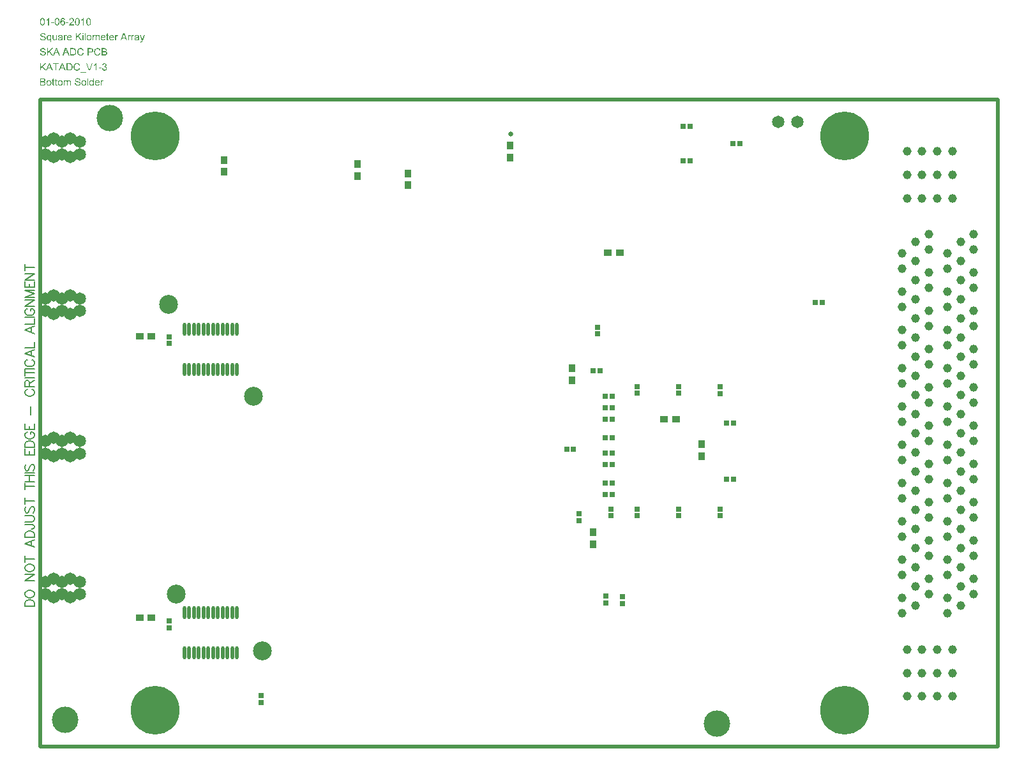
<source format=gbs>
%FSLAX44Y44*%
%MOMM*%
G71*
G01*
G75*
G04 Layer_Color=16711935*
%ADD10C,0.1524*%
%ADD11C,0.1524*%
%ADD12C,0.9672*%
%ADD13R,1.5240X0.4064*%
%ADD14C,1.5000*%
%ADD15R,0.6000X1.5500*%
%ADD16R,1.0500X0.3500*%
%ADD17R,0.3500X1.0500*%
%ADD18R,3.2500X3.2500*%
%ADD19R,1.1500X0.6000*%
%ADD20R,0.5000X0.4500*%
%ADD21R,1.2500X2.0500*%
%ADD22R,0.6000X1.1000*%
%ADD23R,1.1500X0.4000*%
%ADD24R,0.6000X1.0500*%
%ADD25O,1.6000X0.3000*%
%ADD26O,0.3000X1.6000*%
%ADD27R,5.0000X5.0000*%
%ADD28R,0.8636X1.2700*%
%ADD29R,2.5000X2.5000*%
%ADD30O,1.2000X0.4000*%
%ADD31R,1.5500X1.0000*%
%ADD32R,0.6000X0.6000*%
%ADD33R,1.2700X3.4290*%
%ADD34R,0.6000X0.7000*%
%ADD35R,0.9000X1.0000*%
%ADD36R,1.3000X1.2000*%
%ADD37R,0.7000X0.8000*%
%ADD38R,2.2860X1.9050*%
%ADD39R,0.7620X0.9652*%
%ADD40R,2.7000X1.3500*%
%ADD41R,0.6000X0.6500*%
%ADD42R,3.4500X0.9500*%
%ADD43R,0.7000X0.3000*%
%ADD44R,0.3000X0.7000*%
%ADD45R,2.9500X2.9500*%
%ADD46R,0.8890X1.2954*%
%ADD47R,1.1938X1.2954*%
%ADD48C,1.0000*%
%ADD49R,1.3500X2.7000*%
%ADD50R,0.6500X0.6000*%
%ADD51R,0.9500X3.4500*%
G04:AMPARAMS|DCode=52|XSize=0.65mm|YSize=0.6mm|CornerRadius=0mm|HoleSize=0mm|Usage=FLASHONLY|Rotation=315.000|XOffset=0mm|YOffset=0mm|HoleType=Round|Shape=Rectangle|*
%AMROTATEDRECTD52*
4,1,4,-0.4419,0.0177,-0.0177,0.4419,0.4419,-0.0177,0.0177,-0.4419,-0.4419,0.0177,0.0*
%
%ADD52ROTATEDRECTD52*%

G04:AMPARAMS|DCode=53|XSize=0.65mm|YSize=0.6mm|CornerRadius=0mm|HoleSize=0mm|Usage=FLASHONLY|Rotation=45.000|XOffset=0mm|YOffset=0mm|HoleType=Round|Shape=Rectangle|*
%AMROTATEDRECTD53*
4,1,4,-0.0177,-0.4419,-0.4419,-0.0177,0.0177,0.4419,0.4419,0.0177,-0.0177,-0.4419,0.0*
%
%ADD53ROTATEDRECTD53*%

%ADD54R,0.9652X0.7620*%
%ADD55P,0.8485X4X90.0*%
%ADD56P,0.8485X4X360.0*%
%ADD57R,0.6000X0.6000*%
%ADD58R,1.0500X0.6000*%
%ADD59R,3.2500X3.2500*%
%ADD60C,0.3000*%
%ADD61C,0.5000*%
%ADD62C,0.5080*%
%ADD63C,0.3048*%
%ADD64C,0.3500*%
%ADD65C,0.4001*%
%ADD66C,0.3500*%
%ADD67C,0.3000*%
%ADD68C,0.2540*%
%ADD69C,0.4501*%
%ADD70C,0.4432*%
%ADD71C,0.3810*%
%ADD72C,0.6000*%
%ADD73C,0.5999*%
%ADD74C,0.4433*%
%ADD75C,0.2851*%
%ADD76C,0.8636*%
%ADD77C,0.4521*%
%ADD78C,0.2845*%
%ADD79C,0.1270*%
%ADD80C,0.6350*%
%ADD81C,1.5240*%
%ADD82C,1.0500*%
%ADD83C,6.3500*%
%ADD84C,0.6500*%
%ADD85C,0.5500*%
%ADD86C,3.3020*%
%ADD87C,0.5099*%
%ADD88C,0.5499*%
%ADD89C,1.0000*%
%ADD90C,1.9160*%
%ADD91C,1.6160*%
%ADD92C,1.2660*%
%ADD93C,2.2160*%
%ADD94C,4.8160*%
%ADD95C,3.2160*%
%ADD96C,0.5001*%
%ADD97O,0.3302X1.6510*%
%ADD98C,0.2000*%
%ADD99C,0.3302*%
%ADD100C,0.2500*%
%ADD101C,0.2300*%
%ADD102C,0.2499*%
%ADD103C,0.1000*%
%ADD104R,0.8000X0.9000*%
%ADD105R,1.6440X0.5264*%
%ADD106C,3.5000*%
%ADD107R,0.7000X1.6500*%
%ADD108R,1.1700X0.4700*%
%ADD109R,0.4700X1.1700*%
%ADD110R,3.3700X3.3700*%
%ADD111R,1.2700X0.7200*%
%ADD112R,0.6200X0.5700*%
%ADD113R,1.3700X2.1700*%
%ADD114R,0.7200X1.2200*%
%ADD115R,1.2700X0.5200*%
%ADD116R,0.7200X1.1700*%
%ADD117O,1.7200X0.4200*%
%ADD118O,0.4200X1.7200*%
%ADD119R,5.1200X5.1200*%
%ADD120R,0.9836X1.3900*%
%ADD121R,2.6200X2.6200*%
%ADD122O,1.3200X0.5200*%
%ADD123R,1.6700X1.1200*%
%ADD124R,0.7000X0.7000*%
%ADD125R,1.3716X3.5306*%
%ADD126R,0.7200X0.8200*%
%ADD127R,1.0200X1.1200*%
%ADD128R,1.4200X1.3200*%
%ADD129R,2.4060X2.0250*%
%ADD130R,0.8820X1.0852*%
%ADD131R,2.8000X1.4500*%
%ADD132R,0.7000X0.7500*%
%ADD133R,3.5700X1.0700*%
%ADD134R,0.8200X0.4200*%
%ADD135R,0.4200X0.8200*%
%ADD136R,3.0700X3.0700*%
%ADD137R,1.0090X1.4154*%
%ADD138R,1.3138X1.4154*%
%ADD139C,2.5000*%
%ADD140R,1.4500X2.8000*%
%ADD141R,0.7500X0.7000*%
%ADD142R,1.0700X3.5700*%
G04:AMPARAMS|DCode=143|XSize=0.75mm|YSize=0.7mm|CornerRadius=0mm|HoleSize=0mm|Usage=FLASHONLY|Rotation=315.000|XOffset=0mm|YOffset=0mm|HoleType=Round|Shape=Rectangle|*
%AMROTATEDRECTD143*
4,1,4,-0.5127,0.0177,-0.0177,0.5127,0.5127,-0.0177,0.0177,-0.5127,-0.5127,0.0177,0.0*
%
%ADD143ROTATEDRECTD143*%

G04:AMPARAMS|DCode=144|XSize=0.75mm|YSize=0.7mm|CornerRadius=0mm|HoleSize=0mm|Usage=FLASHONLY|Rotation=45.000|XOffset=0mm|YOffset=0mm|HoleType=Round|Shape=Rectangle|*
%AMROTATEDRECTD144*
4,1,4,-0.0177,-0.5127,-0.5127,-0.0177,0.0177,0.5127,0.5127,0.0177,-0.0177,-0.5127,0.0*
%
%ADD144ROTATEDRECTD144*%

%ADD145R,1.0852X0.8820*%
%ADD146P,0.9900X4X90.0*%
%ADD147P,0.9900X4X360.0*%
%ADD148R,0.7000X0.7000*%
%ADD149R,1.1700X0.7200*%
%ADD150R,3.3700X3.3700*%
%ADD151C,0.7550*%
%ADD152C,1.6440*%
%ADD153C,1.1700*%
%ADD154C,6.4700*%
%ADD155C,0.6699*%
%ADD156O,0.4502X1.7710*%
G36*
X17683Y884461D02*
X18870D01*
Y883548D01*
X17683D01*
Y879474D01*
Y879449D01*
Y879387D01*
Y879299D01*
X17695Y879200D01*
Y879087D01*
X17708Y878975D01*
X17721Y878887D01*
X17733Y878812D01*
X17745Y878787D01*
X17783Y878737D01*
X17845Y878662D01*
X17933Y878587D01*
X17945D01*
X17958Y878575D01*
X17995Y878562D01*
X18045Y878550D01*
X18170Y878525D01*
X18345Y878512D01*
X18483D01*
X18558Y878525D01*
X18658D01*
X18758Y878537D01*
X18870Y878550D01*
X19033Y877513D01*
X19008D01*
X18945Y877500D01*
X18858Y877487D01*
X18733Y877462D01*
X18595Y877450D01*
X18445Y877425D01*
X18133Y877412D01*
X18033D01*
X17908Y877425D01*
X17770Y877438D01*
X17608Y877462D01*
X17445Y877500D01*
X17283Y877550D01*
X17146Y877613D01*
X17133Y877625D01*
X17083Y877650D01*
X17033Y877687D01*
X16958Y877750D01*
X16871Y877825D01*
X16783Y877925D01*
X16708Y878025D01*
X16646Y878137D01*
Y878150D01*
X16621Y878212D01*
X16608Y878300D01*
X16583Y878437D01*
X16571Y878525D01*
X16558Y878625D01*
X16546Y878737D01*
X16533Y878875D01*
X16521Y879012D01*
Y879175D01*
X16508Y879350D01*
Y879537D01*
Y883548D01*
X15633D01*
Y884461D01*
X16508D01*
Y886173D01*
X17683Y886885D01*
Y884461D01*
D02*
G37*
G36*
X76055Y884598D02*
X76168Y884586D01*
X76305Y884561D01*
X76468Y884536D01*
X76630Y884498D01*
X76805Y884448D01*
X76993Y884373D01*
X77180Y884298D01*
X77368Y884211D01*
X77568Y884098D01*
X77755Y883973D01*
X77930Y883823D01*
X78105Y883661D01*
X78117Y883648D01*
X78142Y883611D01*
X78193Y883561D01*
X78243Y883486D01*
X78305Y883386D01*
X78380Y883273D01*
X78467Y883136D01*
X78555Y882974D01*
X78630Y882786D01*
X78717Y882586D01*
X78792Y882374D01*
X78855Y882136D01*
X78905Y881874D01*
X78955Y881599D01*
X78980Y881299D01*
X78992Y880987D01*
Y880962D01*
Y880912D01*
Y880812D01*
X78980Y880674D01*
X73794D01*
Y880662D01*
Y880624D01*
X73806Y880562D01*
X73819Y880487D01*
X73831Y880387D01*
X73844Y880274D01*
X73894Y880024D01*
X73981Y879737D01*
X74093Y879449D01*
X74243Y879175D01*
X74331Y879050D01*
X74431Y878925D01*
X74443Y878912D01*
X74456Y878900D01*
X74493Y878875D01*
X74531Y878837D01*
X74668Y878737D01*
X74831Y878625D01*
X75043Y878512D01*
X75293Y878425D01*
X75581Y878350D01*
X75731Y878337D01*
X75893Y878325D01*
X76006D01*
X76118Y878337D01*
X76280Y878362D01*
X76443Y878412D01*
X76630Y878462D01*
X76818Y878550D01*
X76993Y878662D01*
X77018Y878675D01*
X77068Y878725D01*
X77155Y878812D01*
X77255Y878925D01*
X77368Y879075D01*
X77493Y879275D01*
X77618Y879500D01*
X77718Y879762D01*
X78942Y879600D01*
Y879587D01*
X78930Y879549D01*
X78917Y879500D01*
X78880Y879425D01*
X78855Y879337D01*
X78805Y879225D01*
X78705Y878987D01*
X78555Y878725D01*
X78367Y878450D01*
X78142Y878175D01*
X77880Y877937D01*
X77868D01*
X77843Y877912D01*
X77805Y877887D01*
X77743Y877850D01*
X77668Y877800D01*
X77568Y877750D01*
X77468Y877700D01*
X77343Y877650D01*
X77205Y877588D01*
X77055Y877538D01*
X76893Y877487D01*
X76718Y877438D01*
X76330Y877375D01*
X76118Y877363D01*
X75893Y877350D01*
X75831D01*
X75743Y877363D01*
X75643D01*
X75518Y877375D01*
X75368Y877400D01*
X75193Y877425D01*
X75018Y877462D01*
X74831Y877513D01*
X74631Y877575D01*
X74431Y877650D01*
X74231Y877750D01*
X74031Y877850D01*
X73831Y877975D01*
X73644Y878125D01*
X73469Y878287D01*
X73456Y878300D01*
X73431Y878337D01*
X73381Y878387D01*
X73331Y878462D01*
X73269Y878562D01*
X73194Y878675D01*
X73106Y878812D01*
X73031Y878962D01*
X72944Y879150D01*
X72856Y879337D01*
X72781Y879562D01*
X72719Y879787D01*
X72669Y880049D01*
X72619Y880312D01*
X72594Y880599D01*
X72581Y880912D01*
Y880937D01*
Y880987D01*
X72594Y881087D01*
Y881199D01*
X72606Y881349D01*
X72631Y881524D01*
X72656Y881711D01*
X72694Y881911D01*
X72744Y882124D01*
X72806Y882349D01*
X72869Y882574D01*
X72956Y882799D01*
X73069Y883024D01*
X73181Y883249D01*
X73319Y883448D01*
X73481Y883636D01*
X73494Y883648D01*
X73519Y883673D01*
X73569Y883723D01*
X73644Y883786D01*
X73731Y883861D01*
X73844Y883948D01*
X73969Y884036D01*
X74106Y884123D01*
X74268Y884211D01*
X74443Y884298D01*
X74643Y884386D01*
X74843Y884461D01*
X75068Y884523D01*
X75306Y884573D01*
X75556Y884598D01*
X75818Y884611D01*
X75956D01*
X76055Y884598D01*
D02*
G37*
G36*
X58123D02*
X58248Y884586D01*
X58385Y884561D01*
X58548Y884536D01*
X58723Y884498D01*
X58897Y884448D01*
X59085Y884373D01*
X59285Y884298D01*
X59485Y884211D01*
X59685Y884098D01*
X59872Y883973D01*
X60060Y883823D01*
X60235Y883661D01*
X60247Y883648D01*
X60272Y883623D01*
X60322Y883561D01*
X60372Y883486D01*
X60447Y883399D01*
X60522Y883273D01*
X60609Y883136D01*
X60697Y882986D01*
X60772Y882811D01*
X60859Y882624D01*
X60934Y882411D01*
X61009Y882174D01*
X61059Y881924D01*
X61109Y881661D01*
X61134Y881374D01*
X61147Y881074D01*
Y881062D01*
Y881012D01*
Y880949D01*
Y880849D01*
X61134Y880737D01*
X61122Y880612D01*
X61109Y880462D01*
X61097Y880312D01*
X61047Y879974D01*
X60972Y879624D01*
X60872Y879275D01*
X60809Y879112D01*
X60734Y878962D01*
Y878950D01*
X60722Y878925D01*
X60697Y878887D01*
X60659Y878837D01*
X60572Y878700D01*
X60434Y878525D01*
X60272Y878337D01*
X60072Y878137D01*
X59835Y877950D01*
X59560Y877775D01*
X59547D01*
X59522Y877762D01*
X59485Y877737D01*
X59422Y877712D01*
X59360Y877675D01*
X59272Y877637D01*
X59060Y877562D01*
X58822Y877487D01*
X58535Y877412D01*
X58223Y877363D01*
X57885Y877350D01*
X57823D01*
X57748Y877363D01*
X57648D01*
X57523Y877375D01*
X57385Y877400D01*
X57223Y877425D01*
X57048Y877462D01*
X56860Y877513D01*
X56673Y877575D01*
X56486Y877650D01*
X56286Y877737D01*
X56086Y877850D01*
X55898Y877975D01*
X55711Y878112D01*
X55536Y878275D01*
X55523Y878287D01*
X55498Y878325D01*
X55448Y878375D01*
X55398Y878450D01*
X55323Y878550D01*
X55248Y878662D01*
X55173Y878800D01*
X55086Y878962D01*
X54998Y879150D01*
X54923Y879350D01*
X54848Y879562D01*
X54774Y879812D01*
X54724Y880074D01*
X54674Y880349D01*
X54648Y880649D01*
X54636Y880974D01*
Y880999D01*
Y881062D01*
X54648Y881162D01*
Y881286D01*
X54674Y881449D01*
X54699Y881636D01*
X54724Y881836D01*
X54774Y882049D01*
X54823Y882286D01*
X54898Y882524D01*
X54986Y882761D01*
X55086Y882999D01*
X55211Y883223D01*
X55348Y883448D01*
X55511Y883648D01*
X55698Y883836D01*
X55711Y883848D01*
X55736Y883873D01*
X55786Y883911D01*
X55861Y883961D01*
X55948Y884011D01*
X56048Y884086D01*
X56173Y884148D01*
X56311Y884223D01*
X56460Y884298D01*
X56623Y884361D01*
X56810Y884436D01*
X56998Y884486D01*
X57210Y884536D01*
X57423Y884573D01*
X57648Y884598D01*
X57885Y884611D01*
X58023D01*
X58123Y884598D01*
D02*
G37*
G36*
X63684Y877500D02*
X62509D01*
Y887110D01*
X63684D01*
Y877500D01*
D02*
G37*
G36*
X3874Y887097D02*
X3986D01*
X4236Y887073D01*
X4511Y887035D01*
X4811Y886985D01*
X5099Y886910D01*
X5361Y886810D01*
X5374D01*
X5386Y886798D01*
X5424Y886785D01*
X5474Y886760D01*
X5586Y886685D01*
X5736Y886585D01*
X5911Y886460D01*
X6073Y886310D01*
X6248Y886123D01*
X6398Y885910D01*
Y885898D01*
X6411Y885885D01*
X6461Y885810D01*
X6523Y885685D01*
X6598Y885523D01*
X6661Y885335D01*
X6723Y885123D01*
X6773Y884898D01*
X6786Y884648D01*
Y884636D01*
Y884623D01*
Y884586D01*
Y884548D01*
X6773Y884423D01*
X6748Y884273D01*
X6698Y884086D01*
X6648Y883886D01*
X6561Y883686D01*
X6448Y883474D01*
X6436Y883448D01*
X6386Y883386D01*
X6311Y883286D01*
X6198Y883161D01*
X6048Y883024D01*
X5874Y882886D01*
X5673Y882736D01*
X5436Y882611D01*
X5449D01*
X5474Y882599D01*
X5524Y882586D01*
X5586Y882561D01*
X5649Y882536D01*
X5736Y882499D01*
X5936Y882399D01*
X6148Y882274D01*
X6373Y882124D01*
X6586Y881936D01*
X6773Y881724D01*
Y881711D01*
X6798Y881699D01*
X6823Y881661D01*
X6848Y881611D01*
X6923Y881487D01*
X7011Y881311D01*
X7098Y881099D01*
X7173Y880849D01*
X7223Y880574D01*
X7248Y880274D01*
Y880262D01*
Y880249D01*
Y880212D01*
Y880162D01*
X7236Y880037D01*
X7211Y879862D01*
X7173Y879674D01*
X7123Y879462D01*
X7061Y879249D01*
X6961Y879025D01*
X6948Y879000D01*
X6911Y878925D01*
X6848Y878825D01*
X6761Y878700D01*
X6661Y878550D01*
X6536Y878400D01*
X6398Y878262D01*
X6248Y878125D01*
X6236Y878112D01*
X6173Y878075D01*
X6086Y878012D01*
X5961Y877950D01*
X5811Y877875D01*
X5636Y877787D01*
X5424Y877712D01*
X5199Y877650D01*
X5174D01*
X5136Y877637D01*
X5086Y877625D01*
X5024Y877613D01*
X4949Y877600D01*
X4774Y877575D01*
X4549Y877550D01*
X4286Y877525D01*
X3986Y877513D01*
X3649Y877500D01*
X0D01*
Y887110D01*
X3787D01*
X3874Y887097D01*
D02*
G37*
G36*
X21407Y884461D02*
X22594D01*
Y883548D01*
X21407D01*
Y879474D01*
Y879449D01*
Y879387D01*
Y879299D01*
X21419Y879200D01*
Y879087D01*
X21432Y878975D01*
X21444Y878887D01*
X21457Y878812D01*
X21470Y878787D01*
X21507Y878737D01*
X21569Y878662D01*
X21657Y878587D01*
X21669D01*
X21682Y878575D01*
X21719Y878562D01*
X21769Y878550D01*
X21894Y878525D01*
X22069Y878512D01*
X22207D01*
X22282Y878525D01*
X22382D01*
X22482Y878537D01*
X22594Y878550D01*
X22757Y877513D01*
X22732D01*
X22669Y877500D01*
X22582Y877487D01*
X22457Y877462D01*
X22319Y877450D01*
X22169Y877425D01*
X21857Y877412D01*
X21757D01*
X21632Y877425D01*
X21495Y877438D01*
X21332Y877462D01*
X21170Y877500D01*
X21007Y877550D01*
X20870Y877613D01*
X20857Y877625D01*
X20807Y877650D01*
X20757Y877687D01*
X20682Y877750D01*
X20595Y877825D01*
X20507Y877925D01*
X20432Y878025D01*
X20370Y878137D01*
Y878150D01*
X20345Y878212D01*
X20332Y878300D01*
X20307Y878437D01*
X20295Y878525D01*
X20282Y878625D01*
X20270Y878737D01*
X20257Y878875D01*
X20245Y879012D01*
Y879175D01*
X20232Y879350D01*
Y879537D01*
Y883548D01*
X19358D01*
Y884461D01*
X20232D01*
Y886173D01*
X21407Y886885D01*
Y884461D01*
D02*
G37*
G36*
X83216Y884586D02*
X83366Y884561D01*
X83554Y884511D01*
X83766Y884448D01*
X83979Y884348D01*
X84216Y884223D01*
X83804Y883136D01*
X83778Y883149D01*
X83729Y883174D01*
X83641Y883211D01*
X83529Y883261D01*
X83404Y883311D01*
X83254Y883348D01*
X83091Y883373D01*
X82929Y883386D01*
X82866D01*
X82791Y883373D01*
X82691Y883361D01*
X82591Y883324D01*
X82466Y883286D01*
X82354Y883223D01*
X82229Y883149D01*
X82216Y883136D01*
X82179Y883111D01*
X82129Y883049D01*
X82066Y882974D01*
X81992Y882886D01*
X81917Y882774D01*
X81854Y882649D01*
X81792Y882499D01*
Y882486D01*
X81779Y882474D01*
Y882436D01*
X81767Y882386D01*
X81729Y882261D01*
X81704Y882099D01*
X81667Y881886D01*
X81629Y881661D01*
X81617Y881399D01*
X81604Y881124D01*
Y877500D01*
X80429D01*
Y884461D01*
X81492D01*
Y883399D01*
X81504Y883423D01*
X81529Y883461D01*
X81554Y883511D01*
X81642Y883636D01*
X81729Y883786D01*
X81841Y883961D01*
X81966Y884123D01*
X82104Y884261D01*
X82229Y884373D01*
X82241Y884386D01*
X82291Y884411D01*
X82366Y884448D01*
X82454Y884498D01*
X82566Y884536D01*
X82704Y884573D01*
X82841Y884598D01*
X82991Y884611D01*
X83091D01*
X83216Y884586D01*
D02*
G37*
G36*
X71119Y877500D02*
X70020D01*
Y878387D01*
X70007Y878375D01*
X69995Y878337D01*
X69945Y878287D01*
X69895Y878225D01*
X69832Y878150D01*
X69745Y878062D01*
X69645Y877962D01*
X69532Y877875D01*
X69395Y877775D01*
X69257Y877675D01*
X69095Y877588D01*
X68920Y877513D01*
X68732Y877450D01*
X68520Y877400D01*
X68307Y877363D01*
X68070Y877350D01*
X67983D01*
X67933Y877363D01*
X67858D01*
X67770Y877375D01*
X67570Y877412D01*
X67333Y877462D01*
X67070Y877538D01*
X66795Y877650D01*
X66533Y877800D01*
X66521D01*
X66508Y877825D01*
X66470Y877850D01*
X66420Y877887D01*
X66295Y877987D01*
X66146Y878137D01*
X65971Y878312D01*
X65796Y878537D01*
X65621Y878787D01*
X65458Y879075D01*
Y879087D01*
X65446Y879112D01*
X65421Y879162D01*
X65396Y879225D01*
X65371Y879299D01*
X65346Y879387D01*
X65308Y879500D01*
X65271Y879624D01*
X65208Y879899D01*
X65146Y880224D01*
X65096Y880574D01*
X65083Y880962D01*
Y880974D01*
Y881012D01*
Y881062D01*
Y881137D01*
X65096Y881236D01*
Y881337D01*
X65108Y881461D01*
X65121Y881587D01*
X65171Y881886D01*
X65221Y882199D01*
X65308Y882524D01*
X65421Y882849D01*
Y882861D01*
X65433Y882886D01*
X65458Y882936D01*
X65483Y882986D01*
X65521Y883061D01*
X65571Y883136D01*
X65683Y883336D01*
X65833Y883536D01*
X66008Y883761D01*
X66220Y883961D01*
X66458Y884148D01*
X66470D01*
X66495Y884173D01*
X66533Y884186D01*
X66583Y884223D01*
X66645Y884261D01*
X66720Y884298D01*
X66920Y884386D01*
X67145Y884461D01*
X67408Y884536D01*
X67708Y884586D01*
X68020Y884611D01*
X68120D01*
X68245Y884598D01*
X68395Y884573D01*
X68570Y884548D01*
X68757Y884498D01*
X68945Y884423D01*
X69132Y884336D01*
X69157Y884323D01*
X69220Y884286D01*
X69307Y884236D01*
X69420Y884148D01*
X69545Y884048D01*
X69682Y883936D01*
X69820Y883798D01*
X69945Y883648D01*
Y887110D01*
X71119D01*
Y877500D01*
D02*
G37*
G36*
X49862Y887260D02*
X49962D01*
X50087Y887247D01*
X50225Y887235D01*
X50512Y887185D01*
X50824Y887122D01*
X51149Y887035D01*
X51462Y886923D01*
X51474D01*
X51499Y886910D01*
X51537Y886885D01*
X51599Y886860D01*
X51749Y886773D01*
X51924Y886660D01*
X52137Y886523D01*
X52337Y886348D01*
X52549Y886135D01*
X52724Y885898D01*
Y885885D01*
X52749Y885873D01*
X52762Y885835D01*
X52799Y885785D01*
X52824Y885723D01*
X52861Y885648D01*
X52949Y885461D01*
X53036Y885236D01*
X53111Y884986D01*
X53174Y884698D01*
X53199Y884398D01*
X51974Y884311D01*
Y884323D01*
Y884348D01*
X51962Y884398D01*
X51949Y884461D01*
X51937Y884536D01*
X51912Y884623D01*
X51849Y884823D01*
X51762Y885036D01*
X51649Y885260D01*
X51499Y885486D01*
X51299Y885673D01*
X51274Y885698D01*
X51237Y885710D01*
X51199Y885748D01*
X51137Y885785D01*
X51062Y885823D01*
X50974Y885860D01*
X50887Y885910D01*
X50774Y885948D01*
X50649Y885985D01*
X50512Y886023D01*
X50362Y886060D01*
X50200Y886098D01*
X50025Y886110D01*
X49837Y886135D01*
X49450D01*
X49350Y886123D01*
X49250Y886110D01*
X49000Y886085D01*
X48725Y886035D01*
X48450Y885960D01*
X48188Y885848D01*
X48063Y885785D01*
X47963Y885710D01*
X47938Y885685D01*
X47875Y885635D01*
X47800Y885548D01*
X47700Y885423D01*
X47600Y885273D01*
X47525Y885098D01*
X47463Y884898D01*
X47438Y884686D01*
Y884661D01*
Y884598D01*
X47463Y884511D01*
X47488Y884386D01*
X47525Y884248D01*
X47588Y884111D01*
X47675Y883973D01*
X47800Y883836D01*
X47825Y883823D01*
X47850Y883798D01*
X47888Y883786D01*
X47938Y883748D01*
X48000Y883711D01*
X48088Y883673D01*
X48175Y883636D01*
X48300Y883586D01*
X48438Y883523D01*
X48588Y883474D01*
X48762Y883411D01*
X48962Y883348D01*
X49187Y883286D01*
X49437Y883223D01*
X49712Y883161D01*
X49725D01*
X49775Y883149D01*
X49862Y883124D01*
X49962Y883099D01*
X50087Y883074D01*
X50237Y883036D01*
X50387Y882999D01*
X50562Y882949D01*
X50912Y882861D01*
X51262Y882761D01*
X51424Y882699D01*
X51587Y882649D01*
X51724Y882599D01*
X51837Y882549D01*
X51849D01*
X51874Y882536D01*
X51912Y882511D01*
X51974Y882474D01*
X52124Y882399D01*
X52312Y882286D01*
X52512Y882136D01*
X52712Y881974D01*
X52912Y881774D01*
X53074Y881562D01*
Y881549D01*
X53086Y881536D01*
X53111Y881499D01*
X53136Y881461D01*
X53199Y881337D01*
X53286Y881174D01*
X53361Y880974D01*
X53424Y880737D01*
X53474Y880487D01*
X53486Y880199D01*
Y880187D01*
Y880162D01*
Y880124D01*
X53474Y880074D01*
Y879999D01*
X53461Y879924D01*
X53436Y879737D01*
X53374Y879512D01*
X53299Y879275D01*
X53186Y879012D01*
X53036Y878762D01*
Y878750D01*
X53011Y878737D01*
X52986Y878700D01*
X52961Y878650D01*
X52849Y878525D01*
X52712Y878375D01*
X52537Y878212D01*
X52324Y878037D01*
X52062Y877862D01*
X51774Y877712D01*
X51762D01*
X51737Y877700D01*
X51687Y877675D01*
X51637Y877650D01*
X51549Y877625D01*
X51462Y877600D01*
X51362Y877562D01*
X51237Y877525D01*
X50974Y877462D01*
X50662Y877400D01*
X50312Y877350D01*
X49937Y877337D01*
X49812D01*
X49725Y877350D01*
X49612D01*
X49475Y877363D01*
X49337Y877375D01*
X49175Y877387D01*
X48837Y877425D01*
X48463Y877500D01*
X48100Y877588D01*
X47750Y877712D01*
X47738D01*
X47713Y877725D01*
X47663Y877750D01*
X47600Y877787D01*
X47538Y877825D01*
X47450Y877875D01*
X47250Y878000D01*
X47025Y878162D01*
X46800Y878362D01*
X46576Y878600D01*
X46376Y878862D01*
Y878875D01*
X46351Y878900D01*
X46326Y878937D01*
X46301Y879000D01*
X46263Y879075D01*
X46213Y879150D01*
X46176Y879249D01*
X46126Y879362D01*
X46026Y879624D01*
X45938Y879912D01*
X45876Y880249D01*
X45851Y880599D01*
X47050Y880699D01*
Y880687D01*
Y880662D01*
X47063Y880624D01*
Y880574D01*
X47088Y880449D01*
X47125Y880274D01*
X47175Y880087D01*
X47250Y879887D01*
X47338Y879687D01*
X47438Y879500D01*
X47450Y879474D01*
X47500Y879425D01*
X47575Y879337D01*
X47675Y879237D01*
X47813Y879112D01*
X47975Y878987D01*
X48175Y878862D01*
X48400Y878750D01*
X48413D01*
X48425Y878737D01*
X48463Y878725D01*
X48513Y878712D01*
X48575Y878687D01*
X48650Y878662D01*
X48837Y878612D01*
X49050Y878562D01*
X49300Y878512D01*
X49575Y878487D01*
X49875Y878475D01*
X50000D01*
X50137Y878487D01*
X50312Y878500D01*
X50500Y878525D01*
X50725Y878562D01*
X50937Y878612D01*
X51149Y878687D01*
X51162D01*
X51174Y878700D01*
X51237Y878725D01*
X51337Y878775D01*
X51462Y878837D01*
X51599Y878925D01*
X51737Y879025D01*
X51874Y879137D01*
X51987Y879275D01*
X51999Y879287D01*
X52024Y879337D01*
X52074Y879425D01*
X52124Y879525D01*
X52174Y879649D01*
X52224Y879787D01*
X52249Y879937D01*
X52262Y880099D01*
Y880124D01*
Y880174D01*
X52249Y880262D01*
X52224Y880362D01*
X52199Y880487D01*
X52149Y880624D01*
X52074Y880762D01*
X51987Y880887D01*
X51974Y880899D01*
X51937Y880949D01*
X51874Y881012D01*
X51787Y881087D01*
X51662Y881174D01*
X51512Y881262D01*
X51337Y881361D01*
X51124Y881449D01*
X51099Y881461D01*
X51049Y881474D01*
X50999Y881499D01*
X50937Y881512D01*
X50862Y881536D01*
X50762Y881562D01*
X50662Y881599D01*
X50537Y881624D01*
X50400Y881661D01*
X50237Y881711D01*
X50062Y881749D01*
X49862Y881799D01*
X49650Y881849D01*
X49412Y881911D01*
X49400D01*
X49350Y881924D01*
X49287Y881949D01*
X49200Y881961D01*
X49087Y881999D01*
X48975Y882024D01*
X48688Y882111D01*
X48388Y882199D01*
X48075Y882311D01*
X47800Y882411D01*
X47675Y882474D01*
X47563Y882524D01*
X47550D01*
X47538Y882536D01*
X47500Y882561D01*
X47450Y882586D01*
X47325Y882661D01*
X47175Y882774D01*
X47013Y882899D01*
X46838Y883049D01*
X46676Y883223D01*
X46538Y883411D01*
Y883423D01*
X46526Y883436D01*
X46488Y883511D01*
X46438Y883611D01*
X46376Y883761D01*
X46313Y883936D01*
X46263Y884148D01*
X46226Y884373D01*
X46213Y884611D01*
Y884623D01*
Y884648D01*
Y884686D01*
X46226Y884736D01*
X46238Y884873D01*
X46263Y885061D01*
X46313Y885273D01*
X46388Y885498D01*
X46488Y885735D01*
X46626Y885973D01*
Y885985D01*
X46651Y885998D01*
X46701Y886073D01*
X46800Y886198D01*
X46926Y886335D01*
X47100Y886485D01*
X47300Y886648D01*
X47550Y886798D01*
X47825Y886935D01*
X47838D01*
X47863Y886948D01*
X47900Y886973D01*
X47963Y886985D01*
X48038Y887010D01*
X48125Y887048D01*
X48225Y887073D01*
X48338Y887110D01*
X48600Y887160D01*
X48900Y887223D01*
X49237Y887260D01*
X49587Y887272D01*
X49762D01*
X49862Y887260D01*
D02*
G37*
G36*
X26806Y884598D02*
X26931Y884586D01*
X27068Y884561D01*
X27231Y884536D01*
X27406Y884498D01*
X27580Y884448D01*
X27768Y884373D01*
X27968Y884298D01*
X28168Y884211D01*
X28368Y884098D01*
X28555Y883973D01*
X28743Y883823D01*
X28918Y883661D01*
X28930Y883648D01*
X28955Y883623D01*
X29005Y883561D01*
X29055Y883486D01*
X29130Y883399D01*
X29205Y883273D01*
X29293Y883136D01*
X29380Y882986D01*
X29455Y882811D01*
X29542Y882624D01*
X29617Y882411D01*
X29692Y882174D01*
X29742Y881924D01*
X29792Y881661D01*
X29817Y881374D01*
X29830Y881074D01*
Y881062D01*
Y881012D01*
Y880949D01*
Y880849D01*
X29817Y880737D01*
X29805Y880612D01*
X29792Y880462D01*
X29780Y880312D01*
X29730Y879974D01*
X29655Y879624D01*
X29555Y879275D01*
X29492Y879112D01*
X29418Y878962D01*
Y878950D01*
X29405Y878925D01*
X29380Y878887D01*
X29343Y878837D01*
X29255Y878700D01*
X29118Y878525D01*
X28955Y878337D01*
X28755Y878137D01*
X28518Y877950D01*
X28243Y877775D01*
X28230D01*
X28205Y877762D01*
X28168Y877737D01*
X28105Y877712D01*
X28043Y877675D01*
X27955Y877637D01*
X27743Y877562D01*
X27506Y877487D01*
X27218Y877412D01*
X26906Y877363D01*
X26568Y877350D01*
X26506D01*
X26431Y877363D01*
X26331D01*
X26206Y877375D01*
X26068Y877400D01*
X25906Y877425D01*
X25731Y877462D01*
X25543Y877513D01*
X25356Y877575D01*
X25169Y877650D01*
X24969Y877737D01*
X24769Y877850D01*
X24581Y877975D01*
X24394Y878112D01*
X24219Y878275D01*
X24206Y878287D01*
X24181Y878325D01*
X24131Y878375D01*
X24081Y878450D01*
X24006Y878550D01*
X23931Y878662D01*
X23856Y878800D01*
X23769Y878962D01*
X23681Y879150D01*
X23607Y879350D01*
X23531Y879562D01*
X23456Y879812D01*
X23407Y880074D01*
X23356Y880349D01*
X23331Y880649D01*
X23319Y880974D01*
Y880999D01*
Y881062D01*
X23331Y881162D01*
Y881286D01*
X23356Y881449D01*
X23382Y881636D01*
X23407Y881836D01*
X23456Y882049D01*
X23507Y882286D01*
X23582Y882524D01*
X23669Y882761D01*
X23769Y882999D01*
X23894Y883223D01*
X24031Y883448D01*
X24194Y883648D01*
X24381Y883836D01*
X24394Y883848D01*
X24419Y883873D01*
X24469Y883911D01*
X24544Y883961D01*
X24631Y884011D01*
X24731Y884086D01*
X24856Y884148D01*
X24994Y884223D01*
X25144Y884298D01*
X25306Y884361D01*
X25494Y884436D01*
X25681Y884486D01*
X25893Y884536D01*
X26106Y884573D01*
X26331Y884598D01*
X26568Y884611D01*
X26706D01*
X26806Y884598D01*
D02*
G37*
G36*
X11897D02*
X12022Y884586D01*
X12159Y884561D01*
X12322Y884536D01*
X12497Y884498D01*
X12672Y884448D01*
X12859Y884373D01*
X13059Y884298D01*
X13259Y884211D01*
X13459Y884098D01*
X13647Y883973D01*
X13834Y883823D01*
X14009Y883661D01*
X14021Y883648D01*
X14046Y883623D01*
X14096Y883561D01*
X14146Y883486D01*
X14221Y883399D01*
X14296Y883273D01*
X14384Y883136D01*
X14471Y882986D01*
X14546Y882811D01*
X14634Y882624D01*
X14709Y882411D01*
X14784Y882174D01*
X14834Y881924D01*
X14884Y881661D01*
X14909Y881374D01*
X14921Y881074D01*
Y881062D01*
Y881012D01*
Y880949D01*
Y880849D01*
X14909Y880737D01*
X14896Y880612D01*
X14884Y880462D01*
X14871Y880312D01*
X14821Y879974D01*
X14746Y879624D01*
X14646Y879275D01*
X14584Y879112D01*
X14509Y878962D01*
Y878950D01*
X14496Y878925D01*
X14471Y878887D01*
X14434Y878837D01*
X14346Y878700D01*
X14209Y878525D01*
X14046Y878337D01*
X13846Y878137D01*
X13609Y877950D01*
X13334Y877775D01*
X13322D01*
X13297Y877762D01*
X13259Y877737D01*
X13197Y877712D01*
X13134Y877675D01*
X13047Y877637D01*
X12834Y877562D01*
X12597Y877487D01*
X12309Y877412D01*
X11997Y877363D01*
X11659Y877350D01*
X11597D01*
X11522Y877363D01*
X11422D01*
X11297Y877375D01*
X11160Y877400D01*
X10997Y877425D01*
X10822Y877462D01*
X10635Y877513D01*
X10447Y877575D01*
X10260Y877650D01*
X10060Y877737D01*
X9860Y877850D01*
X9672Y877975D01*
X9485Y878112D01*
X9310Y878275D01*
X9298Y878287D01*
X9273Y878325D01*
X9223Y878375D01*
X9173Y878450D01*
X9098Y878550D01*
X9023Y878662D01*
X8948Y878800D01*
X8860Y878962D01*
X8773Y879150D01*
X8698Y879350D01*
X8623Y879562D01*
X8548Y879812D01*
X8498Y880074D01*
X8448Y880349D01*
X8423Y880649D01*
X8410Y880974D01*
Y880999D01*
Y881062D01*
X8423Y881162D01*
Y881286D01*
X8448Y881449D01*
X8473Y881636D01*
X8498Y881836D01*
X8548Y882049D01*
X8598Y882286D01*
X8673Y882524D01*
X8760Y882761D01*
X8860Y882999D01*
X8985Y883223D01*
X9123Y883448D01*
X9285Y883648D01*
X9473Y883836D01*
X9485Y883848D01*
X9510Y883873D01*
X9560Y883911D01*
X9635Y883961D01*
X9722Y884011D01*
X9822Y884086D01*
X9948Y884148D01*
X10085Y884223D01*
X10235Y884298D01*
X10397Y884361D01*
X10585Y884436D01*
X10772Y884486D01*
X10985Y884536D01*
X11197Y884573D01*
X11422Y884598D01*
X11659Y884611D01*
X11797D01*
X11897Y884598D01*
D02*
G37*
G36*
X38665D02*
X38753D01*
X38853Y884586D01*
X39090Y884536D01*
X39340Y884473D01*
X39602Y884373D01*
X39865Y884223D01*
X39977Y884136D01*
X40090Y884036D01*
X40102Y884023D01*
X40115Y884011D01*
X40140Y883973D01*
X40177Y883923D01*
X40215Y883861D01*
X40265Y883786D01*
X40315Y883698D01*
X40377Y883598D01*
X40427Y883486D01*
X40477Y883348D01*
X40527Y883211D01*
X40565Y883049D01*
X40602Y882874D01*
X40627Y882686D01*
X40652Y882474D01*
Y882261D01*
Y877500D01*
X39477D01*
Y881874D01*
Y881886D01*
Y881899D01*
Y881936D01*
Y881986D01*
Y882111D01*
X39465Y882261D01*
X39452Y882424D01*
X39427Y882599D01*
X39402Y882749D01*
X39365Y882886D01*
Y882899D01*
X39340Y882936D01*
X39315Y882999D01*
X39265Y883061D01*
X39215Y883149D01*
X39140Y883223D01*
X39053Y883311D01*
X38940Y883386D01*
X38928Y883399D01*
X38890Y883423D01*
X38828Y883448D01*
X38740Y883486D01*
X38640Y883523D01*
X38515Y883561D01*
X38390Y883573D01*
X38240Y883586D01*
X38165D01*
X38115Y883573D01*
X37978Y883561D01*
X37803Y883523D01*
X37603Y883461D01*
X37403Y883373D01*
X37190Y883249D01*
X37003Y883086D01*
X36978Y883061D01*
X36928Y882999D01*
X36853Y882874D01*
X36766Y882711D01*
X36716Y882611D01*
X36666Y882499D01*
X36628Y882361D01*
X36591Y882224D01*
X36566Y882074D01*
X36541Y881911D01*
X36516Y881724D01*
Y881536D01*
Y877500D01*
X35341D01*
Y882011D01*
Y882024D01*
Y882049D01*
Y882086D01*
Y882136D01*
X35329Y882286D01*
X35303Y882449D01*
X35266Y882649D01*
X35216Y882836D01*
X35154Y883024D01*
X35054Y883186D01*
X35041Y883198D01*
X35003Y883249D01*
X34929Y883311D01*
X34829Y883386D01*
X34704Y883461D01*
X34541Y883523D01*
X34341Y883573D01*
X34116Y883586D01*
X34029D01*
X33941Y883573D01*
X33816Y883548D01*
X33666Y883523D01*
X33516Y883474D01*
X33354Y883411D01*
X33191Y883324D01*
X33179Y883311D01*
X33117Y883273D01*
X33042Y883211D01*
X32954Y883124D01*
X32854Y883024D01*
X32754Y882886D01*
X32654Y882724D01*
X32567Y882549D01*
X32554Y882524D01*
X32542Y882461D01*
X32504Y882336D01*
X32479Y882186D01*
X32442Y881974D01*
X32404Y881724D01*
X32392Y881436D01*
X32379Y881099D01*
Y877500D01*
X31205D01*
Y884461D01*
X32254D01*
Y883474D01*
X32267Y883499D01*
X32317Y883561D01*
X32392Y883648D01*
X32492Y883773D01*
X32617Y883898D01*
X32767Y884036D01*
X32942Y884173D01*
X33129Y884298D01*
X33142D01*
X33154Y884311D01*
X33229Y884348D01*
X33342Y884398D01*
X33491Y884461D01*
X33679Y884511D01*
X33879Y884561D01*
X34116Y884598D01*
X34366Y884611D01*
X34491D01*
X34641Y884598D01*
X34816Y884573D01*
X35016Y884536D01*
X35229Y884473D01*
X35428Y884398D01*
X35628Y884286D01*
X35653Y884273D01*
X35716Y884223D01*
X35803Y884148D01*
X35903Y884048D01*
X36028Y883923D01*
X36141Y883773D01*
X36253Y883586D01*
X36341Y883386D01*
X36353Y883399D01*
X36378Y883436D01*
X36428Y883499D01*
X36491Y883573D01*
X36578Y883673D01*
X36678Y883773D01*
X36791Y883886D01*
X36916Y883998D01*
X37065Y884111D01*
X37228Y884223D01*
X37403Y884323D01*
X37590Y884423D01*
X37803Y884498D01*
X38015Y884561D01*
X38253Y884598D01*
X38490Y884611D01*
X38590D01*
X38665Y884598D01*
D02*
G37*
%LPC*%
G36*
X3487Y881936D02*
X1275D01*
Y878637D01*
X3999D01*
X4286Y878650D01*
X4411Y878662D01*
X4524Y878675D01*
X4549D01*
X4599Y878687D01*
X4674Y878712D01*
X4774Y878737D01*
X4899Y878775D01*
X5011Y878812D01*
X5136Y878875D01*
X5249Y878937D01*
X5261Y878950D01*
X5299Y878975D01*
X5349Y879012D01*
X5424Y879075D01*
X5499Y879150D01*
X5586Y879249D01*
X5661Y879350D01*
X5736Y879474D01*
X5749Y879487D01*
X5774Y879537D01*
X5799Y879612D01*
X5836Y879712D01*
X5874Y879824D01*
X5911Y879962D01*
X5924Y880124D01*
X5936Y880287D01*
Y880312D01*
Y880374D01*
X5924Y880474D01*
X5899Y880599D01*
X5861Y880749D01*
X5811Y880899D01*
X5749Y881062D01*
X5649Y881211D01*
X5636Y881224D01*
X5599Y881274D01*
X5536Y881349D01*
X5449Y881436D01*
X5336Y881524D01*
X5211Y881624D01*
X5061Y881699D01*
X4886Y881774D01*
X4861Y881786D01*
X4799Y881799D01*
X4686Y881824D01*
X4524Y881861D01*
X4336Y881886D01*
X4087Y881911D01*
X3812Y881924D01*
X3487Y881936D01*
D02*
G37*
G36*
X75831Y883636D02*
X75756D01*
X75693Y883623D01*
X75631D01*
X75543Y883611D01*
X75356Y883573D01*
X75143Y883499D01*
X74906Y883399D01*
X74681Y883273D01*
X74568Y883186D01*
X74456Y883086D01*
X74431Y883061D01*
X74369Y882986D01*
X74281Y882874D01*
X74181Y882711D01*
X74068Y882499D01*
X73969Y882249D01*
X73894Y881974D01*
X73856Y881649D01*
X77743D01*
Y881661D01*
Y881686D01*
X77730Y881736D01*
X77718Y881786D01*
Y881861D01*
X77693Y881949D01*
X77655Y882136D01*
X77593Y882349D01*
X77518Y882561D01*
X77418Y882774D01*
X77293Y882949D01*
Y882961D01*
X77268Y882974D01*
X77230Y883011D01*
X77193Y883061D01*
X77068Y883161D01*
X76905Y883298D01*
X76693Y883423D01*
X76443Y883523D01*
X76156Y883611D01*
X75993Y883623D01*
X75831Y883636D01*
D02*
G37*
G36*
X3549Y885973D02*
X1275D01*
Y883074D01*
X3637D01*
X3812Y883086D01*
X4011Y883099D01*
X4211Y883111D01*
X4399Y883136D01*
X4549Y883174D01*
X4574Y883186D01*
X4624Y883198D01*
X4711Y883236D01*
X4824Y883286D01*
X4949Y883361D01*
X5061Y883436D01*
X5186Y883536D01*
X5286Y883648D01*
X5299Y883661D01*
X5324Y883711D01*
X5361Y883786D01*
X5411Y883886D01*
X5461Y883998D01*
X5499Y884148D01*
X5524Y884311D01*
X5536Y884498D01*
Y884523D01*
Y884573D01*
X5524Y884673D01*
X5511Y884786D01*
X5474Y884911D01*
X5436Y885048D01*
X5374Y885198D01*
X5299Y885335D01*
X5286Y885348D01*
X5261Y885398D01*
X5211Y885461D01*
X5136Y885535D01*
X5036Y885623D01*
X4936Y885698D01*
X4799Y885773D01*
X4649Y885835D01*
X4624Y885848D01*
X4561Y885860D01*
X4461Y885885D01*
X4311Y885910D01*
X4211Y885923D01*
X4111Y885935D01*
X3986D01*
X3849Y885948D01*
X3711Y885960D01*
X3549Y885973D01*
D02*
G37*
G36*
X68133Y883636D02*
X68058D01*
X68008Y883623D01*
X67858Y883598D01*
X67670Y883561D01*
X67470Y883474D01*
X67245Y883361D01*
X67133Y883286D01*
X67033Y883198D01*
X66920Y883099D01*
X66820Y882986D01*
Y882974D01*
X66795Y882961D01*
X66770Y882924D01*
X66733Y882861D01*
X66695Y882799D01*
X66658Y882711D01*
X66608Y882611D01*
X66558Y882499D01*
X66508Y882361D01*
X66458Y882211D01*
X66420Y882049D01*
X66383Y881874D01*
X66346Y881674D01*
X66321Y881461D01*
X66308Y881224D01*
X66295Y880974D01*
Y880962D01*
Y880912D01*
Y880849D01*
X66308Y880749D01*
Y880649D01*
X66321Y880512D01*
X66346Y880374D01*
X66371Y880224D01*
X66433Y879899D01*
X66533Y879562D01*
X66670Y879249D01*
X66758Y879112D01*
X66858Y878975D01*
X66870Y878962D01*
X66883Y878950D01*
X66958Y878875D01*
X67083Y878775D01*
X67233Y878650D01*
X67433Y878525D01*
X67658Y878425D01*
X67920Y878350D01*
X68058Y878337D01*
X68195Y878325D01*
X68270D01*
X68320Y878337D01*
X68470Y878362D01*
X68645Y878400D01*
X68857Y878475D01*
X69070Y878587D01*
X69182Y878662D01*
X69295Y878750D01*
X69407Y878837D01*
X69507Y878950D01*
X69520Y878962D01*
X69532Y878975D01*
X69557Y879012D01*
X69595Y879062D01*
X69632Y879137D01*
X69682Y879212D01*
X69732Y879312D01*
X69782Y879425D01*
X69832Y879549D01*
X69882Y879699D01*
X69932Y879849D01*
X69970Y880024D01*
X70007Y880212D01*
X70032Y880424D01*
X70057Y880637D01*
Y880874D01*
Y880887D01*
Y880937D01*
Y881012D01*
X70045Y881112D01*
Y881224D01*
X70032Y881361D01*
X70007Y881512D01*
X69982Y881674D01*
X69920Y882011D01*
X69820Y882361D01*
X69682Y882686D01*
X69595Y882824D01*
X69495Y882961D01*
Y882974D01*
X69470Y882986D01*
X69395Y883061D01*
X69282Y883174D01*
X69120Y883298D01*
X68920Y883423D01*
X68682Y883536D01*
X68420Y883611D01*
X68282Y883623D01*
X68133Y883636D01*
D02*
G37*
G36*
X11659D02*
X11572D01*
X11510Y883623D01*
X11435Y883611D01*
X11347Y883598D01*
X11147Y883548D01*
X10922Y883474D01*
X10672Y883361D01*
X10547Y883286D01*
X10435Y883198D01*
X10310Y883086D01*
X10197Y882974D01*
Y882961D01*
X10172Y882949D01*
X10147Y882899D01*
X10110Y882849D01*
X10060Y882774D01*
X10010Y882699D01*
X9960Y882599D01*
X9910Y882474D01*
X9860Y882349D01*
X9810Y882199D01*
X9760Y882036D01*
X9710Y881849D01*
X9672Y881661D01*
X9647Y881449D01*
X9635Y881211D01*
X9622Y880974D01*
Y880962D01*
Y880912D01*
Y880849D01*
X9635Y880762D01*
Y880649D01*
X9647Y880524D01*
X9672Y880374D01*
X9697Y880224D01*
X9760Y879912D01*
X9860Y879575D01*
X10010Y879262D01*
X10097Y879125D01*
X10197Y878987D01*
X10210Y878975D01*
X10222Y878962D01*
X10260Y878925D01*
X10297Y878887D01*
X10435Y878775D01*
X10597Y878662D01*
X10810Y878537D01*
X11060Y878425D01*
X11347Y878350D01*
X11497Y878337D01*
X11659Y878325D01*
X11747D01*
X11810Y878337D01*
X11884Y878350D01*
X11972Y878362D01*
X12172Y878412D01*
X12397Y878487D01*
X12647Y878600D01*
X12772Y878675D01*
X12897Y878775D01*
X13009Y878875D01*
X13122Y878987D01*
X13134Y879000D01*
X13147Y879025D01*
X13172Y879062D01*
X13209Y879112D01*
X13259Y879187D01*
X13309Y879275D01*
X13359Y879374D01*
X13422Y879487D01*
X13472Y879624D01*
X13521Y879774D01*
X13571Y879937D01*
X13621Y880124D01*
X13659Y880324D01*
X13684Y880537D01*
X13709Y880762D01*
Y881012D01*
Y881024D01*
Y881074D01*
Y881137D01*
X13697Y881224D01*
Y881337D01*
X13684Y881449D01*
X13659Y881587D01*
X13634Y881736D01*
X13571Y882049D01*
X13459Y882374D01*
X13322Y882686D01*
X13222Y882836D01*
X13122Y882961D01*
X13109Y882974D01*
X13097Y882986D01*
X13059Y883024D01*
X13022Y883061D01*
X12884Y883174D01*
X12722Y883298D01*
X12509Y883423D01*
X12259Y883536D01*
X11972Y883611D01*
X11822Y883623D01*
X11659Y883636D01*
D02*
G37*
G36*
X26568D02*
X26481D01*
X26418Y883623D01*
X26343Y883611D01*
X26256Y883598D01*
X26056Y883548D01*
X25831Y883474D01*
X25581Y883361D01*
X25456Y883286D01*
X25343Y883198D01*
X25219Y883086D01*
X25106Y882974D01*
Y882961D01*
X25081Y882949D01*
X25056Y882899D01*
X25019Y882849D01*
X24969Y882774D01*
X24919Y882699D01*
X24869Y882599D01*
X24819Y882474D01*
X24769Y882349D01*
X24719Y882199D01*
X24669Y882036D01*
X24619Y881849D01*
X24581Y881661D01*
X24556Y881449D01*
X24544Y881211D01*
X24531Y880974D01*
Y880962D01*
Y880912D01*
Y880849D01*
X24544Y880762D01*
Y880649D01*
X24556Y880524D01*
X24581Y880374D01*
X24606Y880224D01*
X24669Y879912D01*
X24769Y879575D01*
X24919Y879262D01*
X25006Y879125D01*
X25106Y878987D01*
X25119Y878975D01*
X25131Y878962D01*
X25169Y878925D01*
X25206Y878887D01*
X25343Y878775D01*
X25506Y878662D01*
X25718Y878537D01*
X25968Y878425D01*
X26256Y878350D01*
X26406Y878337D01*
X26568Y878325D01*
X26656D01*
X26718Y878337D01*
X26793Y878350D01*
X26881Y878362D01*
X27081Y878412D01*
X27306Y878487D01*
X27555Y878600D01*
X27680Y878675D01*
X27805Y878775D01*
X27918Y878875D01*
X28030Y878987D01*
X28043Y879000D01*
X28055Y879025D01*
X28080Y879062D01*
X28118Y879112D01*
X28168Y879187D01*
X28218Y879275D01*
X28268Y879374D01*
X28330Y879487D01*
X28380Y879624D01*
X28430Y879774D01*
X28480Y879937D01*
X28530Y880124D01*
X28568Y880324D01*
X28593Y880537D01*
X28618Y880762D01*
Y881012D01*
Y881024D01*
Y881074D01*
Y881137D01*
X28605Y881224D01*
Y881337D01*
X28593Y881449D01*
X28568Y881587D01*
X28543Y881736D01*
X28480Y882049D01*
X28368Y882374D01*
X28230Y882686D01*
X28130Y882836D01*
X28030Y882961D01*
X28018Y882974D01*
X28005Y882986D01*
X27968Y883024D01*
X27930Y883061D01*
X27793Y883174D01*
X27630Y883298D01*
X27418Y883423D01*
X27168Y883536D01*
X26881Y883611D01*
X26731Y883623D01*
X26568Y883636D01*
D02*
G37*
G36*
X57885D02*
X57798D01*
X57735Y883623D01*
X57660Y883611D01*
X57573Y883598D01*
X57373Y883548D01*
X57148Y883474D01*
X56898Y883361D01*
X56773Y883286D01*
X56660Y883198D01*
X56536Y883086D01*
X56423Y882974D01*
Y882961D01*
X56398Y882949D01*
X56373Y882899D01*
X56336Y882849D01*
X56286Y882774D01*
X56236Y882699D01*
X56186Y882599D01*
X56136Y882474D01*
X56086Y882349D01*
X56036Y882199D01*
X55986Y882036D01*
X55936Y881849D01*
X55898Y881661D01*
X55873Y881449D01*
X55861Y881211D01*
X55848Y880974D01*
Y880962D01*
Y880912D01*
Y880849D01*
X55861Y880762D01*
Y880649D01*
X55873Y880524D01*
X55898Y880374D01*
X55923Y880224D01*
X55986Y879912D01*
X56086Y879575D01*
X56236Y879262D01*
X56323Y879125D01*
X56423Y878987D01*
X56435Y878975D01*
X56448Y878962D01*
X56486Y878925D01*
X56523Y878887D01*
X56660Y878775D01*
X56823Y878662D01*
X57035Y878537D01*
X57285Y878425D01*
X57573Y878350D01*
X57723Y878337D01*
X57885Y878325D01*
X57973D01*
X58035Y878337D01*
X58110Y878350D01*
X58198Y878362D01*
X58397Y878412D01*
X58622Y878487D01*
X58872Y878600D01*
X58997Y878675D01*
X59122Y878775D01*
X59235Y878875D01*
X59347Y878987D01*
X59360Y879000D01*
X59372Y879025D01*
X59397Y879062D01*
X59435Y879112D01*
X59485Y879187D01*
X59535Y879275D01*
X59585Y879374D01*
X59647Y879487D01*
X59697Y879624D01*
X59747Y879774D01*
X59797Y879937D01*
X59847Y880124D01*
X59885Y880324D01*
X59910Y880537D01*
X59935Y880762D01*
Y881012D01*
Y881024D01*
Y881074D01*
Y881137D01*
X59922Y881224D01*
Y881337D01*
X59910Y881449D01*
X59885Y881587D01*
X59860Y881736D01*
X59797Y882049D01*
X59685Y882374D01*
X59547Y882686D01*
X59447Y882836D01*
X59347Y882961D01*
X59335Y882974D01*
X59322Y882986D01*
X59285Y883024D01*
X59247Y883061D01*
X59110Y883174D01*
X58947Y883298D01*
X58735Y883423D01*
X58485Y883536D01*
X58198Y883611D01*
X58048Y883623D01*
X57885Y883636D01*
D02*
G37*
%LPD*%
G36*
X115613Y937430D02*
X114176D01*
X113063Y940342D01*
X109039D01*
X107990Y937430D01*
X106653D01*
X110314Y947040D01*
X111701D01*
X115613Y937430D01*
D02*
G37*
G36*
X128697Y944528D02*
X128897Y944516D01*
X129122Y944491D01*
X129372Y944453D01*
X129597Y944403D01*
X129822Y944328D01*
X129834D01*
X129847Y944316D01*
X129909Y944291D01*
X130009Y944241D01*
X130134Y944178D01*
X130272Y944103D01*
X130409Y944016D01*
X130534Y943903D01*
X130646Y943791D01*
X130659Y943778D01*
X130684Y943741D01*
X130734Y943666D01*
X130796Y943578D01*
X130859Y943466D01*
X130921Y943328D01*
X130971Y943178D01*
X131021Y943004D01*
Y942991D01*
X131034Y942941D01*
X131046Y942866D01*
X131059Y942754D01*
Y942604D01*
X131071Y942416D01*
X131084Y942191D01*
Y941916D01*
Y940342D01*
Y940329D01*
Y940267D01*
Y940192D01*
Y940079D01*
Y939954D01*
Y939804D01*
Y939642D01*
X131096Y939467D01*
Y939117D01*
X131109Y938780D01*
X131121Y938617D01*
Y938480D01*
X131134Y938367D01*
X131146Y938267D01*
Y938242D01*
X131159Y938192D01*
X131184Y938105D01*
X131209Y938005D01*
X131259Y937867D01*
X131309Y937730D01*
X131371Y937580D01*
X131446Y937430D01*
X130209D01*
X130197Y937442D01*
X130184Y937493D01*
X130147Y937568D01*
X130122Y937680D01*
X130072Y937805D01*
X130047Y937955D01*
X130009Y938117D01*
X129984Y938305D01*
X129972D01*
X129959Y938280D01*
X129922Y938255D01*
X129872Y938217D01*
X129747Y938117D01*
X129572Y937992D01*
X129384Y937867D01*
X129172Y937730D01*
X128934Y937605D01*
X128709Y937505D01*
X128697D01*
X128685Y937493D01*
X128647Y937480D01*
X128610Y937467D01*
X128485Y937430D01*
X128322Y937393D01*
X128135Y937355D01*
X127910Y937318D01*
X127672Y937292D01*
X127422Y937280D01*
X127310D01*
X127235Y937292D01*
X127135D01*
X127022Y937305D01*
X126772Y937355D01*
X126485Y937418D01*
X126198Y937517D01*
X125910Y937655D01*
X125785Y937730D01*
X125660Y937830D01*
X125648Y937842D01*
X125635Y937855D01*
X125560Y937930D01*
X125473Y938055D01*
X125360Y938217D01*
X125248Y938430D01*
X125148Y938667D01*
X125073Y938942D01*
X125060Y939092D01*
X125048Y939255D01*
Y939279D01*
Y939342D01*
X125060Y939442D01*
X125073Y939567D01*
X125098Y939704D01*
X125148Y939867D01*
X125198Y940029D01*
X125273Y940192D01*
X125285Y940217D01*
X125310Y940267D01*
X125373Y940342D01*
X125435Y940442D01*
X125523Y940542D01*
X125635Y940654D01*
X125748Y940767D01*
X125885Y940867D01*
X125898Y940879D01*
X125948Y940904D01*
X126035Y940954D01*
X126135Y941017D01*
X126260Y941079D01*
X126398Y941142D01*
X126560Y941204D01*
X126735Y941254D01*
X126748D01*
X126798Y941266D01*
X126885Y941292D01*
X126997Y941304D01*
X127147Y941341D01*
X127322Y941367D01*
X127535Y941392D01*
X127785Y941429D01*
X127797D01*
X127847Y941441D01*
X127922D01*
X128022Y941467D01*
X128135Y941479D01*
X128272Y941491D01*
X128422Y941516D01*
X128584Y941541D01*
X128922Y941604D01*
X129272Y941679D01*
X129597Y941754D01*
X129747Y941804D01*
X129884Y941841D01*
Y941854D01*
Y941879D01*
Y941916D01*
X129897Y941966D01*
Y942066D01*
Y942116D01*
Y942141D01*
Y942154D01*
Y942179D01*
Y942216D01*
Y942254D01*
X129884Y942391D01*
X129859Y942541D01*
X129809Y942716D01*
X129759Y942879D01*
X129672Y943041D01*
X129559Y943166D01*
X129534Y943178D01*
X129472Y943229D01*
X129372Y943291D01*
X129222Y943366D01*
X129022Y943441D01*
X128797Y943503D01*
X128522Y943553D01*
X128210Y943566D01*
X128072D01*
X127922Y943553D01*
X127747Y943528D01*
X127535Y943491D01*
X127335Y943441D01*
X127135Y943366D01*
X126972Y943266D01*
X126960Y943253D01*
X126910Y943216D01*
X126835Y943141D01*
X126760Y943029D01*
X126660Y942891D01*
X126573Y942716D01*
X126473Y942491D01*
X126398Y942241D01*
X125248Y942404D01*
Y942416D01*
X125260Y942441D01*
Y942479D01*
X125273Y942529D01*
X125310Y942666D01*
X125373Y942829D01*
X125435Y943016D01*
X125523Y943216D01*
X125635Y943416D01*
X125760Y943591D01*
X125773Y943616D01*
X125823Y943666D01*
X125910Y943741D01*
X126023Y943853D01*
X126173Y943966D01*
X126348Y944078D01*
X126560Y944191D01*
X126798Y944291D01*
X126810D01*
X126835Y944303D01*
X126873Y944316D01*
X126923Y944328D01*
X126985Y944353D01*
X127060Y944366D01*
X127260Y944416D01*
X127485Y944466D01*
X127760Y944503D01*
X128060Y944528D01*
X128385Y944541D01*
X128610D01*
X128697Y944528D01*
D02*
G37*
G36*
X22174Y937430D02*
X21124D01*
Y938455D01*
X21112Y938442D01*
X21087Y938405D01*
X21037Y938342D01*
X20975Y938267D01*
X20887Y938180D01*
X20787Y938080D01*
X20675Y937980D01*
X20537Y937867D01*
X20387Y937755D01*
X20225Y937655D01*
X20037Y937555D01*
X19850Y937467D01*
X19637Y937393D01*
X19412Y937330D01*
X19162Y937292D01*
X18913Y937280D01*
X18813D01*
X18688Y937292D01*
X18538Y937305D01*
X18363Y937330D01*
X18175Y937380D01*
X17963Y937430D01*
X17763Y937505D01*
X17738Y937517D01*
X17675Y937542D01*
X17576Y937605D01*
X17463Y937667D01*
X17338Y937755D01*
X17200Y937855D01*
X17076Y937967D01*
X16963Y938092D01*
X16951Y938105D01*
X16926Y938155D01*
X16876Y938230D01*
X16826Y938342D01*
X16763Y938467D01*
X16701Y938617D01*
X16651Y938792D01*
X16601Y938980D01*
Y938992D01*
X16588Y939042D01*
X16576Y939130D01*
Y939255D01*
X16563Y939405D01*
X16551Y939592D01*
X16538Y939817D01*
Y940079D01*
Y944391D01*
X17713D01*
Y940529D01*
Y940517D01*
Y940492D01*
Y940442D01*
Y940379D01*
Y940304D01*
Y940217D01*
X17725Y940029D01*
Y939817D01*
X17738Y939617D01*
X17750Y939429D01*
X17763Y939342D01*
X17775Y939279D01*
Y939255D01*
X17800Y939204D01*
X17825Y939117D01*
X17875Y939017D01*
X17938Y938905D01*
X18025Y938780D01*
X18125Y938667D01*
X18250Y938555D01*
X18263Y938542D01*
X18313Y938517D01*
X18388Y938467D01*
X18500Y938430D01*
X18625Y938380D01*
X18775Y938330D01*
X18950Y938305D01*
X19138Y938292D01*
X19225D01*
X19338Y938305D01*
X19462Y938330D01*
X19612Y938355D01*
X19787Y938405D01*
X19962Y938467D01*
X20137Y938555D01*
X20162Y938567D01*
X20212Y938605D01*
X20300Y938667D01*
X20400Y938755D01*
X20512Y938855D01*
X20612Y938980D01*
X20712Y939130D01*
X20800Y939292D01*
X20812Y939317D01*
X20837Y939380D01*
X20862Y939492D01*
X20900Y939642D01*
X20937Y939829D01*
X20975Y940067D01*
X20987Y940342D01*
X21000Y940654D01*
Y944391D01*
X22174D01*
Y937430D01*
D02*
G37*
G36*
X60227D02*
X59052D01*
Y947040D01*
X60227D01*
Y937430D01*
D02*
G37*
G36*
X89544Y944391D02*
X90732D01*
Y943478D01*
X89544D01*
Y939405D01*
Y939380D01*
Y939317D01*
Y939230D01*
X89557Y939130D01*
Y939017D01*
X89570Y938905D01*
X89582Y938817D01*
X89594Y938742D01*
X89607Y938717D01*
X89644Y938667D01*
X89707Y938592D01*
X89795Y938517D01*
X89807D01*
X89819Y938505D01*
X89857Y938492D01*
X89907Y938480D01*
X90032Y938455D01*
X90207Y938442D01*
X90344D01*
X90419Y938455D01*
X90519D01*
X90619Y938467D01*
X90732Y938480D01*
X90894Y937442D01*
X90869D01*
X90807Y937430D01*
X90719Y937418D01*
X90594Y937393D01*
X90457Y937380D01*
X90307Y937355D01*
X89994Y937343D01*
X89894D01*
X89769Y937355D01*
X89632Y937367D01*
X89469Y937393D01*
X89307Y937430D01*
X89145Y937480D01*
X89007Y937542D01*
X88995Y937555D01*
X88945Y937580D01*
X88895Y937617D01*
X88820Y937680D01*
X88732Y937755D01*
X88645Y937855D01*
X88570Y937955D01*
X88507Y938067D01*
Y938080D01*
X88482Y938142D01*
X88470Y938230D01*
X88445Y938367D01*
X88432Y938455D01*
X88420Y938555D01*
X88407Y938667D01*
X88395Y938805D01*
X88382Y938942D01*
Y939105D01*
X88370Y939279D01*
Y939467D01*
Y943478D01*
X87495D01*
Y944391D01*
X88370D01*
Y946103D01*
X89544Y946815D01*
Y944391D01*
D02*
G37*
G36*
X27273Y944528D02*
X27473Y944516D01*
X27698Y944491D01*
X27948Y944453D01*
X28173Y944403D01*
X28398Y944328D01*
X28410D01*
X28423Y944316D01*
X28485Y944291D01*
X28585Y944241D01*
X28710Y944178D01*
X28848Y944103D01*
X28985Y944016D01*
X29110Y943903D01*
X29223Y943791D01*
X29235Y943778D01*
X29260Y943741D01*
X29310Y943666D01*
X29372Y943578D01*
X29435Y943466D01*
X29497Y943328D01*
X29547Y943178D01*
X29597Y943004D01*
Y942991D01*
X29610Y942941D01*
X29622Y942866D01*
X29635Y942754D01*
Y942604D01*
X29647Y942416D01*
X29660Y942191D01*
Y941916D01*
Y940342D01*
Y940329D01*
Y940267D01*
Y940192D01*
Y940079D01*
Y939954D01*
Y939804D01*
Y939642D01*
X29672Y939467D01*
Y939117D01*
X29685Y938780D01*
X29697Y938617D01*
Y938480D01*
X29710Y938367D01*
X29722Y938267D01*
Y938242D01*
X29735Y938192D01*
X29760Y938105D01*
X29785Y938005D01*
X29835Y937867D01*
X29885Y937730D01*
X29947Y937580D01*
X30022Y937430D01*
X28785D01*
X28773Y937442D01*
X28760Y937493D01*
X28723Y937568D01*
X28698Y937680D01*
X28648Y937805D01*
X28623Y937955D01*
X28585Y938117D01*
X28560Y938305D01*
X28548D01*
X28535Y938280D01*
X28498Y938255D01*
X28448Y938217D01*
X28323Y938117D01*
X28148Y937992D01*
X27960Y937867D01*
X27748Y937730D01*
X27510Y937605D01*
X27285Y937505D01*
X27273D01*
X27260Y937493D01*
X27223Y937480D01*
X27185Y937467D01*
X27060Y937430D01*
X26898Y937393D01*
X26711Y937355D01*
X26486Y937318D01*
X26248Y937292D01*
X25998Y937280D01*
X25886D01*
X25811Y937292D01*
X25711D01*
X25598Y937305D01*
X25348Y937355D01*
X25061Y937418D01*
X24774Y937517D01*
X24486Y937655D01*
X24361Y937730D01*
X24236Y937830D01*
X24224Y937842D01*
X24211Y937855D01*
X24136Y937930D01*
X24049Y938055D01*
X23936Y938217D01*
X23824Y938430D01*
X23724Y938667D01*
X23649Y938942D01*
X23636Y939092D01*
X23624Y939255D01*
Y939279D01*
Y939342D01*
X23636Y939442D01*
X23649Y939567D01*
X23674Y939704D01*
X23724Y939867D01*
X23774Y940029D01*
X23849Y940192D01*
X23861Y940217D01*
X23886Y940267D01*
X23949Y940342D01*
X24011Y940442D01*
X24099Y940542D01*
X24211Y940654D01*
X24324Y940767D01*
X24461Y940867D01*
X24474Y940879D01*
X24524Y940904D01*
X24611Y940954D01*
X24711Y941017D01*
X24836Y941079D01*
X24974Y941142D01*
X25136Y941204D01*
X25311Y941254D01*
X25324D01*
X25373Y941266D01*
X25461Y941292D01*
X25573Y941304D01*
X25723Y941341D01*
X25898Y941367D01*
X26111Y941392D01*
X26361Y941429D01*
X26373D01*
X26423Y941441D01*
X26498D01*
X26598Y941467D01*
X26711Y941479D01*
X26848Y941491D01*
X26998Y941516D01*
X27160Y941541D01*
X27498Y941604D01*
X27848Y941679D01*
X28173Y941754D01*
X28323Y941804D01*
X28460Y941841D01*
Y941854D01*
Y941879D01*
Y941916D01*
X28473Y941966D01*
Y942066D01*
Y942116D01*
Y942141D01*
Y942154D01*
Y942179D01*
Y942216D01*
Y942254D01*
X28460Y942391D01*
X28435Y942541D01*
X28385Y942716D01*
X28335Y942879D01*
X28248Y943041D01*
X28135Y943166D01*
X28110Y943178D01*
X28048Y943229D01*
X27948Y943291D01*
X27798Y943366D01*
X27598Y943441D01*
X27373Y943503D01*
X27098Y943553D01*
X26786Y943566D01*
X26648D01*
X26498Y943553D01*
X26323Y943528D01*
X26111Y943491D01*
X25911Y943441D01*
X25711Y943366D01*
X25548Y943266D01*
X25536Y943253D01*
X25486Y943216D01*
X25411Y943141D01*
X25336Y943029D01*
X25236Y942891D01*
X25148Y942716D01*
X25048Y942491D01*
X24974Y942241D01*
X23824Y942404D01*
Y942416D01*
X23836Y942441D01*
Y942479D01*
X23849Y942529D01*
X23886Y942666D01*
X23949Y942829D01*
X24011Y943016D01*
X24099Y943216D01*
X24211Y943416D01*
X24336Y943591D01*
X24349Y943616D01*
X24399Y943666D01*
X24486Y943741D01*
X24599Y943853D01*
X24749Y943966D01*
X24924Y944078D01*
X25136Y944191D01*
X25373Y944291D01*
X25386D01*
X25411Y944303D01*
X25448Y944316D01*
X25498Y944328D01*
X25561Y944353D01*
X25636Y944366D01*
X25836Y944416D01*
X26061Y944466D01*
X26336Y944503D01*
X26636Y944528D01*
X26961Y944541D01*
X27185D01*
X27273Y944528D01*
D02*
G37*
G36*
X57265Y937430D02*
X56091D01*
Y944391D01*
X57265D01*
Y937430D01*
D02*
G37*
G36*
X135970Y937318D02*
Y937305D01*
X135958Y937268D01*
X135933Y937205D01*
X135895Y937130D01*
X135870Y937043D01*
X135820Y936930D01*
X135733Y936693D01*
X135620Y936430D01*
X135508Y936168D01*
X135408Y935930D01*
X135358Y935830D01*
X135308Y935743D01*
X135295Y935718D01*
X135258Y935656D01*
X135183Y935543D01*
X135095Y935418D01*
X134995Y935281D01*
X134870Y935143D01*
X134733Y935006D01*
X134583Y934893D01*
X134571Y934881D01*
X134508Y934856D01*
X134433Y934806D01*
X134308Y934756D01*
X134171Y934706D01*
X134008Y934656D01*
X133821Y934631D01*
X133621Y934618D01*
X133558D01*
X133483Y934631D01*
X133396Y934643D01*
X133283Y934656D01*
X133146Y934681D01*
X133008Y934718D01*
X132858Y934768D01*
X132733Y935868D01*
X132746D01*
X132796Y935855D01*
X132871Y935830D01*
X132958Y935818D01*
X133058Y935793D01*
X133171Y935768D01*
X133396Y935755D01*
X133458D01*
X133533Y935768D01*
X133621D01*
X133833Y935818D01*
X133933Y935843D01*
X134021Y935893D01*
X134033D01*
X134058Y935918D01*
X134108Y935943D01*
X134158Y935980D01*
X134283Y936093D01*
X134408Y936255D01*
Y936268D01*
X134433Y936293D01*
X134458Y936343D01*
X134495Y936430D01*
X134545Y936555D01*
X134608Y936705D01*
X134683Y936905D01*
X134720Y937018D01*
X134770Y937143D01*
X134783Y937155D01*
X134795Y937218D01*
X134833Y937305D01*
X134883Y937430D01*
X132234Y944391D01*
X133483D01*
X134945Y940367D01*
Y940354D01*
X134958Y940329D01*
X134970Y940292D01*
X134995Y940229D01*
X135020Y940167D01*
X135045Y940079D01*
X135108Y939879D01*
X135183Y939642D01*
X135270Y939367D01*
X135358Y939067D01*
X135445Y938755D01*
Y938767D01*
X135458Y938792D01*
X135470Y938830D01*
X135483Y938892D01*
X135508Y938967D01*
X135533Y939055D01*
X135583Y939255D01*
X135658Y939492D01*
X135745Y939754D01*
X135845Y940042D01*
X135945Y940329D01*
X137432Y944391D01*
X138607D01*
X135970Y937318D01*
D02*
G37*
G36*
X119274Y944516D02*
X119424Y944491D01*
X119612Y944441D01*
X119824Y944378D01*
X120037Y944278D01*
X120274Y944153D01*
X119862Y943066D01*
X119837Y943079D01*
X119787Y943103D01*
X119699Y943141D01*
X119587Y943191D01*
X119462Y943241D01*
X119312Y943279D01*
X119149Y943304D01*
X118987Y943316D01*
X118925D01*
X118849Y943304D01*
X118750Y943291D01*
X118650Y943253D01*
X118525Y943216D01*
X118412Y943154D01*
X118287Y943079D01*
X118275Y943066D01*
X118237Y943041D01*
X118187Y942979D01*
X118125Y942904D01*
X118050Y942816D01*
X117975Y942704D01*
X117912Y942579D01*
X117850Y942429D01*
Y942416D01*
X117837Y942404D01*
Y942366D01*
X117825Y942316D01*
X117787Y942191D01*
X117762Y942029D01*
X117725Y941816D01*
X117687Y941591D01*
X117675Y941329D01*
X117662Y941054D01*
Y937430D01*
X116488D01*
Y944391D01*
X117550D01*
Y943328D01*
X117562Y943354D01*
X117587Y943391D01*
X117612Y943441D01*
X117700Y943566D01*
X117787Y943716D01*
X117900Y943891D01*
X118025Y944053D01*
X118162Y944191D01*
X118287Y944303D01*
X118300Y944316D01*
X118350Y944341D01*
X118425Y944378D01*
X118512Y944428D01*
X118625Y944466D01*
X118762Y944503D01*
X118899Y944528D01*
X119050Y944541D01*
X119149D01*
X119274Y944516D01*
D02*
G37*
G36*
X123748D02*
X123898Y944491D01*
X124086Y944441D01*
X124298Y944378D01*
X124511Y944278D01*
X124748Y944153D01*
X124336Y943066D01*
X124311Y943079D01*
X124261Y943103D01*
X124173Y943141D01*
X124061Y943191D01*
X123936Y943241D01*
X123786Y943279D01*
X123623Y943304D01*
X123461Y943316D01*
X123398D01*
X123323Y943304D01*
X123223Y943291D01*
X123123Y943253D01*
X122999Y943216D01*
X122886Y943154D01*
X122761Y943079D01*
X122748Y943066D01*
X122711Y943041D01*
X122661Y942979D01*
X122599Y942904D01*
X122524Y942816D01*
X122449Y942704D01*
X122386Y942579D01*
X122324Y942429D01*
Y942416D01*
X122311Y942404D01*
Y942366D01*
X122299Y942316D01*
X122261Y942191D01*
X122236Y942029D01*
X122199Y941816D01*
X122161Y941591D01*
X122149Y941329D01*
X122136Y941054D01*
Y937430D01*
X120962D01*
Y944391D01*
X122024D01*
Y943328D01*
X122036Y943354D01*
X122061Y943391D01*
X122086Y943441D01*
X122174Y943566D01*
X122261Y943716D01*
X122374Y943891D01*
X122499Y944053D01*
X122636Y944191D01*
X122761Y944303D01*
X122774Y944316D01*
X122823Y944341D01*
X122899Y944378D01*
X122986Y944428D01*
X123098Y944466D01*
X123236Y944503D01*
X123373Y944528D01*
X123523Y944541D01*
X123623D01*
X123748Y944516D01*
D02*
G37*
G36*
X3891Y947190D02*
X3991D01*
X4116Y947178D01*
X4254Y947165D01*
X4541Y947115D01*
X4854Y947053D01*
X5179Y946965D01*
X5491Y946853D01*
X5504D01*
X5529Y946840D01*
X5566Y946815D01*
X5628Y946790D01*
X5778Y946703D01*
X5953Y946590D01*
X6166Y946453D01*
X6366Y946278D01*
X6578Y946065D01*
X6753Y945828D01*
Y945815D01*
X6778Y945803D01*
X6791Y945765D01*
X6828Y945715D01*
X6853Y945653D01*
X6891Y945578D01*
X6978Y945390D01*
X7066Y945165D01*
X7141Y944916D01*
X7203Y944628D01*
X7228Y944328D01*
X6003Y944241D01*
Y944253D01*
Y944278D01*
X5991Y944328D01*
X5978Y944391D01*
X5966Y944466D01*
X5941Y944553D01*
X5878Y944753D01*
X5791Y944966D01*
X5678Y945191D01*
X5529Y945415D01*
X5329Y945603D01*
X5304Y945628D01*
X5266Y945640D01*
X5229Y945678D01*
X5166Y945715D01*
X5091Y945753D01*
X5004Y945790D01*
X4916Y945840D01*
X4804Y945878D01*
X4679Y945915D01*
X4541Y945953D01*
X4391Y945990D01*
X4229Y946028D01*
X4054Y946040D01*
X3866Y946065D01*
X3479D01*
X3379Y946053D01*
X3279Y946040D01*
X3029Y946015D01*
X2754Y945965D01*
X2479Y945890D01*
X2217Y945778D01*
X2092Y945715D01*
X1992Y945640D01*
X1967Y945615D01*
X1904Y945565D01*
X1830Y945478D01*
X1729Y945353D01*
X1629Y945203D01*
X1555Y945028D01*
X1492Y944828D01*
X1467Y944616D01*
Y944591D01*
Y944528D01*
X1492Y944441D01*
X1517Y944316D01*
X1555Y944178D01*
X1617Y944041D01*
X1705Y943903D01*
X1830Y943766D01*
X1855Y943753D01*
X1880Y943728D01*
X1917Y943716D01*
X1967Y943678D01*
X2029Y943641D01*
X2117Y943603D01*
X2204Y943566D01*
X2329Y943516D01*
X2467Y943454D01*
X2617Y943403D01*
X2792Y943341D01*
X2992Y943279D01*
X3217Y943216D01*
X3467Y943154D01*
X3742Y943091D01*
X3754D01*
X3804Y943079D01*
X3891Y943054D01*
X3991Y943029D01*
X4116Y943004D01*
X4266Y942966D01*
X4416Y942929D01*
X4591Y942879D01*
X4941Y942791D01*
X5291Y942691D01*
X5454Y942629D01*
X5616Y942579D01*
X5753Y942529D01*
X5866Y942479D01*
X5878D01*
X5903Y942466D01*
X5941Y942441D01*
X6003Y942404D01*
X6153Y942329D01*
X6341Y942216D01*
X6541Y942066D01*
X6741Y941904D01*
X6941Y941704D01*
X7103Y941491D01*
Y941479D01*
X7116Y941467D01*
X7141Y941429D01*
X7166Y941392D01*
X7228Y941266D01*
X7316Y941104D01*
X7391Y940904D01*
X7453Y940667D01*
X7503Y940417D01*
X7516Y940129D01*
Y940117D01*
Y940092D01*
Y940054D01*
X7503Y940004D01*
Y939929D01*
X7491Y939854D01*
X7466Y939667D01*
X7403Y939442D01*
X7328Y939204D01*
X7216Y938942D01*
X7066Y938692D01*
Y938680D01*
X7041Y938667D01*
X7016Y938630D01*
X6991Y938580D01*
X6878Y938455D01*
X6741Y938305D01*
X6566Y938142D01*
X6353Y937967D01*
X6091Y937792D01*
X5803Y937642D01*
X5791D01*
X5766Y937630D01*
X5716Y937605D01*
X5666Y937580D01*
X5579Y937555D01*
X5491Y937530D01*
X5391Y937493D01*
X5266Y937455D01*
X5004Y937393D01*
X4691Y937330D01*
X4341Y937280D01*
X3966Y937268D01*
X3841D01*
X3754Y937280D01*
X3641D01*
X3504Y937292D01*
X3367Y937305D01*
X3204Y937318D01*
X2867Y937355D01*
X2492Y937430D01*
X2129Y937517D01*
X1779Y937642D01*
X1767D01*
X1742Y937655D01*
X1692Y937680D01*
X1629Y937717D01*
X1567Y937755D01*
X1480Y937805D01*
X1280Y937930D01*
X1055Y938092D01*
X830Y938292D01*
X605Y938530D01*
X405Y938792D01*
Y938805D01*
X380Y938830D01*
X355Y938867D01*
X330Y938930D01*
X292Y939005D01*
X242Y939080D01*
X205Y939180D01*
X155Y939292D01*
X55Y939555D01*
X-33Y939842D01*
X-95Y940179D01*
X-120Y940529D01*
X1080Y940629D01*
Y940617D01*
Y940592D01*
X1092Y940554D01*
Y940504D01*
X1117Y940379D01*
X1155Y940204D01*
X1205Y940017D01*
X1280Y939817D01*
X1367Y939617D01*
X1467Y939429D01*
X1480Y939405D01*
X1530Y939354D01*
X1604Y939267D01*
X1705Y939167D01*
X1842Y939042D01*
X2004Y938917D01*
X2204Y938792D01*
X2429Y938680D01*
X2442D01*
X2454Y938667D01*
X2492Y938655D01*
X2542Y938642D01*
X2604Y938617D01*
X2679Y938592D01*
X2867Y938542D01*
X3079Y938492D01*
X3329Y938442D01*
X3604Y938417D01*
X3904Y938405D01*
X4029D01*
X4166Y938417D01*
X4341Y938430D01*
X4529Y938455D01*
X4754Y938492D01*
X4966Y938542D01*
X5179Y938617D01*
X5191D01*
X5204Y938630D01*
X5266Y938655D01*
X5366Y938705D01*
X5491Y938767D01*
X5628Y938855D01*
X5766Y938955D01*
X5903Y939067D01*
X6016Y939204D01*
X6028Y939217D01*
X6053Y939267D01*
X6103Y939354D01*
X6153Y939454D01*
X6203Y939579D01*
X6253Y939717D01*
X6278Y939867D01*
X6291Y940029D01*
Y940054D01*
Y940104D01*
X6278Y940192D01*
X6253Y940292D01*
X6228Y940417D01*
X6178Y940554D01*
X6103Y940692D01*
X6016Y940817D01*
X6003Y940829D01*
X5966Y940879D01*
X5903Y940942D01*
X5816Y941017D01*
X5691Y941104D01*
X5541Y941191D01*
X5366Y941292D01*
X5154Y941379D01*
X5129Y941392D01*
X5079Y941404D01*
X5029Y941429D01*
X4966Y941441D01*
X4891Y941467D01*
X4791Y941491D01*
X4691Y941529D01*
X4566Y941554D01*
X4429Y941591D01*
X4266Y941641D01*
X4091Y941679D01*
X3891Y941729D01*
X3679Y941779D01*
X3442Y941841D01*
X3429D01*
X3379Y941854D01*
X3317Y941879D01*
X3229Y941891D01*
X3117Y941929D01*
X3004Y941954D01*
X2717Y942041D01*
X2417Y942129D01*
X2104Y942241D01*
X1830Y942341D01*
X1705Y942404D01*
X1592Y942454D01*
X1579D01*
X1567Y942466D01*
X1530Y942491D01*
X1480Y942516D01*
X1355Y942591D01*
X1205Y942704D01*
X1042Y942829D01*
X867Y942979D01*
X705Y943154D01*
X567Y943341D01*
Y943354D01*
X555Y943366D01*
X517Y943441D01*
X467Y943541D01*
X405Y943691D01*
X342Y943866D01*
X292Y944078D01*
X255Y944303D01*
X242Y944541D01*
Y944553D01*
Y944578D01*
Y944616D01*
X255Y944666D01*
X267Y944803D01*
X292Y944991D01*
X342Y945203D01*
X417Y945428D01*
X517Y945665D01*
X655Y945903D01*
Y945915D01*
X680Y945928D01*
X730Y946003D01*
X830Y946128D01*
X955Y946265D01*
X1130Y946415D01*
X1330Y946578D01*
X1579Y946728D01*
X1855Y946865D01*
X1867D01*
X1892Y946878D01*
X1929Y946903D01*
X1992Y946915D01*
X2067Y946940D01*
X2154Y946978D01*
X2254Y947003D01*
X2367Y947040D01*
X2629Y947090D01*
X2929Y947152D01*
X3267Y947190D01*
X3616Y947203D01*
X3792D01*
X3891Y947190D01*
D02*
G37*
G36*
X102129Y944516D02*
X102279Y944491D01*
X102466Y944441D01*
X102679Y944378D01*
X102891Y944278D01*
X103128Y944153D01*
X102716Y943066D01*
X102691Y943079D01*
X102641Y943103D01*
X102554Y943141D01*
X102441Y943191D01*
X102316Y943241D01*
X102166Y943279D01*
X102004Y943304D01*
X101841Y943316D01*
X101779D01*
X101704Y943304D01*
X101604Y943291D01*
X101504Y943253D01*
X101379Y943216D01*
X101266Y943154D01*
X101142Y943079D01*
X101129Y943066D01*
X101092Y943041D01*
X101042Y942979D01*
X100979Y942904D01*
X100904Y942816D01*
X100829Y942704D01*
X100767Y942579D01*
X100704Y942429D01*
Y942416D01*
X100692Y942404D01*
Y942366D01*
X100679Y942316D01*
X100642Y942191D01*
X100617Y942029D01*
X100579Y941816D01*
X100542Y941591D01*
X100529Y941329D01*
X100517Y941054D01*
Y937430D01*
X99342D01*
Y944391D01*
X100404D01*
Y943328D01*
X100417Y943354D01*
X100442Y943391D01*
X100467Y943441D01*
X100554Y943566D01*
X100642Y943716D01*
X100754Y943891D01*
X100879Y944053D01*
X101017Y944191D01*
X101142Y944303D01*
X101154Y944316D01*
X101204Y944341D01*
X101279Y944378D01*
X101367Y944428D01*
X101479Y944466D01*
X101616Y944503D01*
X101754Y944528D01*
X101904Y944541D01*
X102004D01*
X102129Y944516D01*
D02*
G37*
G36*
X50979Y943129D02*
X55191Y937430D01*
X53504D01*
X50080Y942266D01*
X48517Y940754D01*
Y937430D01*
X47243D01*
Y947040D01*
X48517D01*
Y942279D01*
X53291Y947040D01*
X55016D01*
X50979Y943129D01*
D02*
G37*
G36*
X76973Y944528D02*
X77060D01*
X77160Y944516D01*
X77398Y944466D01*
X77648Y944403D01*
X77910Y944303D01*
X78172Y944153D01*
X78285Y944066D01*
X78397Y943966D01*
X78410Y943953D01*
X78422Y943941D01*
X78447Y943903D01*
X78485Y943853D01*
X78522Y943791D01*
X78572Y943716D01*
X78622Y943628D01*
X78685Y943528D01*
X78735Y943416D01*
X78785Y943279D01*
X78835Y943141D01*
X78872Y942979D01*
X78910Y942804D01*
X78935Y942616D01*
X78960Y942404D01*
Y942191D01*
Y937430D01*
X77785D01*
Y941804D01*
Y941816D01*
Y941829D01*
Y941866D01*
Y941916D01*
Y942041D01*
X77772Y942191D01*
X77760Y942354D01*
X77735Y942529D01*
X77710Y942679D01*
X77673Y942816D01*
Y942829D01*
X77648Y942866D01*
X77623Y942929D01*
X77573Y942991D01*
X77523Y943079D01*
X77448Y943154D01*
X77360Y943241D01*
X77248Y943316D01*
X77235Y943328D01*
X77198Y943354D01*
X77135Y943379D01*
X77048Y943416D01*
X76948Y943454D01*
X76823Y943491D01*
X76698Y943503D01*
X76548Y943516D01*
X76473D01*
X76423Y943503D01*
X76285Y943491D01*
X76111Y943454D01*
X75911Y943391D01*
X75711Y943304D01*
X75498Y943178D01*
X75311Y943016D01*
X75286Y942991D01*
X75236Y942929D01*
X75161Y942804D01*
X75073Y942641D01*
X75023Y942541D01*
X74973Y942429D01*
X74936Y942291D01*
X74898Y942154D01*
X74873Y942004D01*
X74848Y941841D01*
X74823Y941654D01*
Y941467D01*
Y937430D01*
X73649D01*
Y941941D01*
Y941954D01*
Y941979D01*
Y942016D01*
Y942066D01*
X73636Y942216D01*
X73611Y942379D01*
X73574Y942579D01*
X73524Y942766D01*
X73461Y942954D01*
X73361Y943116D01*
X73349Y943129D01*
X73311Y943178D01*
X73236Y943241D01*
X73136Y943316D01*
X73011Y943391D01*
X72849Y943454D01*
X72649Y943503D01*
X72424Y943516D01*
X72336D01*
X72249Y943503D01*
X72124Y943478D01*
X71974Y943454D01*
X71824Y943403D01*
X71662Y943341D01*
X71499Y943253D01*
X71487Y943241D01*
X71424Y943204D01*
X71349Y943141D01*
X71262Y943054D01*
X71162Y942954D01*
X71062Y942816D01*
X70962Y942654D01*
X70874Y942479D01*
X70862Y942454D01*
X70849Y942391D01*
X70812Y942266D01*
X70787Y942116D01*
X70749Y941904D01*
X70712Y941654D01*
X70699Y941367D01*
X70687Y941029D01*
Y937430D01*
X69512D01*
Y944391D01*
X70562D01*
Y943403D01*
X70574Y943428D01*
X70624Y943491D01*
X70699Y943578D01*
X70799Y943703D01*
X70924Y943828D01*
X71074Y943966D01*
X71249Y944103D01*
X71437Y944228D01*
X71449D01*
X71462Y944241D01*
X71537Y944278D01*
X71649Y944328D01*
X71799Y944391D01*
X71986Y944441D01*
X72186Y944491D01*
X72424Y944528D01*
X72674Y944541D01*
X72799D01*
X72949Y944528D01*
X73124Y944503D01*
X73324Y944466D01*
X73536Y944403D01*
X73736Y944328D01*
X73936Y944216D01*
X73961Y944203D01*
X74023Y944153D01*
X74111Y944078D01*
X74211Y943978D01*
X74336Y943853D01*
X74448Y943703D01*
X74561Y943516D01*
X74648Y943316D01*
X74661Y943328D01*
X74686Y943366D01*
X74736Y943428D01*
X74798Y943503D01*
X74886Y943603D01*
X74986Y943703D01*
X75098Y943816D01*
X75223Y943928D01*
X75373Y944041D01*
X75536Y944153D01*
X75711Y944253D01*
X75898Y944353D01*
X76111Y944428D01*
X76323Y944491D01*
X76560Y944528D01*
X76798Y944541D01*
X76898D01*
X76973Y944528D01*
D02*
G37*
G36*
X34259Y944516D02*
X34409Y944491D01*
X34596Y944441D01*
X34808Y944378D01*
X35021Y944278D01*
X35258Y944153D01*
X34846Y943066D01*
X34821Y943079D01*
X34771Y943103D01*
X34684Y943141D01*
X34571Y943191D01*
X34446Y943241D01*
X34296Y943279D01*
X34134Y943304D01*
X33971Y943316D01*
X33909D01*
X33834Y943304D01*
X33734Y943291D01*
X33634Y943253D01*
X33509Y943216D01*
X33396Y943154D01*
X33271Y943079D01*
X33259Y943066D01*
X33221Y943041D01*
X33172Y942979D01*
X33109Y942904D01*
X33034Y942816D01*
X32959Y942704D01*
X32896Y942579D01*
X32834Y942429D01*
Y942416D01*
X32822Y942404D01*
Y942366D01*
X32809Y942316D01*
X32772Y942191D01*
X32747Y942029D01*
X32709Y941816D01*
X32672Y941591D01*
X32659Y941329D01*
X32647Y941054D01*
Y937430D01*
X31472D01*
Y944391D01*
X32534D01*
Y943328D01*
X32547Y943354D01*
X32572Y943391D01*
X32597Y943441D01*
X32684Y943566D01*
X32772Y943716D01*
X32884Y943891D01*
X33009Y944053D01*
X33147Y944191D01*
X33271Y944303D01*
X33284Y944316D01*
X33334Y944341D01*
X33409Y944378D01*
X33496Y944428D01*
X33609Y944466D01*
X33746Y944503D01*
X33884Y944528D01*
X34034Y944541D01*
X34134D01*
X34259Y944516D01*
D02*
G37*
G36*
X11777Y957430D02*
X10602D01*
Y964941D01*
X10577Y964928D01*
X10527Y964878D01*
X10427Y964791D01*
X10302Y964691D01*
X10140Y964566D01*
X9940Y964428D01*
X9728Y964278D01*
X9477Y964128D01*
X9465D01*
X9452Y964116D01*
X9415Y964091D01*
X9365Y964066D01*
X9228Y963991D01*
X9065Y963903D01*
X8878Y963803D01*
X8665Y963703D01*
X8453Y963603D01*
X8240Y963516D01*
Y964666D01*
X8253D01*
X8290Y964691D01*
X8340Y964716D01*
X8403Y964753D01*
X8490Y964791D01*
X8590Y964853D01*
X8828Y964978D01*
X9090Y965141D01*
X9390Y965340D01*
X9678Y965553D01*
X9965Y965790D01*
X9977Y965803D01*
X10002Y965815D01*
X10040Y965853D01*
X10090Y965903D01*
X10215Y966028D01*
X10377Y966203D01*
X10540Y966390D01*
X10715Y966615D01*
X10877Y966840D01*
X11015Y967077D01*
X11777D01*
Y957430D01*
D02*
G37*
G36*
X42057Y967065D02*
X42182Y967053D01*
X42319Y967040D01*
X42469Y967015D01*
X42632Y966978D01*
X42981Y966890D01*
X43156Y966828D01*
X43344Y966753D01*
X43531Y966665D01*
X43706Y966553D01*
X43869Y966440D01*
X44031Y966303D01*
X44044Y966290D01*
X44069Y966265D01*
X44106Y966228D01*
X44156Y966165D01*
X44219Y966090D01*
X44294Y966003D01*
X44356Y965903D01*
X44444Y965778D01*
X44519Y965653D01*
X44581Y965503D01*
X44718Y965178D01*
X44769Y965003D01*
X44806Y964816D01*
X44831Y964616D01*
X44844Y964403D01*
Y964378D01*
Y964303D01*
X44831Y964191D01*
X44819Y964041D01*
X44781Y963878D01*
X44743Y963678D01*
X44681Y963478D01*
X44606Y963266D01*
X44594Y963241D01*
X44556Y963166D01*
X44506Y963054D01*
X44419Y962916D01*
X44306Y962741D01*
X44169Y962541D01*
X44006Y962316D01*
X43819Y962091D01*
Y962079D01*
X43794Y962066D01*
X43756Y962029D01*
X43719Y961979D01*
X43656Y961916D01*
X43581Y961841D01*
X43494Y961754D01*
X43381Y961654D01*
X43269Y961542D01*
X43131Y961416D01*
X42981Y961266D01*
X42819Y961117D01*
X42632Y960954D01*
X42444Y960792D01*
X42219Y960604D01*
X41994Y960404D01*
X41982Y960392D01*
X41944Y960367D01*
X41894Y960317D01*
X41819Y960267D01*
X41744Y960192D01*
X41644Y960104D01*
X41432Y959917D01*
X41194Y959717D01*
X40970Y959517D01*
X40869Y959429D01*
X40782Y959342D01*
X40694Y959255D01*
X40632Y959192D01*
X40620Y959180D01*
X40582Y959142D01*
X40532Y959080D01*
X40457Y958992D01*
X40382Y958905D01*
X40295Y958792D01*
X40132Y958567D01*
X44856D01*
Y957430D01*
X38495D01*
Y957455D01*
Y957505D01*
Y957580D01*
X38508Y957692D01*
X38520Y957817D01*
X38545Y957955D01*
X38583Y958092D01*
X38633Y958242D01*
Y958255D01*
X38645Y958267D01*
X38658Y958305D01*
X38682Y958355D01*
X38733Y958480D01*
X38820Y958642D01*
X38932Y958842D01*
X39058Y959055D01*
X39220Y959279D01*
X39407Y959517D01*
X39420Y959529D01*
X39432Y959542D01*
X39470Y959579D01*
X39507Y959629D01*
X39632Y959767D01*
X39807Y959942D01*
X40020Y960154D01*
X40282Y960404D01*
X40595Y960679D01*
X40957Y960979D01*
X40970Y960992D01*
X41020Y961042D01*
X41107Y961104D01*
X41207Y961191D01*
X41332Y961304D01*
X41482Y961429D01*
X41644Y961566D01*
X41807Y961716D01*
X42157Y962041D01*
X42507Y962379D01*
X42669Y962554D01*
X42819Y962716D01*
X42957Y962866D01*
X43069Y963016D01*
X43081Y963029D01*
X43094Y963054D01*
X43119Y963091D01*
X43156Y963141D01*
X43194Y963216D01*
X43244Y963291D01*
X43356Y963478D01*
X43456Y963691D01*
X43544Y963928D01*
X43606Y964191D01*
X43631Y964316D01*
Y964441D01*
Y964453D01*
Y964478D01*
Y964503D01*
X43619Y964553D01*
X43606Y964691D01*
X43569Y964853D01*
X43506Y965041D01*
X43419Y965228D01*
X43294Y965428D01*
X43119Y965615D01*
X43094Y965640D01*
X43031Y965690D01*
X42919Y965765D01*
X42769Y965865D01*
X42582Y965953D01*
X42357Y966028D01*
X42094Y966078D01*
X41807Y966103D01*
X41719D01*
X41669Y966090D01*
X41594D01*
X41507Y966078D01*
X41319Y966040D01*
X41107Y965978D01*
X40869Y965890D01*
X40644Y965765D01*
X40445Y965590D01*
X40420Y965565D01*
X40370Y965503D01*
X40282Y965378D01*
X40195Y965228D01*
X40095Y965016D01*
X40007Y964778D01*
X39957Y964503D01*
X39932Y964178D01*
X38720Y964303D01*
Y964316D01*
X38733Y964366D01*
Y964428D01*
X38745Y964528D01*
X38770Y964641D01*
X38795Y964766D01*
X38832Y964916D01*
X38883Y965066D01*
X38995Y965403D01*
X39070Y965578D01*
X39157Y965740D01*
X39257Y965915D01*
X39370Y966078D01*
X39495Y966228D01*
X39645Y966365D01*
X39657Y966378D01*
X39682Y966390D01*
X39732Y966428D01*
X39795Y966478D01*
X39882Y966528D01*
X39982Y966590D01*
X40095Y966653D01*
X40232Y966728D01*
X40382Y966790D01*
X40545Y966853D01*
X40719Y966915D01*
X40919Y966965D01*
X41119Y967015D01*
X41344Y967053D01*
X41582Y967065D01*
X41832Y967077D01*
X41969D01*
X42057Y967065D01*
D02*
G37*
G36*
X58028Y957430D02*
X56853D01*
Y964941D01*
X56828Y964928D01*
X56778Y964878D01*
X56678Y964791D01*
X56553Y964691D01*
X56391Y964566D01*
X56191Y964428D01*
X55978Y964278D01*
X55728Y964128D01*
X55716D01*
X55703Y964116D01*
X55666Y964091D01*
X55616Y964066D01*
X55478Y963991D01*
X55316Y963903D01*
X55128Y963803D01*
X54916Y963703D01*
X54703Y963603D01*
X54491Y963516D01*
Y964666D01*
X54503D01*
X54541Y964691D01*
X54591Y964716D01*
X54654Y964753D01*
X54741Y964791D01*
X54841Y964853D01*
X55078Y964978D01*
X55341Y965141D01*
X55641Y965340D01*
X55928Y965553D01*
X56216Y965790D01*
X56228Y965803D01*
X56253Y965815D01*
X56290Y965853D01*
X56340Y965903D01*
X56466Y966028D01*
X56628Y966203D01*
X56790Y966390D01*
X56965Y966615D01*
X57128Y966840D01*
X57265Y967077D01*
X58028D01*
Y957430D01*
D02*
G37*
G36*
X64376Y967065D02*
X64451D01*
X64638Y967040D01*
X64851Y967003D01*
X65076Y966940D01*
X65313Y966865D01*
X65538Y966765D01*
X65551D01*
X65563Y966753D01*
X65638Y966703D01*
X65738Y966640D01*
X65876Y966540D01*
X66026Y966403D01*
X66188Y966253D01*
X66350Y966078D01*
X66500Y965865D01*
Y965853D01*
X66513Y965840D01*
X66538Y965803D01*
X66563Y965765D01*
X66625Y965640D01*
X66713Y965465D01*
X66813Y965253D01*
X66913Y965016D01*
X67000Y964728D01*
X67088Y964428D01*
Y964416D01*
X67100Y964391D01*
X67113Y964341D01*
X67125Y964278D01*
X67138Y964191D01*
X67163Y964091D01*
X67175Y963966D01*
X67200Y963828D01*
X67225Y963678D01*
X67238Y963503D01*
X67263Y963328D01*
X67275Y963116D01*
X67288Y962904D01*
X67300Y962679D01*
X67313Y962429D01*
Y962166D01*
Y962141D01*
Y962091D01*
Y962004D01*
Y961879D01*
X67300Y961741D01*
Y961579D01*
X67288Y961392D01*
X67275Y961191D01*
X67225Y960754D01*
X67163Y960292D01*
X67075Y959842D01*
X67025Y959629D01*
X66963Y959429D01*
Y959417D01*
X66950Y959380D01*
X66925Y959330D01*
X66900Y959255D01*
X66863Y959167D01*
X66813Y959067D01*
X66700Y958842D01*
X66550Y958580D01*
X66375Y958317D01*
X66163Y958055D01*
X65913Y957830D01*
X65901D01*
X65888Y957805D01*
X65838Y957780D01*
X65788Y957742D01*
X65726Y957705D01*
X65638Y957655D01*
X65551Y957605D01*
X65438Y957555D01*
X65188Y957442D01*
X64888Y957355D01*
X64551Y957292D01*
X64363Y957280D01*
X64176Y957268D01*
X64113D01*
X64039Y957280D01*
X63951D01*
X63826Y957292D01*
X63701Y957318D01*
X63551Y957355D01*
X63389Y957393D01*
X63214Y957442D01*
X63039Y957505D01*
X62851Y957592D01*
X62664Y957680D01*
X62489Y957792D01*
X62314Y957930D01*
X62151Y958080D01*
X61989Y958255D01*
X61977Y958267D01*
X61952Y958317D01*
X61902Y958380D01*
X61839Y958480D01*
X61777Y958617D01*
X61689Y958780D01*
X61614Y958967D01*
X61527Y959192D01*
X61439Y959454D01*
X61352Y959742D01*
X61264Y960054D01*
X61202Y960417D01*
X61139Y960804D01*
X61089Y961217D01*
X61064Y961679D01*
X61052Y962166D01*
Y962191D01*
Y962241D01*
Y962329D01*
Y962454D01*
X61064Y962591D01*
X61077Y962754D01*
Y962941D01*
X61102Y963141D01*
X61139Y963578D01*
X61202Y964041D01*
X61289Y964491D01*
X61339Y964703D01*
X61402Y964903D01*
Y964916D01*
X61414Y964953D01*
X61439Y965003D01*
X61464Y965078D01*
X61502Y965165D01*
X61552Y965266D01*
X61664Y965503D01*
X61814Y965753D01*
X61989Y966028D01*
X62201Y966290D01*
X62439Y966515D01*
X62452Y966528D01*
X62477Y966540D01*
X62514Y966565D01*
X62564Y966603D01*
X62626Y966640D01*
X62714Y966690D01*
X62801Y966740D01*
X62914Y966803D01*
X63164Y966903D01*
X63464Y966990D01*
X63801Y967053D01*
X63989Y967077D01*
X64301D01*
X64376Y967065D01*
D02*
G37*
G36*
X3204D02*
X3279D01*
X3467Y967040D01*
X3679Y967003D01*
X3904Y966940D01*
X4141Y966865D01*
X4366Y966765D01*
X4379D01*
X4391Y966753D01*
X4466Y966703D01*
X4566Y966640D01*
X4704Y966540D01*
X4854Y966403D01*
X5016Y966253D01*
X5179Y966078D01*
X5329Y965865D01*
Y965853D01*
X5341Y965840D01*
X5366Y965803D01*
X5391Y965765D01*
X5454Y965640D01*
X5541Y965465D01*
X5641Y965253D01*
X5741Y965016D01*
X5828Y964728D01*
X5916Y964428D01*
Y964416D01*
X5928Y964391D01*
X5941Y964341D01*
X5953Y964278D01*
X5966Y964191D01*
X5991Y964091D01*
X6003Y963966D01*
X6028Y963828D01*
X6053Y963678D01*
X6066Y963503D01*
X6091Y963328D01*
X6103Y963116D01*
X6116Y962904D01*
X6128Y962679D01*
X6141Y962429D01*
Y962166D01*
Y962141D01*
Y962091D01*
Y962004D01*
Y961879D01*
X6128Y961741D01*
Y961579D01*
X6116Y961392D01*
X6103Y961191D01*
X6053Y960754D01*
X5991Y960292D01*
X5903Y959842D01*
X5853Y959629D01*
X5791Y959429D01*
Y959417D01*
X5778Y959380D01*
X5753Y959330D01*
X5728Y959255D01*
X5691Y959167D01*
X5641Y959067D01*
X5529Y958842D01*
X5379Y958580D01*
X5204Y958317D01*
X4991Y958055D01*
X4741Y957830D01*
X4729D01*
X4716Y957805D01*
X4666Y957780D01*
X4616Y957742D01*
X4554Y957705D01*
X4466Y957655D01*
X4379Y957605D01*
X4266Y957555D01*
X4016Y957442D01*
X3717Y957355D01*
X3379Y957292D01*
X3192Y957280D01*
X3004Y957268D01*
X2942D01*
X2867Y957280D01*
X2779D01*
X2654Y957292D01*
X2529Y957318D01*
X2379Y957355D01*
X2217Y957393D01*
X2042Y957442D01*
X1867Y957505D01*
X1680Y957592D01*
X1492Y957680D01*
X1317Y957792D01*
X1142Y957930D01*
X980Y958080D01*
X817Y958255D01*
X805Y958267D01*
X780Y958317D01*
X730Y958380D01*
X667Y958480D01*
X605Y958617D01*
X517Y958780D01*
X442Y958967D01*
X355Y959192D01*
X267Y959454D01*
X180Y959742D01*
X92Y960054D01*
X30Y960417D01*
X-33Y960804D01*
X-82Y961217D01*
X-108Y961679D01*
X-120Y962166D01*
Y962191D01*
Y962241D01*
Y962329D01*
Y962454D01*
X-108Y962591D01*
X-95Y962754D01*
Y962941D01*
X-70Y963141D01*
X-33Y963578D01*
X30Y964041D01*
X117Y964491D01*
X167Y964703D01*
X230Y964903D01*
Y964916D01*
X242Y964953D01*
X267Y965003D01*
X292Y965078D01*
X330Y965165D01*
X380Y965266D01*
X492Y965503D01*
X642Y965753D01*
X817Y966028D01*
X1030Y966290D01*
X1267Y966515D01*
X1280Y966528D01*
X1305Y966540D01*
X1342Y966565D01*
X1392Y966603D01*
X1455Y966640D01*
X1542Y966690D01*
X1629Y966740D01*
X1742Y966803D01*
X1992Y966903D01*
X2292Y966990D01*
X2629Y967053D01*
X2817Y967077D01*
X3129D01*
X3204Y967065D01*
D02*
G37*
G36*
X22599D02*
X22674D01*
X22862Y967040D01*
X23074Y967003D01*
X23299Y966940D01*
X23536Y966865D01*
X23761Y966765D01*
X23774D01*
X23786Y966753D01*
X23861Y966703D01*
X23961Y966640D01*
X24099Y966540D01*
X24249Y966403D01*
X24411Y966253D01*
X24574Y966078D01*
X24724Y965865D01*
Y965853D01*
X24736Y965840D01*
X24761Y965803D01*
X24786Y965765D01*
X24849Y965640D01*
X24936Y965465D01*
X25036Y965253D01*
X25136Y965016D01*
X25224Y964728D01*
X25311Y964428D01*
Y964416D01*
X25324Y964391D01*
X25336Y964341D01*
X25348Y964278D01*
X25361Y964191D01*
X25386Y964091D01*
X25398Y963966D01*
X25423Y963828D01*
X25448Y963678D01*
X25461Y963503D01*
X25486Y963328D01*
X25498Y963116D01*
X25511Y962904D01*
X25523Y962679D01*
X25536Y962429D01*
Y962166D01*
Y962141D01*
Y962091D01*
Y962004D01*
Y961879D01*
X25523Y961741D01*
Y961579D01*
X25511Y961392D01*
X25498Y961191D01*
X25448Y960754D01*
X25386Y960292D01*
X25299Y959842D01*
X25248Y959629D01*
X25186Y959429D01*
Y959417D01*
X25173Y959380D01*
X25148Y959330D01*
X25124Y959255D01*
X25086Y959167D01*
X25036Y959067D01*
X24924Y958842D01*
X24774Y958580D01*
X24599Y958317D01*
X24386Y958055D01*
X24136Y957830D01*
X24124D01*
X24111Y957805D01*
X24061Y957780D01*
X24011Y957742D01*
X23949Y957705D01*
X23861Y957655D01*
X23774Y957605D01*
X23661Y957555D01*
X23412Y957442D01*
X23112Y957355D01*
X22774Y957292D01*
X22587Y957280D01*
X22399Y957268D01*
X22337D01*
X22262Y957280D01*
X22174D01*
X22049Y957292D01*
X21924Y957318D01*
X21774Y957355D01*
X21612Y957393D01*
X21437Y957442D01*
X21262Y957505D01*
X21075Y957592D01*
X20887Y957680D01*
X20712Y957792D01*
X20537Y957930D01*
X20375Y958080D01*
X20212Y958255D01*
X20200Y958267D01*
X20175Y958317D01*
X20125Y958380D01*
X20062Y958480D01*
X20000Y958617D01*
X19912Y958780D01*
X19837Y958967D01*
X19750Y959192D01*
X19662Y959454D01*
X19575Y959742D01*
X19488Y960054D01*
X19425Y960417D01*
X19362Y960804D01*
X19312Y961217D01*
X19288Y961679D01*
X19275Y962166D01*
Y962191D01*
Y962241D01*
Y962329D01*
Y962454D01*
X19288Y962591D01*
X19300Y962754D01*
Y962941D01*
X19325Y963141D01*
X19362Y963578D01*
X19425Y964041D01*
X19512Y964491D01*
X19562Y964703D01*
X19625Y964903D01*
Y964916D01*
X19637Y964953D01*
X19662Y965003D01*
X19687Y965078D01*
X19725Y965165D01*
X19775Y965266D01*
X19887Y965503D01*
X20037Y965753D01*
X20212Y966028D01*
X20425Y966290D01*
X20662Y966515D01*
X20675Y966528D01*
X20700Y966540D01*
X20737Y966565D01*
X20787Y966603D01*
X20850Y966640D01*
X20937Y966690D01*
X21025Y966740D01*
X21137Y966803D01*
X21387Y966903D01*
X21687Y966990D01*
X22024Y967053D01*
X22212Y967077D01*
X22524D01*
X22599Y967065D01*
D02*
G37*
G36*
X49455D02*
X49530D01*
X49717Y967040D01*
X49930Y967003D01*
X50155Y966940D01*
X50392Y966865D01*
X50617Y966765D01*
X50630D01*
X50642Y966753D01*
X50717Y966703D01*
X50817Y966640D01*
X50954Y966540D01*
X51104Y966403D01*
X51267Y966253D01*
X51429Y966078D01*
X51579Y965865D01*
Y965853D01*
X51592Y965840D01*
X51617Y965803D01*
X51642Y965765D01*
X51704Y965640D01*
X51792Y965465D01*
X51892Y965253D01*
X51992Y965016D01*
X52079Y964728D01*
X52167Y964428D01*
Y964416D01*
X52179Y964391D01*
X52192Y964341D01*
X52204Y964278D01*
X52217Y964191D01*
X52242Y964091D01*
X52254Y963966D01*
X52279Y963828D01*
X52304Y963678D01*
X52317Y963503D01*
X52342Y963328D01*
X52354Y963116D01*
X52366Y962904D01*
X52379Y962679D01*
X52392Y962429D01*
Y962166D01*
Y962141D01*
Y962091D01*
Y962004D01*
Y961879D01*
X52379Y961741D01*
Y961579D01*
X52366Y961392D01*
X52354Y961191D01*
X52304Y960754D01*
X52242Y960292D01*
X52154Y959842D01*
X52104Y959629D01*
X52042Y959429D01*
Y959417D01*
X52029Y959380D01*
X52004Y959330D01*
X51979Y959255D01*
X51942Y959167D01*
X51892Y959067D01*
X51779Y958842D01*
X51629Y958580D01*
X51454Y958317D01*
X51242Y958055D01*
X50992Y957830D01*
X50979D01*
X50967Y957805D01*
X50917Y957780D01*
X50867Y957742D01*
X50804Y957705D01*
X50717Y957655D01*
X50630Y957605D01*
X50517Y957555D01*
X50267Y957442D01*
X49967Y957355D01*
X49630Y957292D01*
X49442Y957280D01*
X49255Y957268D01*
X49192D01*
X49117Y957280D01*
X49030D01*
X48905Y957292D01*
X48780Y957318D01*
X48630Y957355D01*
X48467Y957393D01*
X48293Y957442D01*
X48118Y957505D01*
X47930Y957592D01*
X47743Y957680D01*
X47568Y957792D01*
X47393Y957930D01*
X47230Y958080D01*
X47068Y958255D01*
X47055Y958267D01*
X47030Y958317D01*
X46980Y958380D01*
X46918Y958480D01*
X46856Y958617D01*
X46768Y958780D01*
X46693Y958967D01*
X46606Y959192D01*
X46518Y959454D01*
X46431Y959742D01*
X46343Y960054D01*
X46281Y960417D01*
X46218Y960804D01*
X46168Y961217D01*
X46143Y961679D01*
X46131Y962166D01*
Y962191D01*
Y962241D01*
Y962329D01*
Y962454D01*
X46143Y962591D01*
X46156Y962754D01*
Y962941D01*
X46181Y963141D01*
X46218Y963578D01*
X46281Y964041D01*
X46368Y964491D01*
X46418Y964703D01*
X46481Y964903D01*
Y964916D01*
X46493Y964953D01*
X46518Y965003D01*
X46543Y965078D01*
X46581Y965165D01*
X46631Y965266D01*
X46743Y965503D01*
X46893Y965753D01*
X47068Y966028D01*
X47280Y966290D01*
X47518Y966515D01*
X47530Y966528D01*
X47555Y966540D01*
X47593Y966565D01*
X47643Y966603D01*
X47705Y966640D01*
X47793Y966690D01*
X47880Y966740D01*
X47993Y966803D01*
X48243Y966903D01*
X48542Y966990D01*
X48880Y967053D01*
X49067Y967077D01*
X49380D01*
X49455Y967065D01*
D02*
G37*
G36*
X18288Y960317D02*
X14664D01*
Y961504D01*
X18288D01*
Y960317D01*
D02*
G37*
G36*
X65113Y944528D02*
X65238Y944516D01*
X65376Y944491D01*
X65538Y944466D01*
X65713Y944428D01*
X65888Y944378D01*
X66076Y944303D01*
X66276Y944228D01*
X66475Y944141D01*
X66675Y944028D01*
X66863Y943903D01*
X67050Y943753D01*
X67225Y943591D01*
X67238Y943578D01*
X67263Y943553D01*
X67313Y943491D01*
X67363Y943416D01*
X67438Y943328D01*
X67513Y943204D01*
X67600Y943066D01*
X67688Y942916D01*
X67763Y942741D01*
X67850Y942554D01*
X67925Y942341D01*
X68000Y942104D01*
X68050Y941854D01*
X68100Y941591D01*
X68125Y941304D01*
X68137Y941004D01*
Y940992D01*
Y940942D01*
Y940879D01*
Y940779D01*
X68125Y940667D01*
X68113Y940542D01*
X68100Y940392D01*
X68088Y940242D01*
X68038Y939904D01*
X67963Y939555D01*
X67863Y939204D01*
X67800Y939042D01*
X67725Y938892D01*
Y938880D01*
X67713Y938855D01*
X67688Y938817D01*
X67650Y938767D01*
X67563Y938630D01*
X67425Y938455D01*
X67263Y938267D01*
X67063Y938067D01*
X66825Y937880D01*
X66550Y937705D01*
X66538D01*
X66513Y937692D01*
X66475Y937667D01*
X66413Y937642D01*
X66350Y937605D01*
X66263Y937568D01*
X66051Y937493D01*
X65813Y937418D01*
X65526Y937343D01*
X65213Y937292D01*
X64876Y937280D01*
X64813D01*
X64738Y937292D01*
X64638D01*
X64513Y937305D01*
X64376Y937330D01*
X64214Y937355D01*
X64039Y937393D01*
X63851Y937442D01*
X63664Y937505D01*
X63476Y937580D01*
X63276Y937667D01*
X63076Y937780D01*
X62889Y937905D01*
X62701Y938042D01*
X62526Y938205D01*
X62514Y938217D01*
X62489Y938255D01*
X62439Y938305D01*
X62389Y938380D01*
X62314Y938480D01*
X62239Y938592D01*
X62164Y938730D01*
X62077Y938892D01*
X61989Y939080D01*
X61914Y939279D01*
X61839Y939492D01*
X61764Y939742D01*
X61714Y940004D01*
X61664Y940279D01*
X61639Y940579D01*
X61627Y940904D01*
Y940929D01*
Y940992D01*
X61639Y941092D01*
Y941217D01*
X61664Y941379D01*
X61689Y941566D01*
X61714Y941766D01*
X61764Y941979D01*
X61814Y942216D01*
X61889Y942454D01*
X61977Y942691D01*
X62077Y942929D01*
X62201Y943154D01*
X62339Y943379D01*
X62501Y943578D01*
X62689Y943766D01*
X62701Y943778D01*
X62726Y943803D01*
X62776Y943841D01*
X62851Y943891D01*
X62939Y943941D01*
X63039Y944016D01*
X63164Y944078D01*
X63301Y944153D01*
X63451Y944228D01*
X63614Y944291D01*
X63801Y944366D01*
X63989Y944416D01*
X64201Y944466D01*
X64413Y944503D01*
X64638Y944528D01*
X64876Y944541D01*
X65013D01*
X65113Y944528D01*
D02*
G37*
G36*
X83784D02*
X83896Y944516D01*
X84033Y944491D01*
X84196Y944466D01*
X84358Y944428D01*
X84533Y944378D01*
X84721Y944303D01*
X84908Y944228D01*
X85096Y944141D01*
X85296Y944028D01*
X85483Y943903D01*
X85658Y943753D01*
X85833Y943591D01*
X85845Y943578D01*
X85871Y943541D01*
X85920Y943491D01*
X85970Y943416D01*
X86033Y943316D01*
X86108Y943204D01*
X86195Y943066D01*
X86283Y942904D01*
X86358Y942716D01*
X86445Y942516D01*
X86520Y942304D01*
X86583Y942066D01*
X86633Y941804D01*
X86683Y941529D01*
X86708Y941229D01*
X86720Y940917D01*
Y940892D01*
Y940842D01*
Y940742D01*
X86708Y940604D01*
X81522D01*
Y940592D01*
Y940554D01*
X81534Y940492D01*
X81547Y940417D01*
X81559Y940317D01*
X81572Y940204D01*
X81622Y939954D01*
X81709Y939667D01*
X81821Y939380D01*
X81972Y939105D01*
X82059Y938980D01*
X82159Y938855D01*
X82171Y938842D01*
X82184Y938830D01*
X82221Y938805D01*
X82259Y938767D01*
X82396Y938667D01*
X82559Y938555D01*
X82771Y938442D01*
X83021Y938355D01*
X83309Y938280D01*
X83459Y938267D01*
X83621Y938255D01*
X83734D01*
X83846Y938267D01*
X84008Y938292D01*
X84171Y938342D01*
X84358Y938392D01*
X84546Y938480D01*
X84721Y938592D01*
X84746Y938605D01*
X84796Y938655D01*
X84883Y938742D01*
X84983Y938855D01*
X85096Y939005D01*
X85221Y939204D01*
X85346Y939429D01*
X85446Y939692D01*
X86670Y939529D01*
Y939517D01*
X86658Y939480D01*
X86645Y939429D01*
X86608Y939354D01*
X86583Y939267D01*
X86533Y939155D01*
X86433Y938917D01*
X86283Y938655D01*
X86095Y938380D01*
X85871Y938105D01*
X85608Y937867D01*
X85596D01*
X85570Y937842D01*
X85533Y937817D01*
X85471Y937780D01*
X85396Y937730D01*
X85296Y937680D01*
X85196Y937630D01*
X85071Y937580D01*
X84933Y937517D01*
X84783Y937467D01*
X84621Y937418D01*
X84446Y937367D01*
X84058Y937305D01*
X83846Y937292D01*
X83621Y937280D01*
X83559D01*
X83471Y937292D01*
X83371D01*
X83246Y937305D01*
X83096Y937330D01*
X82921Y937355D01*
X82746Y937393D01*
X82559Y937442D01*
X82359Y937505D01*
X82159Y937580D01*
X81959Y937680D01*
X81759Y937780D01*
X81559Y937905D01*
X81372Y938055D01*
X81197Y938217D01*
X81184Y938230D01*
X81159Y938267D01*
X81109Y938317D01*
X81059Y938392D01*
X80997Y938492D01*
X80922Y938605D01*
X80834Y938742D01*
X80759Y938892D01*
X80672Y939080D01*
X80584Y939267D01*
X80509Y939492D01*
X80447Y939717D01*
X80397Y939979D01*
X80347Y940242D01*
X80322Y940529D01*
X80309Y940842D01*
Y940867D01*
Y940917D01*
X80322Y941017D01*
Y941129D01*
X80334Y941279D01*
X80359Y941454D01*
X80384Y941641D01*
X80422Y941841D01*
X80472Y942054D01*
X80534Y942279D01*
X80597Y942504D01*
X80684Y942729D01*
X80797Y942954D01*
X80909Y943178D01*
X81047Y943379D01*
X81209Y943566D01*
X81222Y943578D01*
X81247Y943603D01*
X81297Y943653D01*
X81372Y943716D01*
X81459Y943791D01*
X81572Y943878D01*
X81697Y943966D01*
X81834Y944053D01*
X81996Y944141D01*
X82171Y944228D01*
X82371Y944316D01*
X82571Y944391D01*
X82796Y944453D01*
X83034Y944503D01*
X83284Y944528D01*
X83546Y944541D01*
X83684D01*
X83784Y944528D01*
D02*
G37*
G36*
X94968D02*
X95081Y944516D01*
X95218Y944491D01*
X95380Y944466D01*
X95543Y944428D01*
X95718Y944378D01*
X95905Y944303D01*
X96093Y944228D01*
X96280Y944141D01*
X96480Y944028D01*
X96668Y943903D01*
X96843Y943753D01*
X97018Y943591D01*
X97030Y943578D01*
X97055Y943541D01*
X97105Y943491D01*
X97155Y943416D01*
X97218Y943316D01*
X97292Y943204D01*
X97380Y943066D01*
X97467Y942904D01*
X97542Y942716D01*
X97630Y942516D01*
X97705Y942304D01*
X97767Y942066D01*
X97817Y941804D01*
X97867Y941529D01*
X97892Y941229D01*
X97905Y940917D01*
Y940892D01*
Y940842D01*
Y940742D01*
X97892Y940604D01*
X92706D01*
Y940592D01*
Y940554D01*
X92719Y940492D01*
X92731Y940417D01*
X92744Y940317D01*
X92756Y940204D01*
X92806Y939954D01*
X92894Y939667D01*
X93006Y939380D01*
X93156Y939105D01*
X93244Y938980D01*
X93344Y938855D01*
X93356Y938842D01*
X93369Y938830D01*
X93406Y938805D01*
X93443Y938767D01*
X93581Y938667D01*
X93743Y938555D01*
X93956Y938442D01*
X94206Y938355D01*
X94493Y938280D01*
X94643Y938267D01*
X94806Y938255D01*
X94918D01*
X95031Y938267D01*
X95193Y938292D01*
X95356Y938342D01*
X95543Y938392D01*
X95730Y938480D01*
X95905Y938592D01*
X95930Y938605D01*
X95980Y938655D01*
X96068Y938742D01*
X96168Y938855D01*
X96280Y939005D01*
X96405Y939204D01*
X96530Y939429D01*
X96630Y939692D01*
X97855Y939529D01*
Y939517D01*
X97842Y939480D01*
X97830Y939429D01*
X97792Y939354D01*
X97767Y939267D01*
X97717Y939155D01*
X97618Y938917D01*
X97467Y938655D01*
X97280Y938380D01*
X97055Y938105D01*
X96793Y937867D01*
X96780D01*
X96755Y937842D01*
X96718Y937817D01*
X96655Y937780D01*
X96580Y937730D01*
X96480Y937680D01*
X96380Y937630D01*
X96255Y937580D01*
X96118Y937517D01*
X95968Y937467D01*
X95805Y937418D01*
X95631Y937367D01*
X95243Y937305D01*
X95031Y937292D01*
X94806Y937280D01*
X94743D01*
X94656Y937292D01*
X94556D01*
X94431Y937305D01*
X94281Y937330D01*
X94106Y937355D01*
X93931Y937393D01*
X93743Y937442D01*
X93544Y937505D01*
X93344Y937580D01*
X93144Y937680D01*
X92944Y937780D01*
X92744Y937905D01*
X92556Y938055D01*
X92381Y938217D01*
X92369Y938230D01*
X92344Y938267D01*
X92294Y938317D01*
X92244Y938392D01*
X92181Y938492D01*
X92106Y938605D01*
X92019Y938742D01*
X91944Y938892D01*
X91856Y939080D01*
X91769Y939267D01*
X91694Y939492D01*
X91631Y939717D01*
X91581Y939979D01*
X91531Y940242D01*
X91507Y940529D01*
X91494Y940842D01*
Y940867D01*
Y940917D01*
X91507Y941017D01*
Y941129D01*
X91519Y941279D01*
X91544Y941454D01*
X91569Y941641D01*
X91607Y941841D01*
X91657Y942054D01*
X91719Y942279D01*
X91782Y942504D01*
X91869Y942729D01*
X91981Y942954D01*
X92094Y943178D01*
X92231Y943379D01*
X92394Y943566D01*
X92406Y943578D01*
X92431Y943603D01*
X92481Y943653D01*
X92556Y943716D01*
X92644Y943791D01*
X92756Y943878D01*
X92881Y943966D01*
X93019Y944053D01*
X93181Y944141D01*
X93356Y944228D01*
X93556Y944316D01*
X93756Y944391D01*
X93981Y944453D01*
X94218Y944503D01*
X94468Y944528D01*
X94731Y944541D01*
X94868D01*
X94968Y944528D01*
D02*
G37*
G36*
X39032D02*
X39145Y944516D01*
X39282Y944491D01*
X39445Y944466D01*
X39607Y944428D01*
X39782Y944378D01*
X39970Y944303D01*
X40157Y944228D01*
X40345Y944141D01*
X40545Y944028D01*
X40732Y943903D01*
X40907Y943753D01*
X41082Y943591D01*
X41094Y943578D01*
X41119Y943541D01*
X41169Y943491D01*
X41219Y943416D01*
X41282Y943316D01*
X41357Y943204D01*
X41444Y943066D01*
X41532Y942904D01*
X41607Y942716D01*
X41694Y942516D01*
X41769Y942304D01*
X41832Y942066D01*
X41882Y941804D01*
X41932Y941529D01*
X41957Y941229D01*
X41969Y940917D01*
Y940892D01*
Y940842D01*
Y940742D01*
X41957Y940604D01*
X36771D01*
Y940592D01*
Y940554D01*
X36783Y940492D01*
X36795Y940417D01*
X36808Y940317D01*
X36820Y940204D01*
X36871Y939954D01*
X36958Y939667D01*
X37071Y939380D01*
X37220Y939105D01*
X37308Y938980D01*
X37408Y938855D01*
X37420Y938842D01*
X37433Y938830D01*
X37470Y938805D01*
X37508Y938767D01*
X37645Y938667D01*
X37808Y938555D01*
X38020Y938442D01*
X38270Y938355D01*
X38558Y938280D01*
X38707Y938267D01*
X38870Y938255D01*
X38983D01*
X39095Y938267D01*
X39257Y938292D01*
X39420Y938342D01*
X39607Y938392D01*
X39795Y938480D01*
X39970Y938592D01*
X39995Y938605D01*
X40045Y938655D01*
X40132Y938742D01*
X40232Y938855D01*
X40345Y939005D01*
X40470Y939204D01*
X40595Y939429D01*
X40694Y939692D01*
X41919Y939529D01*
Y939517D01*
X41907Y939480D01*
X41894Y939429D01*
X41857Y939354D01*
X41832Y939267D01*
X41782Y939155D01*
X41682Y938917D01*
X41532Y938655D01*
X41344Y938380D01*
X41119Y938105D01*
X40857Y937867D01*
X40844D01*
X40820Y937842D01*
X40782Y937817D01*
X40719Y937780D01*
X40644Y937730D01*
X40545Y937680D01*
X40445Y937630D01*
X40320Y937580D01*
X40182Y937517D01*
X40032Y937467D01*
X39870Y937418D01*
X39695Y937367D01*
X39307Y937305D01*
X39095Y937292D01*
X38870Y937280D01*
X38807D01*
X38720Y937292D01*
X38620D01*
X38495Y937305D01*
X38345Y937330D01*
X38170Y937355D01*
X37995Y937393D01*
X37808Y937442D01*
X37608Y937505D01*
X37408Y937580D01*
X37208Y937680D01*
X37008Y937780D01*
X36808Y937905D01*
X36621Y938055D01*
X36446Y938217D01*
X36433Y938230D01*
X36408Y938267D01*
X36358Y938317D01*
X36308Y938392D01*
X36246Y938492D01*
X36171Y938605D01*
X36083Y938742D01*
X36008Y938892D01*
X35921Y939080D01*
X35833Y939267D01*
X35758Y939492D01*
X35696Y939717D01*
X35646Y939979D01*
X35596Y940242D01*
X35571Y940529D01*
X35558Y940842D01*
Y940867D01*
Y940917D01*
X35571Y941017D01*
Y941129D01*
X35583Y941279D01*
X35608Y941454D01*
X35633Y941641D01*
X35671Y941841D01*
X35721Y942054D01*
X35783Y942279D01*
X35846Y942504D01*
X35933Y942729D01*
X36046Y942954D01*
X36158Y943178D01*
X36296Y943379D01*
X36458Y943566D01*
X36471Y943578D01*
X36496Y943603D01*
X36546Y943653D01*
X36621Y943716D01*
X36708Y943791D01*
X36820Y943878D01*
X36946Y943966D01*
X37083Y944053D01*
X37245Y944141D01*
X37420Y944228D01*
X37620Y944316D01*
X37820Y944391D01*
X38045Y944453D01*
X38283Y944503D01*
X38533Y944528D01*
X38795Y944541D01*
X38932D01*
X39032Y944528D01*
D02*
G37*
G36*
X37683Y960317D02*
X34059D01*
Y961504D01*
X37683D01*
Y960317D01*
D02*
G37*
G36*
X30310Y967065D02*
X30410Y967053D01*
X30522Y967040D01*
X30647Y967028D01*
X30785Y967003D01*
X31072Y966928D01*
X31384Y966815D01*
X31547Y966740D01*
X31697Y966653D01*
X31847Y966553D01*
X31984Y966440D01*
X31997Y966428D01*
X32022Y966415D01*
X32047Y966378D01*
X32097Y966328D01*
X32159Y966253D01*
X32222Y966178D01*
X32297Y966090D01*
X32372Y965978D01*
X32447Y965865D01*
X32522Y965728D01*
X32584Y965590D01*
X32659Y965428D01*
X32784Y965091D01*
X32822Y964891D01*
X32859Y964691D01*
X31684Y964603D01*
Y964616D01*
X31672Y964628D01*
Y964666D01*
X31659Y964716D01*
X31622Y964841D01*
X31572Y964991D01*
X31509Y965153D01*
X31422Y965315D01*
X31334Y965465D01*
X31235Y965603D01*
X31209Y965628D01*
X31147Y965678D01*
X31047Y965765D01*
X30910Y965853D01*
X30735Y965940D01*
X30535Y966028D01*
X30297Y966078D01*
X30047Y966103D01*
X29947D01*
X29847Y966090D01*
X29710Y966065D01*
X29560Y966028D01*
X29385Y965965D01*
X29223Y965890D01*
X29048Y965778D01*
X29023Y965765D01*
X28960Y965703D01*
X28860Y965615D01*
X28735Y965478D01*
X28598Y965315D01*
X28448Y965116D01*
X28310Y964878D01*
X28173Y964603D01*
Y964591D01*
X28160Y964566D01*
X28148Y964528D01*
X28123Y964466D01*
X28098Y964378D01*
X28073Y964278D01*
X28048Y964166D01*
X28010Y964041D01*
X27985Y963891D01*
X27960Y963716D01*
X27935Y963541D01*
X27910Y963341D01*
X27885Y963129D01*
X27860Y962891D01*
X27848Y962641D01*
Y962391D01*
X27873Y962404D01*
X27923Y962491D01*
X28010Y962604D01*
X28135Y962741D01*
X28285Y962904D01*
X28460Y963054D01*
X28660Y963216D01*
X28885Y963341D01*
X28898D01*
X28910Y963354D01*
X28948Y963366D01*
X28997Y963391D01*
X29110Y963441D01*
X29272Y963503D01*
X29472Y963566D01*
X29685Y963616D01*
X29922Y963653D01*
X30172Y963666D01*
X30285D01*
X30372Y963653D01*
X30472Y963641D01*
X30597Y963616D01*
X30722Y963591D01*
X30872Y963553D01*
X31022Y963516D01*
X31184Y963454D01*
X31347Y963379D01*
X31522Y963304D01*
X31697Y963191D01*
X31859Y963079D01*
X32022Y962941D01*
X32184Y962791D01*
X32197Y962779D01*
X32222Y962754D01*
X32259Y962704D01*
X32322Y962629D01*
X32384Y962541D01*
X32447Y962441D01*
X32522Y962316D01*
X32609Y962179D01*
X32684Y962029D01*
X32759Y961854D01*
X32822Y961679D01*
X32896Y961479D01*
X32947Y961254D01*
X32984Y961029D01*
X33009Y960792D01*
X33022Y960542D01*
Y960529D01*
Y960504D01*
Y960454D01*
Y960392D01*
X33009Y960304D01*
X32996Y960217D01*
X32971Y959992D01*
X32922Y959742D01*
X32859Y959454D01*
X32759Y959167D01*
X32622Y958867D01*
Y958855D01*
X32609Y958830D01*
X32584Y958792D01*
X32547Y958742D01*
X32459Y958605D01*
X32347Y958430D01*
X32184Y958242D01*
X32009Y958042D01*
X31797Y957855D01*
X31547Y957680D01*
X31534D01*
X31522Y957667D01*
X31484Y957643D01*
X31434Y957617D01*
X31359Y957580D01*
X31284Y957555D01*
X31097Y957480D01*
X30872Y957393D01*
X30610Y957330D01*
X30322Y957280D01*
X30010Y957268D01*
X29947D01*
X29872Y957280D01*
X29760D01*
X29635Y957305D01*
X29497Y957330D01*
X29335Y957355D01*
X29160Y957405D01*
X28972Y957455D01*
X28773Y957530D01*
X28573Y957617D01*
X28373Y957717D01*
X28173Y957842D01*
X27973Y957992D01*
X27785Y958155D01*
X27598Y958342D01*
X27585Y958355D01*
X27560Y958392D01*
X27510Y958455D01*
X27448Y958555D01*
X27385Y958667D01*
X27311Y958817D01*
X27223Y958992D01*
X27136Y959192D01*
X27048Y959429D01*
X26961Y959692D01*
X26886Y959992D01*
X26823Y960304D01*
X26761Y960667D01*
X26711Y961054D01*
X26686Y961467D01*
X26673Y961916D01*
Y961929D01*
Y961954D01*
Y961991D01*
Y962041D01*
Y962104D01*
X26686Y962179D01*
Y962366D01*
X26711Y962604D01*
X26723Y962866D01*
X26761Y963154D01*
X26798Y963466D01*
X26861Y963791D01*
X26923Y964128D01*
X27011Y964466D01*
X27111Y964803D01*
X27223Y965128D01*
X27360Y965428D01*
X27523Y965715D01*
X27698Y965965D01*
X27710Y965978D01*
X27735Y966015D01*
X27785Y966065D01*
X27860Y966140D01*
X27948Y966228D01*
X28060Y966315D01*
X28198Y966415D01*
X28335Y966528D01*
X28498Y966628D01*
X28685Y966728D01*
X28885Y966815D01*
X29097Y966903D01*
X29335Y966978D01*
X29585Y967028D01*
X29847Y967065D01*
X30122Y967077D01*
X30235D01*
X30310Y967065D01*
D02*
G37*
G36*
X11739Y944528D02*
X11827D01*
X11939Y944503D01*
X12064Y944478D01*
X12202Y944453D01*
X12352Y944403D01*
X12514Y944353D01*
X12677Y944278D01*
X12839Y944191D01*
X13014Y944078D01*
X13177Y943953D01*
X13339Y943816D01*
X13489Y943641D01*
X13639Y943454D01*
Y944391D01*
X14701D01*
Y934768D01*
X13527D01*
Y938180D01*
X13514Y938167D01*
X13477Y938117D01*
X13414Y938042D01*
X13326Y937955D01*
X13214Y937855D01*
X13089Y937742D01*
X12927Y937630D01*
X12752Y937530D01*
X12727Y937517D01*
X12664Y937493D01*
X12564Y937455D01*
X12439Y937405D01*
X12289Y937355D01*
X12114Y937318D01*
X11914Y937292D01*
X11715Y937280D01*
X11665D01*
X11589Y937292D01*
X11502D01*
X11402Y937305D01*
X11277Y937330D01*
X11127Y937367D01*
X10977Y937405D01*
X10815Y937455D01*
X10640Y937517D01*
X10465Y937605D01*
X10277Y937692D01*
X10102Y937805D01*
X9915Y937942D01*
X9740Y938092D01*
X9565Y938267D01*
X9553Y938280D01*
X9528Y938317D01*
X9477Y938367D01*
X9427Y938455D01*
X9365Y938555D01*
X9290Y938667D01*
X9203Y938817D01*
X9128Y938980D01*
X9040Y939155D01*
X8953Y939354D01*
X8878Y939579D01*
X8815Y939817D01*
X8765Y940079D01*
X8715Y940354D01*
X8690Y940654D01*
X8678Y940967D01*
Y940979D01*
Y941017D01*
Y941067D01*
Y941142D01*
X8690Y941242D01*
X8703Y941341D01*
Y941467D01*
X8728Y941591D01*
X8765Y941891D01*
X8828Y942204D01*
X8915Y942529D01*
X9040Y942841D01*
Y942854D01*
X9053Y942879D01*
X9078Y942916D01*
X9103Y942979D01*
X9190Y943129D01*
X9303Y943316D01*
X9452Y943516D01*
X9640Y943728D01*
X9852Y943928D01*
X10090Y944103D01*
X10102D01*
X10127Y944128D01*
X10165Y944141D01*
X10215Y944178D01*
X10277Y944203D01*
X10352Y944241D01*
X10540Y944328D01*
X10765Y944403D01*
X11027Y944478D01*
X11315Y944528D01*
X11615Y944541D01*
X11677D01*
X11739Y944528D01*
D02*
G37*
G36*
X49067Y907190D02*
X49192Y907178D01*
X49342Y907165D01*
X49505Y907140D01*
X49680Y907115D01*
X50055Y907028D01*
X50255Y906965D01*
X50467Y906890D01*
X50667Y906803D01*
X50867Y906715D01*
X51067Y906590D01*
X51254Y906465D01*
X51267Y906453D01*
X51292Y906428D01*
X51354Y906390D01*
X51417Y906328D01*
X51492Y906253D01*
X51592Y906165D01*
X51692Y906053D01*
X51804Y905928D01*
X51917Y905790D01*
X52029Y905640D01*
X52142Y905465D01*
X52254Y905291D01*
X52367Y905090D01*
X52467Y904878D01*
X52566Y904641D01*
X52642Y904403D01*
X51392Y904103D01*
Y904116D01*
X51379Y904153D01*
X51354Y904203D01*
X51329Y904278D01*
X51292Y904366D01*
X51254Y904466D01*
X51142Y904691D01*
X51004Y904941D01*
X50842Y905191D01*
X50642Y905428D01*
X50529Y905528D01*
X50417Y905628D01*
X50405D01*
X50392Y905653D01*
X50355Y905678D01*
X50305Y905703D01*
X50242Y905740D01*
X50167Y905778D01*
X49980Y905878D01*
X49742Y905965D01*
X49467Y906040D01*
X49155Y906090D01*
X48805Y906115D01*
X48692D01*
X48618Y906103D01*
X48530D01*
X48418Y906090D01*
X48293Y906065D01*
X48155Y906053D01*
X47868Y905990D01*
X47555Y905890D01*
X47243Y905753D01*
X47093Y905678D01*
X46943Y905578D01*
X46930D01*
X46905Y905553D01*
X46868Y905528D01*
X46818Y905478D01*
X46693Y905366D01*
X46543Y905203D01*
X46368Y905003D01*
X46193Y904753D01*
X46031Y904478D01*
X45906Y904153D01*
Y904141D01*
X45893Y904116D01*
X45881Y904066D01*
X45856Y904003D01*
X45831Y903916D01*
X45806Y903816D01*
X45781Y903703D01*
X45756Y903591D01*
X45706Y903304D01*
X45656Y902991D01*
X45618Y902654D01*
X45606Y902304D01*
Y902291D01*
Y902254D01*
Y902191D01*
Y902104D01*
X45618Y901991D01*
X45631Y901866D01*
Y901729D01*
X45656Y901579D01*
X45693Y901242D01*
X45756Y900892D01*
X45843Y900517D01*
X45956Y900167D01*
Y900154D01*
X45968Y900129D01*
X45993Y900079D01*
X46031Y900017D01*
X46068Y899942D01*
X46106Y899854D01*
X46231Y899654D01*
X46393Y899429D01*
X46581Y899205D01*
X46806Y898992D01*
X47068Y898805D01*
X47080D01*
X47105Y898780D01*
X47143Y898767D01*
X47205Y898730D01*
X47268Y898705D01*
X47355Y898667D01*
X47555Y898580D01*
X47805Y898492D01*
X48080Y898430D01*
X48380Y898380D01*
X48705Y898355D01*
X48805D01*
X48880Y898367D01*
X48980Y898380D01*
X49080Y898392D01*
X49205Y898405D01*
X49330Y898430D01*
X49617Y898505D01*
X49917Y898617D01*
X50080Y898680D01*
X50230Y898767D01*
X50380Y898855D01*
X50517Y898967D01*
X50529Y898980D01*
X50554Y898992D01*
X50592Y899030D01*
X50642Y899080D01*
X50692Y899142D01*
X50767Y899230D01*
X50842Y899317D01*
X50917Y899429D01*
X51004Y899542D01*
X51092Y899679D01*
X51167Y899829D01*
X51254Y899992D01*
X51329Y900179D01*
X51404Y900367D01*
X51467Y900567D01*
X51529Y900792D01*
X52804Y900467D01*
Y900454D01*
X52779Y900404D01*
X52754Y900317D01*
X52729Y900204D01*
X52679Y900079D01*
X52617Y899929D01*
X52554Y899767D01*
X52467Y899579D01*
X52379Y899392D01*
X52267Y899192D01*
X52154Y899005D01*
X52017Y898805D01*
X51879Y898605D01*
X51717Y898417D01*
X51542Y898242D01*
X51354Y898080D01*
X51342Y898067D01*
X51304Y898042D01*
X51254Y898005D01*
X51167Y897955D01*
X51067Y897892D01*
X50942Y897817D01*
X50805Y897755D01*
X50655Y897680D01*
X50467Y897592D01*
X50280Y897530D01*
X50067Y897455D01*
X49842Y897393D01*
X49605Y897343D01*
X49355Y897305D01*
X49092Y897280D01*
X48818Y897268D01*
X48667D01*
X48555Y897280D01*
X48430Y897292D01*
X48268Y897305D01*
X48105Y897318D01*
X47918Y897343D01*
X47518Y897418D01*
X47093Y897530D01*
X46880Y897605D01*
X46668Y897692D01*
X46468Y897780D01*
X46281Y897892D01*
X46268Y897905D01*
X46243Y897917D01*
X46193Y897955D01*
X46118Y898017D01*
X46043Y898080D01*
X45943Y898155D01*
X45843Y898255D01*
X45731Y898367D01*
X45606Y898480D01*
X45493Y898617D01*
X45368Y898767D01*
X45243Y898942D01*
X45118Y899117D01*
X45006Y899305D01*
X44893Y899517D01*
X44794Y899729D01*
Y899742D01*
X44769Y899779D01*
X44743Y899854D01*
X44718Y899942D01*
X44681Y900054D01*
X44631Y900179D01*
X44594Y900329D01*
X44544Y900504D01*
X44494Y900692D01*
X44456Y900892D01*
X44406Y901104D01*
X44369Y901317D01*
X44319Y901804D01*
X44294Y902304D01*
Y902316D01*
Y902366D01*
Y902454D01*
X44306Y902554D01*
Y902691D01*
X44319Y902841D01*
X44344Y903004D01*
X44369Y903191D01*
X44394Y903391D01*
X44431Y903603D01*
X44531Y904041D01*
X44668Y904478D01*
X44756Y904703D01*
X44856Y904916D01*
X44868Y904928D01*
X44881Y904966D01*
X44918Y905028D01*
X44969Y905103D01*
X45019Y905191D01*
X45093Y905303D01*
X45181Y905415D01*
X45281Y905553D01*
X45506Y905828D01*
X45793Y906103D01*
X46118Y906378D01*
X46306Y906503D01*
X46493Y906615D01*
X46506Y906628D01*
X46543Y906640D01*
X46606Y906665D01*
X46680Y906703D01*
X46781Y906753D01*
X46893Y906803D01*
X47030Y906853D01*
X47180Y906915D01*
X47355Y906965D01*
X47530Y907015D01*
X47930Y907115D01*
X48368Y907178D01*
X48593Y907203D01*
X48967D01*
X49067Y907190D01*
D02*
G37*
G36*
X26111Y917430D02*
X24674D01*
X23561Y920342D01*
X19538D01*
X18488Y917430D01*
X17151D01*
X20812Y927040D01*
X22199D01*
X26111Y917430D01*
D02*
G37*
G36*
X38782D02*
X37345D01*
X36233Y920342D01*
X32209D01*
X31160Y917430D01*
X29822D01*
X33484Y927040D01*
X34871D01*
X38782Y917430D01*
D02*
G37*
G36*
X81247Y900317D02*
X77623D01*
Y901504D01*
X81247D01*
Y900317D01*
D02*
G37*
G36*
X3617Y903129D02*
X7828Y897430D01*
X6141D01*
X2717Y902266D01*
X1155Y900754D01*
Y897430D01*
X-120D01*
Y907040D01*
X1155D01*
Y902279D01*
X5929Y907040D01*
X7653D01*
X3617Y903129D01*
D02*
G37*
G36*
X85433Y907065D02*
X85521D01*
X85708Y907040D01*
X85933Y906990D01*
X86170Y906940D01*
X86420Y906853D01*
X86670Y906740D01*
X86683D01*
X86695Y906728D01*
X86733Y906703D01*
X86783Y906678D01*
X86895Y906603D01*
X87045Y906503D01*
X87208Y906365D01*
X87383Y906203D01*
X87545Y906028D01*
X87683Y905815D01*
Y905803D01*
X87695Y905790D01*
X87745Y905715D01*
X87795Y905590D01*
X87870Y905441D01*
X87933Y905253D01*
X87995Y905041D01*
X88032Y904816D01*
X88045Y904578D01*
Y904566D01*
Y904553D01*
Y904478D01*
X88032Y904353D01*
X88007Y904203D01*
X87957Y904028D01*
X87907Y903841D01*
X87820Y903641D01*
X87708Y903441D01*
X87695Y903416D01*
X87645Y903354D01*
X87570Y903266D01*
X87458Y903154D01*
X87320Y903016D01*
X87145Y902879D01*
X86945Y902754D01*
X86720Y902629D01*
X86733D01*
X86758Y902616D01*
X86808Y902604D01*
X86858Y902591D01*
X86933Y902566D01*
X87020Y902529D01*
X87208Y902454D01*
X87420Y902341D01*
X87633Y902191D01*
X87858Y902016D01*
X88045Y901804D01*
Y901791D01*
X88070Y901779D01*
X88095Y901741D01*
X88120Y901691D01*
X88157Y901629D01*
X88195Y901566D01*
X88282Y901379D01*
X88370Y901154D01*
X88445Y900892D01*
X88495Y900604D01*
X88520Y900267D01*
Y900254D01*
Y900217D01*
Y900142D01*
X88507Y900054D01*
X88495Y899942D01*
X88470Y899817D01*
X88445Y899679D01*
X88407Y899529D01*
X88357Y899367D01*
X88295Y899192D01*
X88220Y899017D01*
X88132Y898830D01*
X88020Y898655D01*
X87895Y898467D01*
X87758Y898292D01*
X87595Y898130D01*
X87583Y898117D01*
X87558Y898092D01*
X87508Y898055D01*
X87433Y897992D01*
X87345Y897930D01*
X87233Y897855D01*
X87108Y897780D01*
X86970Y897705D01*
X86808Y897617D01*
X86633Y897542D01*
X86445Y897467D01*
X86233Y897405D01*
X86020Y897343D01*
X85783Y897305D01*
X85546Y897280D01*
X85283Y897268D01*
X85158D01*
X85071Y897280D01*
X84971Y897292D01*
X84846Y897305D01*
X84696Y897330D01*
X84546Y897367D01*
X84221Y897455D01*
X84046Y897517D01*
X83871Y897580D01*
X83684Y897667D01*
X83509Y897767D01*
X83346Y897880D01*
X83184Y898017D01*
X83171Y898030D01*
X83146Y898055D01*
X83109Y898092D01*
X83046Y898155D01*
X82984Y898230D01*
X82909Y898317D01*
X82834Y898430D01*
X82746Y898542D01*
X82671Y898680D01*
X82584Y898830D01*
X82509Y898992D01*
X82434Y899167D01*
X82359Y899354D01*
X82309Y899542D01*
X82259Y899754D01*
X82234Y899979D01*
X83409Y900142D01*
Y900129D01*
X83421Y900092D01*
X83434Y900042D01*
X83446Y899979D01*
X83471Y899892D01*
X83496Y899804D01*
X83571Y899579D01*
X83659Y899342D01*
X83784Y899105D01*
X83921Y898867D01*
X83996Y898767D01*
X84083Y898680D01*
X84108Y898667D01*
X84171Y898617D01*
X84271Y898542D01*
X84421Y898467D01*
X84596Y898380D01*
X84796Y898317D01*
X85033Y898267D01*
X85283Y898242D01*
X85371D01*
X85421Y898255D01*
X85496D01*
X85583Y898267D01*
X85771Y898317D01*
X85996Y898380D01*
X86233Y898480D01*
X86470Y898630D01*
X86583Y898717D01*
X86695Y898817D01*
X86708Y898830D01*
X86720Y898842D01*
X86745Y898880D01*
X86783Y898917D01*
X86883Y899042D01*
X86983Y899217D01*
X87083Y899417D01*
X87183Y899667D01*
X87245Y899942D01*
X87270Y900092D01*
Y900242D01*
Y900254D01*
Y900279D01*
Y900317D01*
X87258Y900379D01*
Y900442D01*
X87245Y900529D01*
X87208Y900717D01*
X87145Y900929D01*
X87045Y901154D01*
X86908Y901367D01*
X86833Y901479D01*
X86733Y901579D01*
X86708Y901604D01*
X86633Y901666D01*
X86520Y901741D01*
X86370Y901841D01*
X86170Y901941D01*
X85946Y902016D01*
X85683Y902079D01*
X85383Y902104D01*
X85246D01*
X85158Y902091D01*
X85033Y902079D01*
X84883Y902054D01*
X84721Y902016D01*
X84546Y901979D01*
X84683Y903016D01*
X84708D01*
X84746Y903004D01*
X84808Y902991D01*
X84946D01*
X84996Y903004D01*
X85146Y903016D01*
X85321Y903041D01*
X85533Y903091D01*
X85758Y903154D01*
X85996Y903253D01*
X86220Y903379D01*
X86233D01*
X86245Y903403D01*
X86320Y903454D01*
X86420Y903553D01*
X86533Y903678D01*
X86645Y903853D01*
X86733Y904066D01*
X86808Y904316D01*
X86820Y904453D01*
X86833Y904603D01*
Y904616D01*
Y904628D01*
X86820Y904716D01*
X86808Y904828D01*
X86783Y904978D01*
X86720Y905141D01*
X86645Y905315D01*
X86533Y905503D01*
X86383Y905665D01*
X86358Y905690D01*
X86308Y905740D01*
X86208Y905803D01*
X86083Y905890D01*
X85920Y905965D01*
X85721Y906040D01*
X85508Y906090D01*
X85258Y906103D01*
X85196D01*
X85146Y906090D01*
X85008Y906078D01*
X84846Y906053D01*
X84671Y905990D01*
X84471Y905915D01*
X84283Y905815D01*
X84096Y905665D01*
X84071Y905640D01*
X84021Y905590D01*
X83946Y905490D01*
X83858Y905340D01*
X83758Y905165D01*
X83659Y904941D01*
X83584Y904678D01*
X83521Y904378D01*
X82346Y904591D01*
Y904603D01*
X82359Y904641D01*
X82371Y904703D01*
X82396Y904791D01*
X82421Y904878D01*
X82459Y905003D01*
X82496Y905128D01*
X82546Y905266D01*
X82684Y905553D01*
X82846Y905853D01*
X83059Y906153D01*
X83184Y906290D01*
X83321Y906415D01*
X83334Y906428D01*
X83359Y906440D01*
X83396Y906478D01*
X83459Y906515D01*
X83534Y906565D01*
X83621Y906628D01*
X83734Y906690D01*
X83846Y906753D01*
X83983Y906803D01*
X84121Y906865D01*
X84446Y906978D01*
X84821Y907053D01*
X85021Y907065D01*
X85233Y907077D01*
X85371D01*
X85433Y907065D01*
D02*
G37*
G36*
X43519Y927028D02*
X43756D01*
X44031Y927003D01*
X44319Y926978D01*
X44594Y926940D01*
X44831Y926890D01*
X44844D01*
X44868Y926878D01*
X44918Y926865D01*
X44969Y926853D01*
X45043Y926828D01*
X45131Y926803D01*
X45318Y926740D01*
X45543Y926640D01*
X45781Y926528D01*
X46018Y926378D01*
X46243Y926203D01*
X46256Y926190D01*
X46281Y926178D01*
X46318Y926140D01*
X46368Y926090D01*
X46431Y926028D01*
X46506Y925953D01*
X46581Y925865D01*
X46668Y925765D01*
X46856Y925528D01*
X47043Y925240D01*
X47230Y924928D01*
X47380Y924566D01*
Y924553D01*
X47393Y924516D01*
X47418Y924466D01*
X47443Y924391D01*
X47468Y924291D01*
X47505Y924178D01*
X47543Y924053D01*
X47580Y923903D01*
X47605Y923741D01*
X47643Y923566D01*
X47680Y923379D01*
X47705Y923178D01*
X47755Y922741D01*
X47768Y922279D01*
Y922266D01*
Y922229D01*
Y922179D01*
Y922091D01*
X47755Y922004D01*
Y921891D01*
X47743Y921766D01*
X47730Y921629D01*
X47705Y921329D01*
X47655Y921004D01*
X47593Y920667D01*
X47505Y920342D01*
Y920329D01*
X47493Y920304D01*
X47480Y920254D01*
X47455Y920204D01*
X47430Y920129D01*
X47405Y920042D01*
X47330Y919854D01*
X47243Y919630D01*
X47130Y919392D01*
X46993Y919155D01*
X46856Y918942D01*
X46843Y918917D01*
X46781Y918855D01*
X46705Y918755D01*
X46593Y918630D01*
X46468Y918492D01*
X46318Y918342D01*
X46143Y918205D01*
X45968Y918067D01*
X45943Y918055D01*
X45881Y918017D01*
X45781Y917955D01*
X45643Y917892D01*
X45481Y917817D01*
X45281Y917730D01*
X45056Y917655D01*
X44819Y917592D01*
X44806D01*
X44794Y917580D01*
X44756D01*
X44706Y917568D01*
X44644Y917555D01*
X44569Y917542D01*
X44381Y917517D01*
X44156Y917480D01*
X43894Y917455D01*
X43594Y917442D01*
X43281Y917430D01*
X39820D01*
Y927040D01*
X43406D01*
X43519Y927028D01*
D02*
G37*
G36*
X53916Y927190D02*
X54041Y927178D01*
X54191Y927165D01*
X54354Y927140D01*
X54528Y927115D01*
X54903Y927028D01*
X55103Y926965D01*
X55316Y926890D01*
X55516Y926803D01*
X55716Y926715D01*
X55916Y926590D01*
X56103Y926465D01*
X56116Y926453D01*
X56141Y926428D01*
X56203Y926390D01*
X56266Y926328D01*
X56341Y926253D01*
X56441Y926165D01*
X56540Y926053D01*
X56653Y925928D01*
X56765Y925790D01*
X56878Y925640D01*
X56990Y925465D01*
X57103Y925291D01*
X57215Y925091D01*
X57315Y924878D01*
X57415Y924641D01*
X57490Y924403D01*
X56241Y924103D01*
Y924116D01*
X56228Y924153D01*
X56203Y924203D01*
X56178Y924278D01*
X56141Y924366D01*
X56103Y924466D01*
X55991Y924691D01*
X55853Y924941D01*
X55691Y925191D01*
X55491Y925428D01*
X55378Y925528D01*
X55266Y925628D01*
X55253D01*
X55241Y925653D01*
X55203Y925678D01*
X55153Y925703D01*
X55091Y925740D01*
X55016Y925778D01*
X54828Y925878D01*
X54591Y925965D01*
X54316Y926040D01*
X54004Y926090D01*
X53654Y926115D01*
X53541D01*
X53466Y926103D01*
X53379D01*
X53266Y926090D01*
X53141Y926065D01*
X53004Y926053D01*
X52716Y925990D01*
X52404Y925890D01*
X52092Y925753D01*
X51942Y925678D01*
X51792Y925578D01*
X51779D01*
X51754Y925553D01*
X51717Y925528D01*
X51667Y925478D01*
X51542Y925366D01*
X51392Y925203D01*
X51217Y925003D01*
X51042Y924753D01*
X50880Y924478D01*
X50754Y924153D01*
Y924141D01*
X50742Y924116D01*
X50729Y924066D01*
X50704Y924003D01*
X50679Y923916D01*
X50655Y923816D01*
X50630Y923703D01*
X50605Y923591D01*
X50554Y923304D01*
X50504Y922991D01*
X50467Y922654D01*
X50455Y922304D01*
Y922291D01*
Y922254D01*
Y922191D01*
Y922104D01*
X50467Y921991D01*
X50480Y921866D01*
Y921729D01*
X50504Y921579D01*
X50542Y921242D01*
X50605Y920892D01*
X50692Y920517D01*
X50805Y920167D01*
Y920154D01*
X50817Y920129D01*
X50842Y920079D01*
X50880Y920017D01*
X50917Y919942D01*
X50954Y919854D01*
X51079Y919654D01*
X51242Y919429D01*
X51429Y919205D01*
X51654Y918992D01*
X51917Y918805D01*
X51929D01*
X51954Y918780D01*
X51992Y918767D01*
X52054Y918730D01*
X52117Y918705D01*
X52204Y918667D01*
X52404Y918580D01*
X52654Y918492D01*
X52929Y918430D01*
X53229Y918380D01*
X53554Y918355D01*
X53654D01*
X53729Y918367D01*
X53829Y918380D01*
X53929Y918392D01*
X54054Y918405D01*
X54179Y918430D01*
X54466Y918505D01*
X54766Y918617D01*
X54928Y918680D01*
X55078Y918767D01*
X55228Y918855D01*
X55366Y918967D01*
X55378Y918980D01*
X55403Y918992D01*
X55441Y919030D01*
X55491Y919080D01*
X55541Y919142D01*
X55616Y919230D01*
X55691Y919317D01*
X55766Y919429D01*
X55853Y919542D01*
X55941Y919679D01*
X56016Y919829D01*
X56103Y919992D01*
X56178Y920179D01*
X56253Y920367D01*
X56316Y920567D01*
X56378Y920792D01*
X57653Y920467D01*
Y920454D01*
X57628Y920404D01*
X57603Y920317D01*
X57578Y920204D01*
X57528Y920079D01*
X57465Y919929D01*
X57403Y919767D01*
X57315Y919579D01*
X57228Y919392D01*
X57115Y919192D01*
X57003Y919005D01*
X56865Y918805D01*
X56728Y918605D01*
X56565Y918417D01*
X56391Y918242D01*
X56203Y918080D01*
X56191Y918067D01*
X56153Y918042D01*
X56103Y918005D01*
X56016Y917955D01*
X55916Y917892D01*
X55791Y917817D01*
X55653Y917755D01*
X55503Y917680D01*
X55316Y917592D01*
X55128Y917530D01*
X54916Y917455D01*
X54691Y917393D01*
X54454Y917343D01*
X54204Y917305D01*
X53941Y917280D01*
X53666Y917268D01*
X53516D01*
X53404Y917280D01*
X53279Y917293D01*
X53116Y917305D01*
X52954Y917318D01*
X52766Y917343D01*
X52367Y917418D01*
X51942Y917530D01*
X51729Y917605D01*
X51517Y917692D01*
X51317Y917780D01*
X51129Y917892D01*
X51117Y917905D01*
X51092Y917917D01*
X51042Y917955D01*
X50967Y918017D01*
X50892Y918080D01*
X50792Y918155D01*
X50692Y918255D01*
X50580Y918367D01*
X50455Y918480D01*
X50342Y918617D01*
X50217Y918767D01*
X50092Y918942D01*
X49967Y919117D01*
X49855Y919305D01*
X49742Y919517D01*
X49642Y919729D01*
Y919742D01*
X49617Y919779D01*
X49592Y919854D01*
X49567Y919942D01*
X49530Y920054D01*
X49480Y920179D01*
X49442Y920329D01*
X49392Y920504D01*
X49342Y920692D01*
X49305Y920892D01*
X49255Y921104D01*
X49217Y921317D01*
X49167Y921804D01*
X49142Y922304D01*
Y922316D01*
Y922366D01*
Y922454D01*
X49155Y922554D01*
Y922691D01*
X49167Y922841D01*
X49192Y923004D01*
X49217Y923191D01*
X49242Y923391D01*
X49280Y923603D01*
X49380Y924041D01*
X49517Y924478D01*
X49605Y924703D01*
X49705Y924916D01*
X49717Y924928D01*
X49730Y924966D01*
X49767Y925028D01*
X49817Y925103D01*
X49867Y925191D01*
X49942Y925303D01*
X50030Y925415D01*
X50130Y925553D01*
X50355Y925828D01*
X50642Y926103D01*
X50967Y926378D01*
X51154Y926503D01*
X51342Y926615D01*
X51354Y926628D01*
X51392Y926640D01*
X51454Y926665D01*
X51529Y926703D01*
X51629Y926753D01*
X51742Y926803D01*
X51879Y926853D01*
X52029Y926915D01*
X52204Y926965D01*
X52379Y927015D01*
X52779Y927115D01*
X53216Y927178D01*
X53441Y927203D01*
X53816D01*
X53916Y927190D01*
D02*
G37*
G36*
X76285D02*
X76410Y927178D01*
X76560Y927165D01*
X76723Y927140D01*
X76898Y927115D01*
X77273Y927028D01*
X77473Y926965D01*
X77685Y926890D01*
X77885Y926803D01*
X78085Y926715D01*
X78285Y926590D01*
X78472Y926465D01*
X78485Y926453D01*
X78510Y926428D01*
X78572Y926390D01*
X78635Y926328D01*
X78710Y926253D01*
X78810Y926165D01*
X78910Y926053D01*
X79022Y925928D01*
X79135Y925790D01*
X79247Y925640D01*
X79360Y925465D01*
X79472Y925291D01*
X79585Y925091D01*
X79685Y924878D01*
X79784Y924641D01*
X79859Y924403D01*
X78610Y924103D01*
Y924116D01*
X78597Y924153D01*
X78572Y924203D01*
X78547Y924278D01*
X78510Y924366D01*
X78472Y924466D01*
X78360Y924691D01*
X78222Y924941D01*
X78060Y925191D01*
X77860Y925428D01*
X77748Y925528D01*
X77635Y925628D01*
X77623D01*
X77610Y925653D01*
X77573Y925678D01*
X77523Y925703D01*
X77460Y925740D01*
X77385Y925778D01*
X77198Y925878D01*
X76960Y925965D01*
X76685Y926040D01*
X76373Y926090D01*
X76023Y926115D01*
X75911D01*
X75836Y926103D01*
X75748D01*
X75636Y926090D01*
X75511Y926065D01*
X75373Y926053D01*
X75086Y925990D01*
X74773Y925890D01*
X74461Y925753D01*
X74311Y925678D01*
X74161Y925578D01*
X74149D01*
X74124Y925553D01*
X74086Y925528D01*
X74036Y925478D01*
X73911Y925366D01*
X73761Y925203D01*
X73586Y925003D01*
X73411Y924753D01*
X73249Y924478D01*
X73124Y924153D01*
Y924141D01*
X73111Y924116D01*
X73099Y924066D01*
X73074Y924003D01*
X73049Y923916D01*
X73024Y923816D01*
X72999Y923703D01*
X72974Y923591D01*
X72924Y923304D01*
X72874Y922991D01*
X72836Y922654D01*
X72824Y922304D01*
Y922291D01*
Y922254D01*
Y922191D01*
Y922104D01*
X72836Y921991D01*
X72849Y921866D01*
Y921729D01*
X72874Y921579D01*
X72911Y921242D01*
X72974Y920892D01*
X73061Y920517D01*
X73174Y920167D01*
Y920154D01*
X73186Y920129D01*
X73211Y920079D01*
X73249Y920017D01*
X73286Y919942D01*
X73324Y919854D01*
X73449Y919654D01*
X73611Y919429D01*
X73799Y919205D01*
X74023Y918992D01*
X74286Y918805D01*
X74299D01*
X74323Y918780D01*
X74361Y918767D01*
X74423Y918730D01*
X74486Y918705D01*
X74573Y918667D01*
X74773Y918580D01*
X75023Y918492D01*
X75298Y918430D01*
X75598Y918380D01*
X75923Y918355D01*
X76023D01*
X76098Y918367D01*
X76198Y918380D01*
X76298Y918392D01*
X76423Y918405D01*
X76548Y918430D01*
X76835Y918505D01*
X77135Y918617D01*
X77298Y918680D01*
X77448Y918767D01*
X77598Y918855D01*
X77735Y918967D01*
X77748Y918980D01*
X77773Y918992D01*
X77810Y919030D01*
X77860Y919080D01*
X77910Y919142D01*
X77985Y919230D01*
X78060Y919317D01*
X78135Y919429D01*
X78222Y919542D01*
X78310Y919679D01*
X78385Y919829D01*
X78472Y919992D01*
X78547Y920179D01*
X78622Y920367D01*
X78685Y920567D01*
X78747Y920792D01*
X80022Y920467D01*
Y920454D01*
X79997Y920404D01*
X79972Y920317D01*
X79947Y920204D01*
X79897Y920079D01*
X79834Y919929D01*
X79772Y919767D01*
X79685Y919579D01*
X79597Y919392D01*
X79485Y919192D01*
X79372Y919005D01*
X79235Y918805D01*
X79097Y918605D01*
X78935Y918417D01*
X78760Y918242D01*
X78572Y918080D01*
X78560Y918067D01*
X78522Y918042D01*
X78472Y918005D01*
X78385Y917955D01*
X78285Y917892D01*
X78160Y917817D01*
X78022Y917755D01*
X77873Y917680D01*
X77685Y917592D01*
X77498Y917530D01*
X77285Y917455D01*
X77060Y917393D01*
X76823Y917343D01*
X76573Y917305D01*
X76310Y917280D01*
X76035Y917268D01*
X75886D01*
X75773Y917280D01*
X75648Y917293D01*
X75486Y917305D01*
X75323Y917318D01*
X75136Y917343D01*
X74736Y917418D01*
X74311Y917530D01*
X74099Y917605D01*
X73886Y917692D01*
X73686Y917780D01*
X73499Y917892D01*
X73486Y917905D01*
X73461Y917917D01*
X73411Y917955D01*
X73336Y918017D01*
X73261Y918080D01*
X73161Y918155D01*
X73061Y918255D01*
X72949Y918367D01*
X72824Y918480D01*
X72711Y918617D01*
X72586Y918767D01*
X72461Y918942D01*
X72337Y919117D01*
X72224Y919305D01*
X72112Y919517D01*
X72011Y919729D01*
Y919742D01*
X71986Y919779D01*
X71962Y919854D01*
X71937Y919942D01*
X71899Y920054D01*
X71849Y920179D01*
X71812Y920329D01*
X71762Y920504D01*
X71712Y920692D01*
X71674Y920892D01*
X71624Y921104D01*
X71587Y921317D01*
X71537Y921804D01*
X71512Y922304D01*
Y922316D01*
Y922366D01*
Y922454D01*
X71524Y922554D01*
Y922691D01*
X71537Y922841D01*
X71562Y923004D01*
X71587Y923191D01*
X71612Y923391D01*
X71649Y923603D01*
X71749Y924041D01*
X71887Y924478D01*
X71974Y924703D01*
X72074Y924916D01*
X72087Y924928D01*
X72099Y924966D01*
X72137Y925028D01*
X72186Y925103D01*
X72236Y925191D01*
X72312Y925303D01*
X72399Y925415D01*
X72499Y925553D01*
X72724Y925828D01*
X73011Y926103D01*
X73336Y926378D01*
X73524Y926503D01*
X73711Y926615D01*
X73724Y926628D01*
X73761Y926640D01*
X73824Y926665D01*
X73899Y926703D01*
X73998Y926753D01*
X74111Y926803D01*
X74248Y926853D01*
X74398Y926915D01*
X74573Y926965D01*
X74748Y927015D01*
X75148Y927115D01*
X75586Y927178D01*
X75811Y927203D01*
X76185D01*
X76285Y927190D01*
D02*
G37*
G36*
X3891D02*
X3992D01*
X4116Y927178D01*
X4254Y927165D01*
X4541Y927115D01*
X4854Y927053D01*
X5179Y926965D01*
X5491Y926853D01*
X5504D01*
X5529Y926840D01*
X5566Y926815D01*
X5628Y926790D01*
X5778Y926703D01*
X5954Y926590D01*
X6166Y926453D01*
X6366Y926278D01*
X6578Y926065D01*
X6753Y925828D01*
Y925815D01*
X6778Y925803D01*
X6791Y925765D01*
X6828Y925715D01*
X6853Y925653D01*
X6891Y925578D01*
X6978Y925390D01*
X7066Y925165D01*
X7141Y924916D01*
X7203Y924628D01*
X7228Y924328D01*
X6003Y924241D01*
Y924253D01*
Y924278D01*
X5991Y924328D01*
X5978Y924391D01*
X5966Y924466D01*
X5941Y924553D01*
X5878Y924753D01*
X5791Y924966D01*
X5678Y925191D01*
X5529Y925415D01*
X5329Y925603D01*
X5304Y925628D01*
X5266Y925640D01*
X5229Y925678D01*
X5166Y925715D01*
X5091Y925753D01*
X5004Y925790D01*
X4916Y925840D01*
X4804Y925878D01*
X4679Y925915D01*
X4541Y925953D01*
X4391Y925990D01*
X4229Y926028D01*
X4054Y926040D01*
X3866Y926065D01*
X3479D01*
X3379Y926053D01*
X3279Y926040D01*
X3029Y926015D01*
X2754Y925965D01*
X2479Y925890D01*
X2217Y925778D01*
X2092Y925715D01*
X1992Y925640D01*
X1967Y925615D01*
X1904Y925565D01*
X1830Y925478D01*
X1729Y925353D01*
X1630Y925203D01*
X1555Y925028D01*
X1492Y924828D01*
X1467Y924616D01*
Y924591D01*
Y924528D01*
X1492Y924441D01*
X1517Y924316D01*
X1555Y924178D01*
X1617Y924041D01*
X1705Y923903D01*
X1830Y923766D01*
X1855Y923753D01*
X1880Y923728D01*
X1917Y923716D01*
X1967Y923678D01*
X2030Y923641D01*
X2117Y923603D01*
X2204Y923566D01*
X2329Y923516D01*
X2467Y923454D01*
X2617Y923403D01*
X2792Y923341D01*
X2992Y923279D01*
X3217Y923216D01*
X3467Y923154D01*
X3742Y923091D01*
X3754D01*
X3804Y923079D01*
X3891Y923054D01*
X3992Y923029D01*
X4116Y923004D01*
X4266Y922966D01*
X4416Y922929D01*
X4591Y922879D01*
X4941Y922791D01*
X5291Y922691D01*
X5454Y922629D01*
X5616Y922579D01*
X5753Y922529D01*
X5866Y922479D01*
X5878D01*
X5903Y922466D01*
X5941Y922441D01*
X6003Y922404D01*
X6153Y922329D01*
X6341Y922216D01*
X6541Y922066D01*
X6741Y921904D01*
X6941Y921704D01*
X7103Y921491D01*
Y921479D01*
X7116Y921467D01*
X7141Y921429D01*
X7166Y921392D01*
X7228Y921266D01*
X7316Y921104D01*
X7391Y920904D01*
X7453Y920667D01*
X7503Y920417D01*
X7516Y920129D01*
Y920117D01*
Y920092D01*
Y920054D01*
X7503Y920004D01*
Y919929D01*
X7491Y919854D01*
X7466Y919667D01*
X7403Y919442D01*
X7328Y919205D01*
X7216Y918942D01*
X7066Y918692D01*
Y918680D01*
X7041Y918667D01*
X7016Y918630D01*
X6991Y918580D01*
X6878Y918455D01*
X6741Y918305D01*
X6566Y918142D01*
X6353Y917967D01*
X6091Y917792D01*
X5803Y917643D01*
X5791D01*
X5766Y917630D01*
X5716Y917605D01*
X5666Y917580D01*
X5579Y917555D01*
X5491Y917530D01*
X5391Y917493D01*
X5266Y917455D01*
X5004Y917393D01*
X4691Y917330D01*
X4341Y917280D01*
X3966Y917268D01*
X3841D01*
X3754Y917280D01*
X3641D01*
X3504Y917293D01*
X3367Y917305D01*
X3204Y917318D01*
X2867Y917355D01*
X2492Y917430D01*
X2129Y917517D01*
X1779Y917643D01*
X1767D01*
X1742Y917655D01*
X1692Y917680D01*
X1630Y917717D01*
X1567Y917755D01*
X1480Y917805D01*
X1280Y917930D01*
X1055Y918092D01*
X830Y918292D01*
X605Y918530D01*
X405Y918792D01*
Y918805D01*
X380Y918830D01*
X355Y918867D01*
X330Y918930D01*
X292Y919005D01*
X242Y919080D01*
X205Y919180D01*
X155Y919292D01*
X55Y919555D01*
X-33Y919842D01*
X-95Y920179D01*
X-120Y920529D01*
X1080Y920629D01*
Y920617D01*
Y920592D01*
X1092Y920554D01*
Y920504D01*
X1117Y920379D01*
X1155Y920204D01*
X1205Y920017D01*
X1280Y919817D01*
X1367Y919617D01*
X1467Y919429D01*
X1480Y919405D01*
X1530Y919354D01*
X1605Y919267D01*
X1705Y919167D01*
X1842Y919042D01*
X2005Y918917D01*
X2204Y918792D01*
X2429Y918680D01*
X2442D01*
X2454Y918667D01*
X2492Y918655D01*
X2542Y918642D01*
X2604Y918617D01*
X2679Y918592D01*
X2867Y918542D01*
X3079Y918492D01*
X3329Y918442D01*
X3604Y918417D01*
X3904Y918405D01*
X4029D01*
X4166Y918417D01*
X4341Y918430D01*
X4529Y918455D01*
X4754Y918492D01*
X4966Y918542D01*
X5179Y918617D01*
X5191D01*
X5204Y918630D01*
X5266Y918655D01*
X5366Y918705D01*
X5491Y918767D01*
X5628Y918855D01*
X5766Y918955D01*
X5903Y919067D01*
X6016Y919205D01*
X6028Y919217D01*
X6053Y919267D01*
X6103Y919354D01*
X6153Y919454D01*
X6203Y919579D01*
X6253Y919717D01*
X6278Y919867D01*
X6291Y920029D01*
Y920054D01*
Y920104D01*
X6278Y920192D01*
X6253Y920292D01*
X6228Y920417D01*
X6178Y920554D01*
X6103Y920692D01*
X6016Y920817D01*
X6003Y920829D01*
X5966Y920879D01*
X5903Y920942D01*
X5816Y921017D01*
X5691Y921104D01*
X5541Y921192D01*
X5366Y921292D01*
X5154Y921379D01*
X5129Y921392D01*
X5079Y921404D01*
X5029Y921429D01*
X4966Y921441D01*
X4891Y921467D01*
X4791Y921491D01*
X4691Y921529D01*
X4566Y921554D01*
X4429Y921591D01*
X4266Y921641D01*
X4091Y921679D01*
X3891Y921729D01*
X3679Y921779D01*
X3442Y921841D01*
X3429D01*
X3379Y921854D01*
X3317Y921879D01*
X3229Y921891D01*
X3117Y921929D01*
X3004Y921954D01*
X2717Y922041D01*
X2417Y922129D01*
X2104Y922241D01*
X1830Y922341D01*
X1705Y922404D01*
X1592Y922454D01*
X1580D01*
X1567Y922466D01*
X1530Y922491D01*
X1480Y922516D01*
X1355Y922591D01*
X1205Y922704D01*
X1042Y922829D01*
X867Y922979D01*
X705Y923154D01*
X567Y923341D01*
Y923354D01*
X555Y923366D01*
X517Y923441D01*
X467Y923541D01*
X405Y923691D01*
X342Y923866D01*
X292Y924078D01*
X255Y924303D01*
X242Y924541D01*
Y924553D01*
Y924578D01*
Y924616D01*
X255Y924666D01*
X267Y924803D01*
X292Y924991D01*
X342Y925203D01*
X417Y925428D01*
X517Y925665D01*
X655Y925903D01*
Y925915D01*
X680Y925928D01*
X730Y926003D01*
X830Y926128D01*
X955Y926265D01*
X1130Y926415D01*
X1330Y926578D01*
X1580Y926728D01*
X1855Y926865D01*
X1867D01*
X1892Y926878D01*
X1929Y926903D01*
X1992Y926915D01*
X2067Y926940D01*
X2154Y926978D01*
X2254Y927003D01*
X2367Y927040D01*
X2629Y927090D01*
X2929Y927152D01*
X3267Y927190D01*
X3617Y927203D01*
X3792D01*
X3891Y927190D01*
D02*
G37*
G36*
X67100Y927028D02*
X67325Y927015D01*
X67575Y927003D01*
X67813Y926978D01*
X68013Y926940D01*
X68050D01*
X68075Y926928D01*
X68125Y926915D01*
X68263Y926890D01*
X68425Y926840D01*
X68612Y926778D01*
X68800Y926703D01*
X69000Y926603D01*
X69187Y926490D01*
X69212Y926478D01*
X69262Y926428D01*
X69362Y926353D01*
X69462Y926253D01*
X69587Y926128D01*
X69725Y925965D01*
X69850Y925778D01*
X69962Y925565D01*
Y925553D01*
X69975Y925540D01*
X69987Y925503D01*
X70012Y925465D01*
X70062Y925340D01*
X70112Y925178D01*
X70162Y924978D01*
X70212Y924753D01*
X70250Y924516D01*
X70262Y924253D01*
Y924241D01*
Y924203D01*
Y924141D01*
X70250Y924053D01*
X70237Y923941D01*
X70224Y923816D01*
X70199Y923678D01*
X70162Y923541D01*
X70075Y923204D01*
X70012Y923041D01*
X69925Y922866D01*
X69837Y922691D01*
X69737Y922516D01*
X69612Y922341D01*
X69475Y922179D01*
X69462Y922166D01*
X69437Y922141D01*
X69387Y922104D01*
X69325Y922041D01*
X69237Y921979D01*
X69125Y921916D01*
X68987Y921829D01*
X68837Y921754D01*
X68650Y921679D01*
X68450Y921604D01*
X68212Y921529D01*
X67963Y921467D01*
X67675Y921404D01*
X67363Y921367D01*
X67025Y921341D01*
X66663Y921329D01*
X64214D01*
Y917430D01*
X62939D01*
Y927040D01*
X66888D01*
X67100Y927028D01*
D02*
G37*
G36*
X85408D02*
X85521D01*
X85771Y927003D01*
X86045Y926965D01*
X86345Y926915D01*
X86633Y926840D01*
X86895Y926740D01*
X86908D01*
X86920Y926728D01*
X86958Y926715D01*
X87008Y926690D01*
X87120Y926615D01*
X87270Y926515D01*
X87445Y926390D01*
X87607Y926240D01*
X87782Y926053D01*
X87933Y925840D01*
Y925828D01*
X87945Y925815D01*
X87995Y925740D01*
X88057Y925615D01*
X88132Y925453D01*
X88195Y925266D01*
X88257Y925053D01*
X88307Y924828D01*
X88320Y924578D01*
Y924566D01*
Y924553D01*
Y924516D01*
Y924478D01*
X88307Y924353D01*
X88282Y924203D01*
X88232Y924016D01*
X88182Y923816D01*
X88095Y923616D01*
X87983Y923403D01*
X87970Y923379D01*
X87920Y923316D01*
X87845Y923216D01*
X87732Y923091D01*
X87583Y922954D01*
X87408Y922816D01*
X87208Y922666D01*
X86970Y922541D01*
X86983D01*
X87008Y922529D01*
X87058Y922516D01*
X87120Y922491D01*
X87183Y922466D01*
X87270Y922429D01*
X87470Y922329D01*
X87683Y922204D01*
X87907Y922054D01*
X88120Y921866D01*
X88307Y921654D01*
Y921641D01*
X88332Y921629D01*
X88357Y921591D01*
X88382Y921542D01*
X88457Y921416D01*
X88545Y921242D01*
X88632Y921029D01*
X88707Y920779D01*
X88757Y920504D01*
X88782Y920204D01*
Y920192D01*
Y920179D01*
Y920142D01*
Y920092D01*
X88770Y919967D01*
X88745Y919792D01*
X88707Y919604D01*
X88657Y919392D01*
X88595Y919180D01*
X88495Y918955D01*
X88482Y918930D01*
X88445Y918855D01*
X88382Y918755D01*
X88295Y918630D01*
X88195Y918480D01*
X88070Y918330D01*
X87933Y918192D01*
X87782Y918055D01*
X87770Y918042D01*
X87708Y918005D01*
X87620Y917942D01*
X87495Y917880D01*
X87345Y917805D01*
X87170Y917717D01*
X86958Y917643D01*
X86733Y917580D01*
X86708D01*
X86670Y917568D01*
X86620Y917555D01*
X86558Y917542D01*
X86483Y917530D01*
X86308Y917505D01*
X86083Y917480D01*
X85821Y917455D01*
X85521Y917442D01*
X85183Y917430D01*
X81534D01*
Y927040D01*
X85321D01*
X85408Y927028D01*
D02*
G37*
G36*
X12939Y923129D02*
X17151Y917430D01*
X15464D01*
X12039Y922266D01*
X10477Y920754D01*
Y917430D01*
X9203D01*
Y927040D01*
X10477D01*
Y922279D01*
X15251Y927040D01*
X16976D01*
X12939Y923129D01*
D02*
G37*
G36*
X33934Y897430D02*
X32497D01*
X31384Y900342D01*
X27360D01*
X26311Y897430D01*
X24974D01*
X28635Y907040D01*
X30022D01*
X33934Y897430D01*
D02*
G37*
G36*
X38670Y907028D02*
X38907D01*
X39182Y907003D01*
X39470Y906978D01*
X39745Y906940D01*
X39982Y906890D01*
X39995D01*
X40020Y906878D01*
X40070Y906865D01*
X40120Y906853D01*
X40195Y906828D01*
X40282Y906803D01*
X40470Y906740D01*
X40695Y906640D01*
X40932Y906528D01*
X41169Y906378D01*
X41394Y906203D01*
X41407Y906190D01*
X41432Y906178D01*
X41469Y906140D01*
X41519Y906090D01*
X41582Y906028D01*
X41657Y905953D01*
X41732Y905865D01*
X41819Y905765D01*
X42007Y905528D01*
X42194Y905240D01*
X42382Y904928D01*
X42532Y904566D01*
Y904553D01*
X42544Y904516D01*
X42569Y904466D01*
X42594Y904391D01*
X42619Y904291D01*
X42657Y904178D01*
X42694Y904053D01*
X42731Y903903D01*
X42757Y903741D01*
X42794Y903566D01*
X42832Y903379D01*
X42856Y903178D01*
X42906Y902741D01*
X42919Y902279D01*
Y902266D01*
Y902229D01*
Y902179D01*
Y902091D01*
X42906Y902004D01*
Y901891D01*
X42894Y901766D01*
X42881Y901629D01*
X42856Y901329D01*
X42807Y901004D01*
X42744Y900667D01*
X42657Y900342D01*
Y900329D01*
X42644Y900304D01*
X42632Y900254D01*
X42607Y900204D01*
X42582Y900129D01*
X42557Y900042D01*
X42482Y899854D01*
X42394Y899629D01*
X42282Y899392D01*
X42144Y899155D01*
X42007Y898942D01*
X41994Y898917D01*
X41932Y898855D01*
X41857Y898755D01*
X41744Y898630D01*
X41619Y898492D01*
X41469Y898342D01*
X41294Y898205D01*
X41119Y898067D01*
X41094Y898055D01*
X41032Y898017D01*
X40932Y897955D01*
X40795Y897892D01*
X40632Y897817D01*
X40432Y897730D01*
X40207Y897655D01*
X39970Y897592D01*
X39957D01*
X39945Y897580D01*
X39907D01*
X39857Y897568D01*
X39795Y897555D01*
X39720Y897542D01*
X39532Y897517D01*
X39307Y897480D01*
X39045Y897455D01*
X38745Y897442D01*
X38433Y897430D01*
X34971D01*
Y907040D01*
X38558D01*
X38670Y907028D01*
D02*
G37*
G36*
X74736Y897430D02*
X73561D01*
Y904941D01*
X73536Y904928D01*
X73486Y904878D01*
X73386Y904791D01*
X73261Y904691D01*
X73099Y904566D01*
X72899Y904428D01*
X72686Y904278D01*
X72436Y904128D01*
X72424D01*
X72411Y904116D01*
X72374Y904091D01*
X72324Y904066D01*
X72186Y903991D01*
X72024Y903903D01*
X71837Y903803D01*
X71624Y903703D01*
X71412Y903603D01*
X71199Y903516D01*
Y904666D01*
X71212D01*
X71249Y904691D01*
X71299Y904716D01*
X71362Y904753D01*
X71449Y904791D01*
X71549Y904853D01*
X71787Y904978D01*
X72049Y905141D01*
X72349Y905340D01*
X72636Y905553D01*
X72924Y905790D01*
X72936Y905803D01*
X72961Y905815D01*
X72999Y905853D01*
X73049Y905903D01*
X73174Y906028D01*
X73336Y906203D01*
X73499Y906390D01*
X73674Y906615D01*
X73836Y906840D01*
X73973Y907077D01*
X74736D01*
Y897430D01*
D02*
G37*
G36*
X24699Y905903D02*
X21537D01*
Y897430D01*
X20262D01*
Y905903D01*
X17101D01*
Y907040D01*
X24699D01*
Y905903D01*
D02*
G37*
G36*
X57265Y945690D02*
X56091D01*
Y947040D01*
X57265D01*
Y945690D01*
D02*
G37*
G36*
X60939Y894768D02*
X53129D01*
Y895618D01*
X60939D01*
Y894768D01*
D02*
G37*
G36*
X16788Y897430D02*
X15351D01*
X14239Y900342D01*
X10215D01*
X9165Y897430D01*
X7828D01*
X11489Y907040D01*
X12877D01*
X16788Y897430D01*
D02*
G37*
G36*
X65888D02*
X64563D01*
X60839Y907040D01*
X62227D01*
X64726Y900054D01*
Y900042D01*
X64738Y900017D01*
X64751Y899967D01*
X64776Y899917D01*
X64801Y899842D01*
X64826Y899754D01*
X64901Y899542D01*
X64976Y899305D01*
X65063Y899042D01*
X65151Y898755D01*
X65226Y898480D01*
Y898492D01*
X65238Y898517D01*
X65251Y898555D01*
X65263Y898617D01*
X65288Y898692D01*
X65313Y898767D01*
X65376Y898967D01*
X65451Y899205D01*
X65538Y899480D01*
X65638Y899767D01*
X65751Y900054D01*
X68350Y907040D01*
X69637D01*
X65888Y897430D01*
D02*
G37*
%LPC*%
G36*
X2992Y966103D02*
X2917D01*
X2854Y966090D01*
X2704Y966065D01*
X2529Y966015D01*
X2317Y965928D01*
X2104Y965803D01*
X1992Y965728D01*
X1892Y965640D01*
X1792Y965528D01*
X1692Y965403D01*
X1680Y965390D01*
X1667Y965366D01*
X1642Y965303D01*
X1604Y965228D01*
X1555Y965128D01*
X1505Y965003D01*
X1455Y964853D01*
X1392Y964666D01*
X1342Y964466D01*
X1280Y964228D01*
X1230Y963966D01*
X1192Y963666D01*
X1142Y963341D01*
X1117Y962979D01*
X1105Y962591D01*
X1092Y962166D01*
Y962154D01*
Y962141D01*
Y962066D01*
Y961941D01*
X1105Y961779D01*
Y961591D01*
X1117Y961379D01*
X1142Y961142D01*
X1167Y960879D01*
X1230Y960354D01*
X1267Y960092D01*
X1330Y959842D01*
X1392Y959592D01*
X1467Y959380D01*
X1542Y959180D01*
X1642Y959017D01*
X1655Y959005D01*
X1667Y958980D01*
X1705Y958942D01*
X1742Y958892D01*
X1855Y958767D01*
X2017Y958630D01*
X2217Y958492D01*
X2454Y958367D01*
X2579Y958317D01*
X2717Y958280D01*
X2854Y958255D01*
X3004Y958242D01*
X3079D01*
X3142Y958255D01*
X3204Y958267D01*
X3292Y958280D01*
X3479Y958342D01*
X3692Y958430D01*
X3804Y958492D01*
X3916Y958567D01*
X4041Y958655D01*
X4154Y958767D01*
X4266Y958880D01*
X4366Y959017D01*
X4379Y959030D01*
X4391Y959055D01*
X4416Y959105D01*
X4454Y959180D01*
X4491Y959267D01*
X4541Y959392D01*
X4591Y959529D01*
X4654Y959704D01*
X4704Y959904D01*
X4754Y960129D01*
X4804Y960392D01*
X4841Y960679D01*
X4879Y961004D01*
X4904Y961354D01*
X4929Y961741D01*
Y962166D01*
Y962179D01*
Y962191D01*
Y962266D01*
Y962391D01*
X4916Y962554D01*
Y962741D01*
X4904Y962954D01*
X4879Y963204D01*
X4854Y963454D01*
X4791Y963978D01*
X4741Y964241D01*
X4691Y964503D01*
X4629Y964741D01*
X4554Y964953D01*
X4466Y965153D01*
X4366Y965315D01*
Y965328D01*
X4341Y965353D01*
X4316Y965390D01*
X4266Y965441D01*
X4154Y965565D01*
X3991Y965715D01*
X3792Y965853D01*
X3554Y965978D01*
X3429Y966028D01*
X3292Y966065D01*
X3142Y966090D01*
X2992Y966103D01*
D02*
G37*
G36*
X34146Y926040D02*
Y926028D01*
X34134Y926003D01*
X34121Y925953D01*
X34109Y925878D01*
X34096Y925790D01*
X34071Y925690D01*
X34046Y925578D01*
X34009Y925453D01*
X33934Y925178D01*
X33846Y924866D01*
X33746Y924528D01*
X33621Y924191D01*
X32572Y921379D01*
X35833D01*
X34834Y924028D01*
Y924041D01*
X34809Y924078D01*
X34784Y924141D01*
X34759Y924228D01*
X34721Y924328D01*
X34671Y924453D01*
X34621Y924591D01*
X34571Y924741D01*
X34459Y925053D01*
X34346Y925390D01*
X34246Y925728D01*
X34146Y926040D01*
D02*
G37*
G36*
X22387Y966103D02*
X22312D01*
X22249Y966090D01*
X22099Y966065D01*
X21924Y966015D01*
X21712Y965928D01*
X21499Y965803D01*
X21387Y965728D01*
X21287Y965640D01*
X21187Y965528D01*
X21087Y965403D01*
X21075Y965390D01*
X21062Y965366D01*
X21037Y965303D01*
X21000Y965228D01*
X20950Y965128D01*
X20900Y965003D01*
X20850Y964853D01*
X20787Y964666D01*
X20737Y964466D01*
X20675Y964228D01*
X20625Y963966D01*
X20587Y963666D01*
X20537Y963341D01*
X20512Y962979D01*
X20500Y962591D01*
X20487Y962166D01*
Y962154D01*
Y962141D01*
Y962066D01*
Y961941D01*
X20500Y961779D01*
Y961591D01*
X20512Y961379D01*
X20537Y961142D01*
X20562Y960879D01*
X20625Y960354D01*
X20662Y960092D01*
X20725Y959842D01*
X20787Y959592D01*
X20862Y959380D01*
X20937Y959180D01*
X21037Y959017D01*
X21050Y959005D01*
X21062Y958980D01*
X21100Y958942D01*
X21137Y958892D01*
X21249Y958767D01*
X21412Y958630D01*
X21612Y958492D01*
X21849Y958367D01*
X21974Y958317D01*
X22112Y958280D01*
X22249Y958255D01*
X22399Y958242D01*
X22474D01*
X22537Y958255D01*
X22599Y958267D01*
X22687Y958280D01*
X22874Y958342D01*
X23087Y958430D01*
X23199Y958492D01*
X23312Y958567D01*
X23437Y958655D01*
X23549Y958767D01*
X23661Y958880D01*
X23761Y959017D01*
X23774Y959030D01*
X23786Y959055D01*
X23811Y959105D01*
X23849Y959180D01*
X23886Y959267D01*
X23936Y959392D01*
X23986Y959529D01*
X24049Y959704D01*
X24099Y959904D01*
X24149Y960129D01*
X24199Y960392D01*
X24236Y960679D01*
X24274Y961004D01*
X24299Y961354D01*
X24324Y961741D01*
Y962166D01*
Y962179D01*
Y962191D01*
Y962266D01*
Y962391D01*
X24311Y962554D01*
Y962741D01*
X24299Y962954D01*
X24274Y963204D01*
X24249Y963454D01*
X24186Y963978D01*
X24136Y964241D01*
X24086Y964503D01*
X24024Y964741D01*
X23949Y964953D01*
X23861Y965153D01*
X23761Y965315D01*
Y965328D01*
X23736Y965353D01*
X23711Y965390D01*
X23661Y965441D01*
X23549Y965565D01*
X23386Y965715D01*
X23187Y965853D01*
X22949Y965978D01*
X22824Y966028D01*
X22687Y966065D01*
X22537Y966090D01*
X22387Y966103D01*
D02*
G37*
G36*
X49242D02*
X49167D01*
X49105Y966090D01*
X48955Y966065D01*
X48780Y966015D01*
X48568Y965928D01*
X48355Y965803D01*
X48243Y965728D01*
X48143Y965640D01*
X48043Y965528D01*
X47943Y965403D01*
X47930Y965390D01*
X47918Y965366D01*
X47893Y965303D01*
X47855Y965228D01*
X47805Y965128D01*
X47755Y965003D01*
X47705Y964853D01*
X47643Y964666D01*
X47593Y964466D01*
X47530Y964228D01*
X47480Y963966D01*
X47443Y963666D01*
X47393Y963341D01*
X47368Y962979D01*
X47355Y962591D01*
X47343Y962166D01*
Y962154D01*
Y962141D01*
Y962066D01*
Y961941D01*
X47355Y961779D01*
Y961591D01*
X47368Y961379D01*
X47393Y961142D01*
X47418Y960879D01*
X47480Y960354D01*
X47518Y960092D01*
X47580Y959842D01*
X47643Y959592D01*
X47718Y959380D01*
X47793Y959180D01*
X47893Y959017D01*
X47905Y959005D01*
X47918Y958980D01*
X47955Y958942D01*
X47993Y958892D01*
X48105Y958767D01*
X48268Y958630D01*
X48467Y958492D01*
X48705Y958367D01*
X48830Y958317D01*
X48967Y958280D01*
X49105Y958255D01*
X49255Y958242D01*
X49330D01*
X49392Y958255D01*
X49455Y958267D01*
X49542Y958280D01*
X49730Y958342D01*
X49942Y958430D01*
X50055Y958492D01*
X50167Y958567D01*
X50292Y958655D01*
X50405Y958767D01*
X50517Y958880D01*
X50617Y959017D01*
X50630Y959030D01*
X50642Y959055D01*
X50667Y959105D01*
X50704Y959180D01*
X50742Y959267D01*
X50792Y959392D01*
X50842Y959529D01*
X50904Y959704D01*
X50954Y959904D01*
X51004Y960129D01*
X51054Y960392D01*
X51092Y960679D01*
X51129Y961004D01*
X51154Y961354D01*
X51179Y961741D01*
Y962166D01*
Y962179D01*
Y962191D01*
Y962266D01*
Y962391D01*
X51167Y962554D01*
Y962741D01*
X51154Y962954D01*
X51129Y963204D01*
X51104Y963454D01*
X51042Y963978D01*
X50992Y964241D01*
X50942Y964503D01*
X50879Y964741D01*
X50804Y964953D01*
X50717Y965153D01*
X50617Y965315D01*
Y965328D01*
X50592Y965353D01*
X50567Y965390D01*
X50517Y965441D01*
X50405Y965565D01*
X50242Y965715D01*
X50042Y965853D01*
X49805Y965978D01*
X49680Y966028D01*
X49542Y966065D01*
X49392Y966090D01*
X49242Y966103D01*
D02*
G37*
G36*
X30085Y962629D02*
X29860D01*
X29797Y962616D01*
X29735D01*
X29647Y962604D01*
X29472Y962554D01*
X29260Y962491D01*
X29023Y962391D01*
X28798Y962241D01*
X28685Y962154D01*
X28585Y962054D01*
Y962041D01*
X28560Y962029D01*
X28535Y961991D01*
X28498Y961954D01*
X28410Y961829D01*
X28310Y961654D01*
X28210Y961429D01*
X28123Y961179D01*
X28060Y960879D01*
X28048Y960717D01*
X28035Y960542D01*
Y960529D01*
Y960517D01*
Y960442D01*
X28048Y960317D01*
X28073Y960167D01*
X28098Y959992D01*
X28135Y959792D01*
X28198Y959579D01*
X28285Y959367D01*
X28298Y959342D01*
X28335Y959279D01*
X28398Y959180D01*
X28473Y959055D01*
X28573Y958917D01*
X28698Y958780D01*
X28848Y958655D01*
X29010Y958530D01*
X29035Y958517D01*
X29085Y958480D01*
X29185Y958442D01*
X29310Y958392D01*
X29447Y958330D01*
X29622Y958292D01*
X29797Y958255D01*
X29985Y958242D01*
X30060D01*
X30110Y958255D01*
X30247Y958280D01*
X30422Y958317D01*
X30635Y958392D01*
X30847Y958492D01*
X31060Y958642D01*
X31172Y958742D01*
X31272Y958842D01*
X31284Y958855D01*
X31297Y958867D01*
X31322Y958905D01*
X31359Y958955D01*
X31397Y959017D01*
X31447Y959092D01*
X31497Y959180D01*
X31547Y959267D01*
X31634Y959504D01*
X31722Y959792D01*
X31784Y960117D01*
X31809Y960292D01*
Y960479D01*
Y960492D01*
Y960529D01*
Y960579D01*
X31797Y960642D01*
Y960729D01*
X31784Y960829D01*
X31747Y961054D01*
X31684Y961304D01*
X31584Y961566D01*
X31447Y961816D01*
X31372Y961941D01*
X31272Y962054D01*
Y962066D01*
X31247Y962079D01*
X31172Y962141D01*
X31060Y962241D01*
X30910Y962341D01*
X30710Y962441D01*
X30485Y962541D01*
X30222Y962604D01*
X30085Y962629D01*
D02*
G37*
G36*
X28460Y940917D02*
X28448D01*
X28435Y940904D01*
X28398Y940892D01*
X28335Y940879D01*
X28273Y940854D01*
X28185Y940829D01*
X28085Y940792D01*
X27973Y940767D01*
X27848Y940729D01*
X27710Y940692D01*
X27548Y940654D01*
X27373Y940617D01*
X27185Y940579D01*
X26985Y940542D01*
X26773Y940504D01*
X26536Y940467D01*
X26498D01*
X26473Y940454D01*
X26423D01*
X26286Y940429D01*
X26136Y940404D01*
X25973Y940367D01*
X25798Y940329D01*
X25636Y940279D01*
X25511Y940229D01*
X25498D01*
X25461Y940204D01*
X25411Y940179D01*
X25336Y940142D01*
X25186Y940017D01*
X25111Y939942D01*
X25048Y939854D01*
X25036Y939842D01*
X25024Y939817D01*
X24999Y939754D01*
X24974Y939692D01*
X24936Y939604D01*
X24911Y939517D01*
X24899Y939405D01*
X24886Y939292D01*
Y939267D01*
Y939217D01*
X24911Y939130D01*
X24936Y939017D01*
X24974Y938905D01*
X25036Y938767D01*
X25124Y938642D01*
X25236Y938517D01*
X25248Y938505D01*
X25299Y938467D01*
X25386Y938417D01*
X25498Y938367D01*
X25648Y938305D01*
X25836Y938255D01*
X26048Y938217D01*
X26286Y938205D01*
X26398D01*
X26523Y938217D01*
X26686Y938242D01*
X26873Y938280D01*
X27073Y938330D01*
X27285Y938392D01*
X27485Y938492D01*
X27498D01*
X27510Y938505D01*
X27573Y938542D01*
X27673Y938617D01*
X27785Y938705D01*
X27910Y938817D01*
X28048Y938967D01*
X28173Y939117D01*
X28273Y939305D01*
X28285Y939330D01*
X28298Y939380D01*
X28335Y939467D01*
X28373Y939604D01*
X28398Y939767D01*
X28435Y939967D01*
X28448Y940204D01*
X28460Y940479D01*
Y940917D01*
D02*
G37*
G36*
X11727Y943616D02*
X11652D01*
X11602Y943603D01*
X11452Y943578D01*
X11277Y943528D01*
X11077Y943454D01*
X10852Y943341D01*
X10752Y943266D01*
X10640Y943178D01*
X10527Y943066D01*
X10427Y942954D01*
Y942941D01*
X10402Y942929D01*
X10377Y942891D01*
X10340Y942829D01*
X10302Y942766D01*
X10252Y942679D01*
X10215Y942579D01*
X10165Y942454D01*
X10115Y942329D01*
X10065Y942179D01*
X10015Y942004D01*
X9977Y941829D01*
X9940Y941629D01*
X9915Y941416D01*
X9902Y941179D01*
X9890Y940929D01*
Y940917D01*
Y940867D01*
Y940804D01*
X9902Y940704D01*
Y940604D01*
X9915Y940467D01*
X9940Y940329D01*
X9965Y940179D01*
X10027Y939854D01*
X10127Y939517D01*
X10265Y939192D01*
X10352Y939055D01*
X10452Y938917D01*
X10465Y938905D01*
X10477Y938892D01*
X10552Y938817D01*
X10677Y938705D01*
X10827Y938592D01*
X11027Y938467D01*
X11265Y938355D01*
X11515Y938280D01*
X11652Y938267D01*
X11802Y938255D01*
X11877D01*
X11927Y938267D01*
X12064Y938292D01*
X12239Y938330D01*
X12452Y938405D01*
X12664Y938530D01*
X12777Y938592D01*
X12877Y938680D01*
X12989Y938780D01*
X13089Y938892D01*
X13102Y938905D01*
X13114Y938917D01*
X13139Y938955D01*
X13177Y939017D01*
X13214Y939080D01*
X13264Y939167D01*
X13314Y939255D01*
X13364Y939380D01*
X13414Y939504D01*
X13464Y939642D01*
X13514Y939804D01*
X13551Y939979D01*
X13589Y940167D01*
X13614Y940379D01*
X13639Y940592D01*
Y940829D01*
Y940842D01*
Y940892D01*
Y940967D01*
X13627Y941054D01*
Y941167D01*
X13614Y941304D01*
X13589Y941454D01*
X13564Y941616D01*
X13501Y941954D01*
X13401Y942291D01*
X13252Y942629D01*
X13164Y942779D01*
X13064Y942916D01*
Y942929D01*
X13039Y942941D01*
X12964Y943029D01*
X12852Y943141D01*
X12689Y943266D01*
X12489Y943391D01*
X12264Y943503D01*
X12002Y943591D01*
X11864Y943603D01*
X11727Y943616D01*
D02*
G37*
G36*
X64876Y943566D02*
X64788D01*
X64726Y943553D01*
X64651Y943541D01*
X64563Y943528D01*
X64363Y943478D01*
X64138Y943403D01*
X63889Y943291D01*
X63764Y943216D01*
X63651Y943129D01*
X63526Y943016D01*
X63414Y942904D01*
Y942891D01*
X63389Y942879D01*
X63364Y942829D01*
X63326Y942779D01*
X63276Y942704D01*
X63226Y942629D01*
X63176Y942529D01*
X63126Y942404D01*
X63076Y942279D01*
X63026Y942129D01*
X62976Y941966D01*
X62926Y941779D01*
X62889Y941591D01*
X62864Y941379D01*
X62851Y941142D01*
X62839Y940904D01*
Y940892D01*
Y940842D01*
Y940779D01*
X62851Y940692D01*
Y940579D01*
X62864Y940454D01*
X62889Y940304D01*
X62914Y940154D01*
X62976Y939842D01*
X63076Y939504D01*
X63226Y939192D01*
X63314Y939055D01*
X63414Y938917D01*
X63426Y938905D01*
X63439Y938892D01*
X63476Y938855D01*
X63514Y938817D01*
X63651Y938705D01*
X63814Y938592D01*
X64026Y938467D01*
X64276Y938355D01*
X64563Y938280D01*
X64713Y938267D01*
X64876Y938255D01*
X64963D01*
X65026Y938267D01*
X65101Y938280D01*
X65188Y938292D01*
X65388Y938342D01*
X65613Y938417D01*
X65863Y938530D01*
X65988Y938605D01*
X66113Y938705D01*
X66226Y938805D01*
X66338Y938917D01*
X66350Y938930D01*
X66363Y938955D01*
X66388Y938992D01*
X66425Y939042D01*
X66475Y939117D01*
X66525Y939204D01*
X66575Y939305D01*
X66638Y939417D01*
X66688Y939555D01*
X66738Y939704D01*
X66788Y939867D01*
X66838Y940054D01*
X66875Y940254D01*
X66900Y940467D01*
X66925Y940692D01*
Y940942D01*
Y940954D01*
Y941004D01*
Y941067D01*
X66913Y941154D01*
Y941266D01*
X66900Y941379D01*
X66875Y941516D01*
X66850Y941666D01*
X66788Y941979D01*
X66675Y942304D01*
X66538Y942616D01*
X66438Y942766D01*
X66338Y942891D01*
X66325Y942904D01*
X66313Y942916D01*
X66276Y942954D01*
X66238Y942991D01*
X66101Y943103D01*
X65938Y943229D01*
X65726Y943354D01*
X65476Y943466D01*
X65188Y943541D01*
X65038Y943553D01*
X64876Y943566D01*
D02*
G37*
G36*
X129884Y940917D02*
X129872D01*
X129859Y940904D01*
X129822Y940892D01*
X129759Y940879D01*
X129697Y940854D01*
X129609Y940829D01*
X129509Y940792D01*
X129397Y940767D01*
X129272Y940729D01*
X129134Y940692D01*
X128972Y940654D01*
X128797Y940617D01*
X128610Y940579D01*
X128410Y940542D01*
X128197Y940504D01*
X127960Y940467D01*
X127922D01*
X127897Y940454D01*
X127847D01*
X127710Y940429D01*
X127560Y940404D01*
X127397Y940367D01*
X127222Y940329D01*
X127060Y940279D01*
X126935Y940229D01*
X126923D01*
X126885Y940204D01*
X126835Y940179D01*
X126760Y940142D01*
X126610Y940017D01*
X126535Y939942D01*
X126473Y939854D01*
X126460Y939842D01*
X126448Y939817D01*
X126423Y939754D01*
X126398Y939692D01*
X126360Y939604D01*
X126335Y939517D01*
X126323Y939405D01*
X126310Y939292D01*
Y939267D01*
Y939217D01*
X126335Y939130D01*
X126360Y939017D01*
X126398Y938905D01*
X126460Y938767D01*
X126547Y938642D01*
X126660Y938517D01*
X126672Y938505D01*
X126722Y938467D01*
X126810Y938417D01*
X126923Y938367D01*
X127072Y938305D01*
X127260Y938255D01*
X127472Y938217D01*
X127710Y938205D01*
X127822D01*
X127947Y938217D01*
X128110Y938242D01*
X128297Y938280D01*
X128497Y938330D01*
X128709Y938392D01*
X128909Y938492D01*
X128922D01*
X128934Y938505D01*
X128997Y938542D01*
X129097Y938617D01*
X129209Y938705D01*
X129334Y938817D01*
X129472Y938967D01*
X129597Y939117D01*
X129697Y939305D01*
X129709Y939330D01*
X129722Y939380D01*
X129759Y939467D01*
X129797Y939604D01*
X129822Y939767D01*
X129859Y939967D01*
X129872Y940204D01*
X129884Y940479D01*
Y940917D01*
D02*
G37*
G36*
X66963Y925903D02*
X64214D01*
Y922466D01*
X66800D01*
X66888Y922479D01*
X66988D01*
X67100Y922491D01*
X67363Y922529D01*
X67650Y922579D01*
X67938Y922654D01*
X68200Y922766D01*
X68325Y922841D01*
X68425Y922916D01*
X68450Y922941D01*
X68512Y923004D01*
X68587Y923104D01*
X68687Y923253D01*
X68787Y923441D01*
X68862Y923666D01*
X68925Y923916D01*
X68950Y924216D01*
Y924228D01*
Y924241D01*
Y924316D01*
X68937Y924428D01*
X68912Y924566D01*
X68875Y924728D01*
X68812Y924903D01*
X68737Y925078D01*
X68637Y925240D01*
X68625Y925266D01*
X68587Y925315D01*
X68512Y925390D01*
X68425Y925478D01*
X68313Y925578D01*
X68175Y925665D01*
X68013Y925753D01*
X67838Y925815D01*
X67825D01*
X67775Y925828D01*
X67688Y925840D01*
X67575Y925865D01*
X67413Y925878D01*
X67213Y925890D01*
X66963Y925903D01*
D02*
G37*
G36*
X85083D02*
X82809D01*
Y923004D01*
X85171D01*
X85346Y923016D01*
X85546Y923029D01*
X85745Y923041D01*
X85933Y923066D01*
X86083Y923104D01*
X86108Y923116D01*
X86158Y923129D01*
X86245Y923166D01*
X86358Y923216D01*
X86483Y923291D01*
X86595Y923366D01*
X86720Y923466D01*
X86820Y923578D01*
X86833Y923591D01*
X86858Y923641D01*
X86895Y923716D01*
X86945Y923816D01*
X86995Y923928D01*
X87033Y924078D01*
X87058Y924241D01*
X87070Y924428D01*
Y924453D01*
Y924503D01*
X87058Y924603D01*
X87045Y924716D01*
X87008Y924841D01*
X86970Y924978D01*
X86908Y925128D01*
X86833Y925266D01*
X86820Y925278D01*
X86795Y925328D01*
X86745Y925390D01*
X86670Y925465D01*
X86570Y925553D01*
X86470Y925628D01*
X86333Y925703D01*
X86183Y925765D01*
X86158Y925778D01*
X86095Y925790D01*
X85996Y925815D01*
X85845Y925840D01*
X85745Y925853D01*
X85646Y925865D01*
X85521D01*
X85383Y925878D01*
X85246Y925890D01*
X85083Y925903D01*
D02*
G37*
G36*
X94743Y943566D02*
X94668D01*
X94606Y943553D01*
X94543D01*
X94456Y943541D01*
X94268Y943503D01*
X94056Y943428D01*
X93818Y943328D01*
X93594Y943204D01*
X93481Y943116D01*
X93369Y943016D01*
X93344Y942991D01*
X93281Y942916D01*
X93194Y942804D01*
X93094Y942641D01*
X92981Y942429D01*
X92881Y942179D01*
X92806Y941904D01*
X92769Y941579D01*
X96655D01*
Y941591D01*
Y941616D01*
X96643Y941666D01*
X96630Y941716D01*
Y941791D01*
X96605Y941879D01*
X96568Y942066D01*
X96505Y942279D01*
X96430Y942491D01*
X96330Y942704D01*
X96205Y942879D01*
Y942891D01*
X96180Y942904D01*
X96143Y942941D01*
X96105Y942991D01*
X95980Y943091D01*
X95818Y943229D01*
X95605Y943354D01*
X95356Y943454D01*
X95068Y943541D01*
X94906Y943553D01*
X94743Y943566D01*
D02*
G37*
G36*
X29297Y906040D02*
Y906028D01*
X29285Y906003D01*
X29272Y905953D01*
X29260Y905878D01*
X29248Y905790D01*
X29223Y905690D01*
X29197Y905578D01*
X29160Y905453D01*
X29085Y905178D01*
X28998Y904866D01*
X28898Y904528D01*
X28773Y904191D01*
X27723Y901379D01*
X30984D01*
X29985Y904028D01*
Y904041D01*
X29960Y904078D01*
X29935Y904141D01*
X29910Y904228D01*
X29872Y904328D01*
X29822Y904453D01*
X29772Y904591D01*
X29722Y904741D01*
X29610Y905053D01*
X29497Y905390D01*
X29397Y905728D01*
X29297Y906040D01*
D02*
G37*
G36*
X83559Y943566D02*
X83484D01*
X83421Y943553D01*
X83359D01*
X83271Y943541D01*
X83084Y943503D01*
X82871Y943428D01*
X82634Y943328D01*
X82409Y943204D01*
X82296Y943116D01*
X82184Y943016D01*
X82159Y942991D01*
X82096Y942916D01*
X82009Y942804D01*
X81909Y942641D01*
X81797Y942429D01*
X81697Y942179D01*
X81622Y941904D01*
X81584Y941579D01*
X85471D01*
Y941591D01*
Y941616D01*
X85458Y941666D01*
X85446Y941716D01*
Y941791D01*
X85421Y941879D01*
X85383Y942066D01*
X85321Y942279D01*
X85246Y942491D01*
X85146Y942704D01*
X85021Y942879D01*
Y942891D01*
X84996Y942904D01*
X84958Y942941D01*
X84921Y942991D01*
X84796Y943091D01*
X84633Y943229D01*
X84421Y943354D01*
X84171Y943454D01*
X83883Y943541D01*
X83721Y943553D01*
X83559Y943566D01*
D02*
G37*
G36*
X110976Y946040D02*
Y946028D01*
X110964Y946003D01*
X110951Y945953D01*
X110939Y945878D01*
X110927Y945790D01*
X110902Y945690D01*
X110877Y945578D01*
X110839Y945453D01*
X110764Y945178D01*
X110677Y944866D01*
X110577Y944528D01*
X110452Y944191D01*
X109402Y941379D01*
X112664D01*
X111664Y944028D01*
Y944041D01*
X111639Y944078D01*
X111614Y944141D01*
X111589Y944228D01*
X111551Y944328D01*
X111501Y944453D01*
X111451Y944591D01*
X111401Y944741D01*
X111289Y945053D01*
X111177Y945390D01*
X111076Y945728D01*
X110976Y946040D01*
D02*
G37*
G36*
X38807Y943566D02*
X38733D01*
X38670Y943553D01*
X38608D01*
X38520Y943541D01*
X38333Y943503D01*
X38120Y943428D01*
X37883Y943328D01*
X37658Y943204D01*
X37545Y943116D01*
X37433Y943016D01*
X37408Y942991D01*
X37345Y942916D01*
X37258Y942804D01*
X37158Y942641D01*
X37046Y942429D01*
X36946Y942179D01*
X36871Y941904D01*
X36833Y941579D01*
X40719D01*
Y941591D01*
Y941616D01*
X40707Y941666D01*
X40694Y941716D01*
Y941791D01*
X40669Y941879D01*
X40632Y942066D01*
X40570Y942279D01*
X40495Y942491D01*
X40395Y942704D01*
X40270Y942879D01*
Y942891D01*
X40245Y942904D01*
X40207Y942941D01*
X40170Y942991D01*
X40045Y943091D01*
X39882Y943229D01*
X39670Y943354D01*
X39420Y943454D01*
X39132Y943541D01*
X38970Y943553D01*
X38807Y943566D01*
D02*
G37*
G36*
X12152Y906040D02*
Y906028D01*
X12139Y906003D01*
X12127Y905953D01*
X12114Y905878D01*
X12102Y905790D01*
X12077Y905690D01*
X12052Y905578D01*
X12014Y905453D01*
X11939Y905178D01*
X11852Y904866D01*
X11752Y904528D01*
X11627Y904191D01*
X10577Y901379D01*
X13839D01*
X12839Y904028D01*
Y904041D01*
X12814Y904078D01*
X12789Y904141D01*
X12764Y904228D01*
X12727Y904328D01*
X12677Y904453D01*
X12627Y904591D01*
X12577Y904741D01*
X12464Y905053D01*
X12352Y905390D01*
X12252Y905728D01*
X12152Y906040D01*
D02*
G37*
G36*
X21474Y926040D02*
Y926028D01*
X21462Y926003D01*
X21449Y925953D01*
X21437Y925878D01*
X21425Y925790D01*
X21400Y925690D01*
X21374Y925578D01*
X21337Y925453D01*
X21262Y925178D01*
X21175Y924866D01*
X21075Y924528D01*
X20950Y924191D01*
X19900Y921379D01*
X23161D01*
X22162Y924028D01*
Y924041D01*
X22137Y924078D01*
X22112Y924141D01*
X22087Y924228D01*
X22049Y924328D01*
X21999Y924453D01*
X21949Y924591D01*
X21899Y924741D01*
X21787Y925053D01*
X21674Y925390D01*
X21574Y925728D01*
X21474Y926040D01*
D02*
G37*
G36*
X64163Y966103D02*
X64089D01*
X64026Y966090D01*
X63876Y966065D01*
X63701Y966015D01*
X63489Y965928D01*
X63276Y965803D01*
X63164Y965728D01*
X63064Y965640D01*
X62964Y965528D01*
X62864Y965403D01*
X62851Y965390D01*
X62839Y965366D01*
X62814Y965303D01*
X62776Y965228D01*
X62726Y965128D01*
X62676Y965003D01*
X62626Y964853D01*
X62564Y964666D01*
X62514Y964466D01*
X62452Y964228D01*
X62401Y963966D01*
X62364Y963666D01*
X62314Y963341D01*
X62289Y962979D01*
X62277Y962591D01*
X62264Y962166D01*
Y962154D01*
Y962141D01*
Y962066D01*
Y961941D01*
X62277Y961779D01*
Y961591D01*
X62289Y961379D01*
X62314Y961142D01*
X62339Y960879D01*
X62401Y960354D01*
X62439Y960092D01*
X62501Y959842D01*
X62564Y959592D01*
X62639Y959380D01*
X62714Y959180D01*
X62814Y959017D01*
X62826Y959005D01*
X62839Y958980D01*
X62876Y958942D01*
X62914Y958892D01*
X63026Y958767D01*
X63189Y958630D01*
X63389Y958492D01*
X63626Y958367D01*
X63751Y958317D01*
X63889Y958280D01*
X64026Y958255D01*
X64176Y958242D01*
X64251D01*
X64314Y958255D01*
X64376Y958267D01*
X64463Y958280D01*
X64651Y958342D01*
X64863Y958430D01*
X64976Y958492D01*
X65088Y958567D01*
X65213Y958655D01*
X65326Y958767D01*
X65438Y958880D01*
X65538Y959017D01*
X65551Y959030D01*
X65563Y959055D01*
X65588Y959105D01*
X65626Y959180D01*
X65663Y959267D01*
X65713Y959392D01*
X65763Y959529D01*
X65826Y959704D01*
X65876Y959904D01*
X65926Y960129D01*
X65976Y960392D01*
X66013Y960679D01*
X66051Y961004D01*
X66076Y961354D01*
X66101Y961741D01*
Y962166D01*
Y962179D01*
Y962191D01*
Y962266D01*
Y962391D01*
X66088Y962554D01*
Y962741D01*
X66076Y962954D01*
X66051Y963204D01*
X66026Y963454D01*
X65963Y963978D01*
X65913Y964241D01*
X65863Y964503D01*
X65801Y964741D01*
X65726Y964953D01*
X65638Y965153D01*
X65538Y965315D01*
Y965328D01*
X65513Y965353D01*
X65488Y965390D01*
X65438Y965441D01*
X65326Y965565D01*
X65163Y965715D01*
X64963Y965853D01*
X64726Y965978D01*
X64601Y966028D01*
X64463Y966065D01*
X64314Y966090D01*
X64163Y966103D01*
D02*
G37*
G36*
X85021Y921866D02*
X82809D01*
Y918567D01*
X85533D01*
X85821Y918580D01*
X85946Y918592D01*
X86058Y918605D01*
X86083D01*
X86133Y918617D01*
X86208Y918642D01*
X86308Y918667D01*
X86433Y918705D01*
X86545Y918742D01*
X86670Y918805D01*
X86783Y918867D01*
X86795Y918880D01*
X86833Y918905D01*
X86883Y918942D01*
X86958Y919005D01*
X87033Y919080D01*
X87120Y919180D01*
X87195Y919279D01*
X87270Y919405D01*
X87283Y919417D01*
X87308Y919467D01*
X87333Y919542D01*
X87370Y919642D01*
X87408Y919754D01*
X87445Y919892D01*
X87458Y920054D01*
X87470Y920217D01*
Y920242D01*
Y920304D01*
X87458Y920404D01*
X87433Y920529D01*
X87395Y920679D01*
X87345Y920829D01*
X87283Y920992D01*
X87183Y921142D01*
X87170Y921154D01*
X87133Y921204D01*
X87070Y921279D01*
X86983Y921367D01*
X86870Y921454D01*
X86745Y921554D01*
X86595Y921629D01*
X86420Y921704D01*
X86395Y921716D01*
X86333Y921729D01*
X86220Y921754D01*
X86058Y921791D01*
X85871Y921816D01*
X85621Y921841D01*
X85346Y921854D01*
X85021Y921866D01*
D02*
G37*
G36*
X38470Y905903D02*
X36246D01*
Y898567D01*
X38533D01*
X38620Y898580D01*
X38832Y898592D01*
X39070Y898605D01*
X39320Y898642D01*
X39570Y898680D01*
X39782Y898742D01*
X39795D01*
X39807Y898755D01*
X39870Y898780D01*
X39970Y898817D01*
X40095Y898867D01*
X40232Y898942D01*
X40370Y899017D01*
X40520Y899117D01*
X40645Y899230D01*
X40670Y899255D01*
X40720Y899317D01*
X40795Y899417D01*
X40907Y899555D01*
X41020Y899729D01*
X41132Y899942D01*
X41244Y900179D01*
X41344Y900454D01*
Y900467D01*
X41357Y900492D01*
X41369Y900529D01*
X41382Y900592D01*
X41407Y900667D01*
X41432Y900754D01*
X41457Y900854D01*
X41482Y900967D01*
X41494Y901104D01*
X41519Y901242D01*
X41569Y901554D01*
X41594Y901916D01*
X41607Y902304D01*
Y902316D01*
Y902366D01*
Y902454D01*
X41594Y902554D01*
Y902679D01*
X41582Y902816D01*
X41569Y902979D01*
X41544Y903154D01*
X41482Y903528D01*
X41394Y903916D01*
X41269Y904278D01*
X41194Y904453D01*
X41107Y904616D01*
Y904628D01*
X41082Y904653D01*
X41057Y904691D01*
X41020Y904753D01*
X40907Y904891D01*
X40770Y905053D01*
X40595Y905240D01*
X40395Y905415D01*
X40157Y905578D01*
X40032Y905640D01*
X39907Y905703D01*
X39882Y905715D01*
X39857Y905728D01*
X39807Y905740D01*
X39757Y905753D01*
X39682Y905765D01*
X39607Y905790D01*
X39507Y905803D01*
X39407Y905828D01*
X39282Y905840D01*
X39145Y905853D01*
X38995Y905878D01*
X38832Y905890D01*
X38658D01*
X38470Y905903D01*
D02*
G37*
G36*
X43319Y925903D02*
X41094D01*
Y918567D01*
X43381D01*
X43469Y918580D01*
X43681Y918592D01*
X43919Y918605D01*
X44169Y918642D01*
X44419Y918680D01*
X44631Y918742D01*
X44644D01*
X44656Y918755D01*
X44718Y918780D01*
X44819Y918817D01*
X44943Y918867D01*
X45081Y918942D01*
X45218Y919017D01*
X45368Y919117D01*
X45493Y919230D01*
X45518Y919255D01*
X45568Y919317D01*
X45643Y919417D01*
X45756Y919555D01*
X45868Y919729D01*
X45981Y919942D01*
X46093Y920179D01*
X46193Y920454D01*
Y920467D01*
X46206Y920492D01*
X46218Y920529D01*
X46231Y920592D01*
X46256Y920667D01*
X46281Y920754D01*
X46306Y920854D01*
X46331Y920967D01*
X46343Y921104D01*
X46368Y921242D01*
X46418Y921554D01*
X46443Y921916D01*
X46456Y922304D01*
Y922316D01*
Y922366D01*
Y922454D01*
X46443Y922554D01*
Y922679D01*
X46431Y922816D01*
X46418Y922979D01*
X46393Y923154D01*
X46331Y923529D01*
X46243Y923916D01*
X46118Y924278D01*
X46043Y924453D01*
X45956Y924616D01*
Y924628D01*
X45931Y924653D01*
X45906Y924691D01*
X45868Y924753D01*
X45756Y924891D01*
X45618Y925053D01*
X45443Y925240D01*
X45243Y925415D01*
X45006Y925578D01*
X44881Y925640D01*
X44756Y925703D01*
X44731Y925715D01*
X44706Y925728D01*
X44656Y925740D01*
X44606Y925753D01*
X44531Y925765D01*
X44456Y925790D01*
X44356Y925803D01*
X44256Y925828D01*
X44131Y925840D01*
X43994Y925853D01*
X43844Y925878D01*
X43681Y925890D01*
X43506D01*
X43319Y925903D01*
D02*
G37*
%LPD*%
D61*
X0Y0D02*
X1270000D01*
X0D02*
Y858500D01*
X1270000Y0D02*
Y858500D01*
X0D02*
X1270000D01*
D79*
X-20317Y186690D02*
X-7620D01*
X-20317D02*
Y190922D01*
X-19713Y192736D01*
X-18503Y193946D01*
X-17294Y194550D01*
X-15480Y195155D01*
X-12457D01*
X-10643Y194550D01*
X-9434Y193946D01*
X-8225Y192736D01*
X-7620Y190922D01*
Y186690D01*
X-20317Y201624D02*
X-19713Y200415D01*
X-18503Y199206D01*
X-17294Y198601D01*
X-15480Y197997D01*
X-12457D01*
X-10643Y198601D01*
X-9434Y199206D01*
X-8225Y200415D01*
X-7620Y201624D01*
Y204043D01*
X-8225Y205252D01*
X-9434Y206462D01*
X-10643Y207066D01*
X-12457Y207671D01*
X-15480D01*
X-17294Y207066D01*
X-18503Y206462D01*
X-19713Y205252D01*
X-20317Y204043D01*
Y201624D01*
Y220610D02*
X-7620D01*
X-20317D02*
X-7620Y229075D01*
X-20317D02*
X-7620D01*
X-20317Y236209D02*
X-19713Y235000D01*
X-18503Y233791D01*
X-17294Y233186D01*
X-15480Y232582D01*
X-12457D01*
X-10643Y233186D01*
X-9434Y233791D01*
X-8225Y235000D01*
X-7620Y236209D01*
Y238628D01*
X-8225Y239837D01*
X-9434Y241047D01*
X-10643Y241651D01*
X-12457Y242256D01*
X-15480D01*
X-17294Y241651D01*
X-18503Y241047D01*
X-19713Y239837D01*
X-20317Y238628D01*
Y236209D01*
Y249451D02*
X-7620D01*
X-20317Y245218D02*
Y253683D01*
X-7620Y274845D02*
X-20317Y270008D01*
X-7620Y265171D01*
X-11852Y266985D02*
Y273032D01*
X-20317Y277808D02*
X-7620D01*
X-20317D02*
Y282041D01*
X-19713Y283854D01*
X-18503Y285064D01*
X-17294Y285668D01*
X-15480Y286273D01*
X-12457D01*
X-10643Y285668D01*
X-9434Y285064D01*
X-8225Y283854D01*
X-7620Y282041D01*
Y277808D01*
X-20317Y295161D02*
X-10643D01*
X-8829Y294556D01*
X-8225Y293952D01*
X-7620Y292743D01*
Y291533D01*
X-8225Y290324D01*
X-8829Y289719D01*
X-10643Y289115D01*
X-11852D01*
X-20317Y298426D02*
X-11248D01*
X-9434Y299031D01*
X-8225Y300240D01*
X-7620Y302054D01*
Y303263D01*
X-8225Y305077D01*
X-9434Y306286D01*
X-11248Y306891D01*
X-20317D01*
X-18503Y318863D02*
X-19713Y317653D01*
X-20317Y315840D01*
Y313421D01*
X-19713Y311607D01*
X-18503Y310398D01*
X-17294D01*
X-16085Y311002D01*
X-15480Y311607D01*
X-14876Y312816D01*
X-13666Y316444D01*
X-13062Y317653D01*
X-12457Y318258D01*
X-11248Y318863D01*
X-9434D01*
X-8225Y317653D01*
X-7620Y315840D01*
Y313421D01*
X-8225Y311607D01*
X-9434Y310398D01*
X-20317Y325937D02*
X-7620D01*
X-20317Y321704D02*
Y330169D01*
Y345890D02*
X-7620D01*
X-20317Y341657D02*
Y350122D01*
Y351634D02*
X-7620D01*
X-20317Y360099D02*
X-7620D01*
X-14271Y351634D02*
Y360099D01*
X-20317Y363605D02*
X-7620D01*
X-18503Y374731D02*
X-19713Y373521D01*
X-20317Y371707D01*
Y369289D01*
X-19713Y367475D01*
X-18503Y366266D01*
X-17294D01*
X-16085Y366870D01*
X-15480Y367475D01*
X-14876Y368684D01*
X-13666Y372312D01*
X-13062Y373521D01*
X-12457Y374126D01*
X-11248Y374731D01*
X-9434D01*
X-8225Y373521D01*
X-7620Y371707D01*
Y369289D01*
X-8225Y367475D01*
X-9434Y366266D01*
X-20317Y395409D02*
Y387549D01*
X-7620D01*
Y395409D01*
X-14271Y387549D02*
Y392386D01*
X-20317Y397525D02*
X-7620D01*
X-20317D02*
Y401758D01*
X-19713Y403572D01*
X-18503Y404781D01*
X-17294Y405386D01*
X-15480Y405990D01*
X-12457D01*
X-10643Y405386D01*
X-9434Y404781D01*
X-8225Y403572D01*
X-7620Y401758D01*
Y397525D01*
X-17294Y417901D02*
X-18503Y417297D01*
X-19713Y416087D01*
X-20317Y414878D01*
Y412460D01*
X-19713Y411250D01*
X-18503Y410041D01*
X-17294Y409437D01*
X-15480Y408832D01*
X-12457D01*
X-10643Y409437D01*
X-9434Y410041D01*
X-8225Y411250D01*
X-7620Y412460D01*
Y414878D01*
X-8225Y416087D01*
X-9434Y417297D01*
X-10643Y417901D01*
X-12457D01*
Y414878D02*
Y417901D01*
X-20317Y428664D02*
Y420804D01*
X-7620D01*
Y428664D01*
X-14271Y420804D02*
Y425641D01*
X-13062Y440756D02*
Y451640D01*
X-17294Y474435D02*
X-18503Y473830D01*
X-19713Y472621D01*
X-20317Y471411D01*
Y468993D01*
X-19713Y467784D01*
X-18503Y466574D01*
X-17294Y465970D01*
X-15480Y465365D01*
X-12457D01*
X-10643Y465970D01*
X-9434Y466574D01*
X-8225Y467784D01*
X-7620Y468993D01*
Y471411D01*
X-8225Y472621D01*
X-9434Y473830D01*
X-10643Y474435D01*
X-20317Y478002D02*
X-7620D01*
X-20317D02*
Y483444D01*
X-19713Y485257D01*
X-19108Y485862D01*
X-17899Y486467D01*
X-16689D01*
X-15480Y485862D01*
X-14876Y485257D01*
X-14271Y483444D01*
Y478002D01*
Y482234D02*
X-7620Y486467D01*
X-20317Y489309D02*
X-7620D01*
X-20317Y496201D02*
X-7620D01*
X-20317Y491969D02*
Y500434D01*
Y501945D02*
X-7620D01*
X-17294Y513675D02*
X-18503Y513071D01*
X-19713Y511861D01*
X-20317Y510652D01*
Y508233D01*
X-19713Y507024D01*
X-18503Y505815D01*
X-17294Y505210D01*
X-15480Y504606D01*
X-12457D01*
X-10643Y505210D01*
X-9434Y505815D01*
X-8225Y507024D01*
X-7620Y508233D01*
Y510652D01*
X-8225Y511861D01*
X-9434Y513071D01*
X-10643Y513675D01*
X-7620Y526917D02*
X-20317Y522080D01*
X-7620Y517243D01*
X-11852Y519056D02*
Y525103D01*
X-20317Y529879D02*
X-7620D01*
Y537135D01*
Y558176D02*
X-20317Y553339D01*
X-7620Y548502D01*
X-11852Y550316D02*
Y556362D01*
X-20317Y561139D02*
X-7620D01*
Y568394D01*
X-20317Y569785D02*
X-7620D01*
X-17294Y581515D02*
X-18503Y580910D01*
X-19713Y579701D01*
X-20317Y578492D01*
Y576073D01*
X-19713Y574864D01*
X-18503Y573655D01*
X-17294Y573050D01*
X-15480Y572445D01*
X-12457D01*
X-10643Y573050D01*
X-9434Y573655D01*
X-8225Y574864D01*
X-7620Y576073D01*
Y578492D01*
X-8225Y579701D01*
X-9434Y580910D01*
X-10643Y581515D01*
X-12457D01*
Y578492D02*
Y581515D01*
X-20317Y584417D02*
X-7620D01*
X-20317D02*
X-7620Y592882D01*
X-20317D02*
X-7620D01*
X-20317Y596389D02*
X-7620D01*
X-20317D02*
X-7620Y601226D01*
X-20317Y606063D02*
X-7620Y601226D01*
X-20317Y606063D02*
X-7620D01*
X-20317Y617551D02*
Y609691D01*
X-7620D01*
Y617551D01*
X-14271Y609691D02*
Y614528D01*
X-20317Y619667D02*
X-7620D01*
X-20317D02*
X-7620Y628132D01*
X-20317D02*
X-7620D01*
X-20317Y635871D02*
X-7620D01*
X-20317Y631639D02*
Y640104D01*
D106*
X33000Y36000D02*
D03*
X897250Y31000D02*
D03*
X92000Y834000D02*
D03*
D130*
X420878Y757428D02*
D03*
Y773176D02*
D03*
X733199Y268804D02*
D03*
Y284552D02*
D03*
X705433Y502132D02*
D03*
Y486384D02*
D03*
X877570Y385826D02*
D03*
Y401574D02*
D03*
X243840Y763016D02*
D03*
Y778764D02*
D03*
X623570Y797814D02*
D03*
Y782066D02*
D03*
X487680Y745236D02*
D03*
Y760984D02*
D03*
D132*
X901954Y477448D02*
D03*
Y468448D02*
D03*
X901700Y306650D02*
D03*
Y315650D02*
D03*
X739140Y547950D02*
D03*
Y556950D02*
D03*
X293370Y68000D02*
D03*
Y59000D02*
D03*
X171450Y544250D02*
D03*
Y535250D02*
D03*
Y167060D02*
D03*
Y158060D02*
D03*
X756920Y306650D02*
D03*
Y315650D02*
D03*
X791972Y306650D02*
D03*
Y315650D02*
D03*
X846836Y306650D02*
D03*
Y315650D02*
D03*
X792071Y478210D02*
D03*
Y469210D02*
D03*
X847090Y478210D02*
D03*
Y469210D02*
D03*
D139*
X295000Y127500D02*
D03*
X180000Y202500D02*
D03*
X282500Y465000D02*
D03*
X170000Y587500D02*
D03*
D141*
X749372Y374904D02*
D03*
X758372D02*
D03*
X749372Y434848D02*
D03*
X758372D02*
D03*
X749372Y449834D02*
D03*
X758372D02*
D03*
X861750Y822960D02*
D03*
X852750D02*
D03*
X861750Y777240D02*
D03*
X852750D02*
D03*
X918790Y800100D02*
D03*
X927790D02*
D03*
X749372Y334772D02*
D03*
X758372D02*
D03*
X742370Y499110D02*
D03*
X733370D02*
D03*
X749372Y350012D02*
D03*
X758372D02*
D03*
X1036856Y589372D02*
D03*
X1027856D02*
D03*
X749372Y389890D02*
D03*
X758372D02*
D03*
X919408Y354838D02*
D03*
X910408D02*
D03*
X919408Y429931D02*
D03*
X910408D02*
D03*
X749372Y409956D02*
D03*
X758372D02*
D03*
X707318Y394970D02*
D03*
X698318D02*
D03*
X749372Y465074D02*
D03*
X758372D02*
D03*
D145*
X827532Y434848D02*
D03*
X843280D02*
D03*
X131826Y544830D02*
D03*
X147574D02*
D03*
X131826Y171450D02*
D03*
X147574D02*
D03*
X768604Y655320D02*
D03*
X752856D02*
D03*
D148*
X714756Y300300D02*
D03*
Y309300D02*
D03*
X749808Y190826D02*
D03*
Y199826D02*
D03*
X772160Y190064D02*
D03*
Y199064D02*
D03*
D152*
X52197Y389288D02*
D03*
X17526Y806973D02*
D03*
X39624D02*
D03*
X17526Y782589D02*
D03*
X39624D02*
D03*
X6477Y786399D02*
D03*
X28575D02*
D03*
X52197D02*
D03*
X6477Y803163D02*
D03*
X28575D02*
D03*
X52197D02*
D03*
X17526Y223012D02*
D03*
X39624D02*
D03*
X17526Y198628D02*
D03*
X39624D02*
D03*
X6477Y202438D02*
D03*
X28575D02*
D03*
X52197D02*
D03*
X6477Y219202D02*
D03*
X28575D02*
D03*
X52197D02*
D03*
X17526Y409862D02*
D03*
X39624D02*
D03*
X17526Y385478D02*
D03*
X39624D02*
D03*
X6477Y389288D02*
D03*
X28575D02*
D03*
X6477Y406052D02*
D03*
X28575D02*
D03*
X52197D02*
D03*
X17526Y598932D02*
D03*
X39624D02*
D03*
X17526Y574548D02*
D03*
X39624D02*
D03*
X6477Y578358D02*
D03*
X28575D02*
D03*
X52197D02*
D03*
X6477Y595122D02*
D03*
X28575D02*
D03*
X52197D02*
D03*
X979170Y829310D02*
D03*
X1004570D02*
D03*
D153*
X1238250Y680000D02*
D03*
Y659700D02*
D03*
Y629200D02*
D03*
Y608900D02*
D03*
Y578400D02*
D03*
Y558100D02*
D03*
Y527600D02*
D03*
Y507300D02*
D03*
Y476800D02*
D03*
Y456500D02*
D03*
Y426000D02*
D03*
Y405700D02*
D03*
Y375200D02*
D03*
Y354900D02*
D03*
Y324400D02*
D03*
Y304100D02*
D03*
Y273600D02*
D03*
Y253300D02*
D03*
Y222800D02*
D03*
Y202500D02*
D03*
X1220750Y669900D02*
D03*
Y644500D02*
D03*
Y619100D02*
D03*
Y593700D02*
D03*
Y568300D02*
D03*
Y542900D02*
D03*
Y517500D02*
D03*
Y492100D02*
D03*
Y466700D02*
D03*
Y441300D02*
D03*
Y415900D02*
D03*
Y390500D02*
D03*
Y365100D02*
D03*
Y339700D02*
D03*
Y314300D02*
D03*
Y288900D02*
D03*
Y263500D02*
D03*
Y238100D02*
D03*
Y212700D02*
D03*
Y187300D02*
D03*
X1203250Y654600D02*
D03*
Y634300D02*
D03*
Y603800D02*
D03*
Y583500D02*
D03*
Y553000D02*
D03*
Y532700D02*
D03*
Y502200D02*
D03*
Y481900D02*
D03*
Y451400D02*
D03*
Y431100D02*
D03*
Y400600D02*
D03*
Y380300D02*
D03*
Y349800D02*
D03*
Y329500D02*
D03*
Y299000D02*
D03*
Y278700D02*
D03*
Y248200D02*
D03*
Y227900D02*
D03*
Y197400D02*
D03*
Y177100D02*
D03*
X1178250Y680000D02*
D03*
Y659700D02*
D03*
X1160750Y669900D02*
D03*
X1143250Y654600D02*
D03*
Y634300D02*
D03*
X1178250Y629200D02*
D03*
Y608900D02*
D03*
Y578400D02*
D03*
Y558100D02*
D03*
Y527600D02*
D03*
Y507300D02*
D03*
Y476800D02*
D03*
Y456500D02*
D03*
Y426000D02*
D03*
Y405700D02*
D03*
Y375200D02*
D03*
Y354900D02*
D03*
Y324400D02*
D03*
Y304100D02*
D03*
Y273600D02*
D03*
Y253300D02*
D03*
Y222800D02*
D03*
Y202500D02*
D03*
X1143250Y603800D02*
D03*
Y583500D02*
D03*
Y553000D02*
D03*
Y532700D02*
D03*
Y502200D02*
D03*
Y481900D02*
D03*
Y451400D02*
D03*
Y431100D02*
D03*
Y400600D02*
D03*
Y380300D02*
D03*
Y349800D02*
D03*
Y329500D02*
D03*
Y299000D02*
D03*
Y278700D02*
D03*
Y248200D02*
D03*
Y227900D02*
D03*
Y197400D02*
D03*
Y177100D02*
D03*
X1160750Y644500D02*
D03*
Y619100D02*
D03*
Y593700D02*
D03*
Y568300D02*
D03*
Y542900D02*
D03*
Y517500D02*
D03*
Y492100D02*
D03*
Y466700D02*
D03*
Y441300D02*
D03*
Y415900D02*
D03*
Y390500D02*
D03*
Y365100D02*
D03*
Y339700D02*
D03*
Y314300D02*
D03*
Y288900D02*
D03*
Y263500D02*
D03*
Y238100D02*
D03*
Y212700D02*
D03*
Y187300D02*
D03*
X1209650Y67050D02*
D03*
Y98050D02*
D03*
Y129050D02*
D03*
X1189650Y67050D02*
D03*
X1169650D02*
D03*
X1149650D02*
D03*
X1189650Y98050D02*
D03*
X1169650D02*
D03*
X1149650D02*
D03*
X1189650Y129050D02*
D03*
X1169650D02*
D03*
X1149650D02*
D03*
X1209650Y728050D02*
D03*
Y759050D02*
D03*
Y790050D02*
D03*
X1189650Y728050D02*
D03*
X1169650D02*
D03*
X1149650D02*
D03*
X1189650Y759050D02*
D03*
X1169650D02*
D03*
X1149650D02*
D03*
X1189650Y790050D02*
D03*
X1169650D02*
D03*
X1149650D02*
D03*
D154*
X1066800Y810260D02*
D03*
Y48260D02*
D03*
X152400D02*
D03*
Y810260D02*
D03*
D155*
X623750Y813250D02*
D03*
D156*
X191135Y177800D02*
D03*
X197485D02*
D03*
X203835D02*
D03*
X210185D02*
D03*
X216535D02*
D03*
X222885D02*
D03*
X229235D02*
D03*
X235585D02*
D03*
X241935D02*
D03*
X248285D02*
D03*
X254635D02*
D03*
X260985D02*
D03*
Y124460D02*
D03*
X254635D02*
D03*
X248285D02*
D03*
X241935D02*
D03*
X235585D02*
D03*
X229235D02*
D03*
X222885D02*
D03*
X216535D02*
D03*
X210185D02*
D03*
X203835D02*
D03*
X197485D02*
D03*
X191135D02*
D03*
Y553720D02*
D03*
X197485D02*
D03*
X203835D02*
D03*
X210185D02*
D03*
X216535D02*
D03*
X222885D02*
D03*
X229235D02*
D03*
X235585D02*
D03*
X241935D02*
D03*
X248285D02*
D03*
X254635D02*
D03*
X260985D02*
D03*
Y500380D02*
D03*
X254635D02*
D03*
X248285D02*
D03*
X241935D02*
D03*
X235585D02*
D03*
X229235D02*
D03*
X222885D02*
D03*
X216535D02*
D03*
X210185D02*
D03*
X203835D02*
D03*
X197485D02*
D03*
X191135D02*
D03*
M02*

</source>
